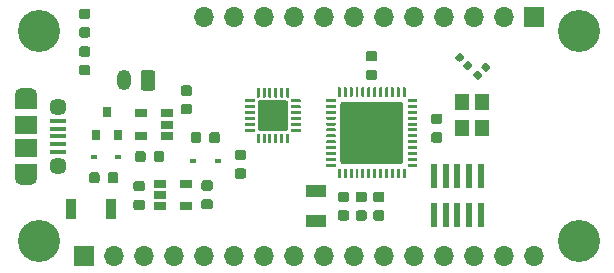
<source format=gbr>
G04 #@! TF.GenerationSoftware,KiCad,Pcbnew,5.1.2-f72e74a~84~ubuntu19.04.1*
G04 #@! TF.CreationDate,2019-06-05T10:31:07+02:00*
G04 #@! TF.ProjectId,efr32_feather,65667233-325f-4666-9561-746865722e6b,0.1*
G04 #@! TF.SameCoordinates,Original*
G04 #@! TF.FileFunction,Soldermask,Top*
G04 #@! TF.FilePolarity,Negative*
%FSLAX46Y46*%
G04 Gerber Fmt 4.6, Leading zero omitted, Abs format (unit mm)*
G04 Created by KiCad (PCBNEW 5.1.2-f72e74a~84~ubuntu19.04.1) date 2019-06-05 10:31:07*
%MOMM*%
%LPD*%
G04 APERTURE LIST*
%ADD10C,3.556000*%
%ADD11C,0.100000*%
%ADD12C,0.250000*%
%ADD13C,2.600000*%
%ADD14C,0.590000*%
%ADD15R,0.900000X1.700000*%
%ADD16R,0.500000X2.000000*%
%ADD17R,0.600000X0.450000*%
%ADD18O,1.200000X1.750000*%
%ADD19C,1.200000*%
%ADD20C,5.300000*%
%ADD21R,0.800000X0.900000*%
%ADD22C,0.875000*%
%ADD23R,1.060000X0.650000*%
%ADD24R,1.200000X1.400000*%
%ADD25R,1.800000X1.000000*%
%ADD26R,1.900000X1.200000*%
%ADD27O,1.900000X1.200000*%
%ADD28R,1.900000X1.500000*%
%ADD29C,1.450000*%
%ADD30R,1.350000X0.400000*%
%ADD31O,1.700000X1.700000*%
%ADD32R,1.700000X1.700000*%
G04 APERTURE END LIST*
D10*
X195010000Y-148690000D03*
X149290000Y-148690000D03*
X195010000Y-130910000D03*
X149290000Y-130910000D03*
D11*
G36*
X171423626Y-136655301D02*
G01*
X171429693Y-136656201D01*
X171435643Y-136657691D01*
X171441418Y-136659758D01*
X171446962Y-136662380D01*
X171452223Y-136665533D01*
X171457150Y-136669187D01*
X171461694Y-136673306D01*
X171465813Y-136677850D01*
X171469467Y-136682777D01*
X171472620Y-136688038D01*
X171475242Y-136693582D01*
X171477309Y-136699357D01*
X171478799Y-136705307D01*
X171479699Y-136711374D01*
X171480000Y-136717500D01*
X171480000Y-136842500D01*
X171479699Y-136848626D01*
X171478799Y-136854693D01*
X171477309Y-136860643D01*
X171475242Y-136866418D01*
X171472620Y-136871962D01*
X171469467Y-136877223D01*
X171465813Y-136882150D01*
X171461694Y-136886694D01*
X171457150Y-136890813D01*
X171452223Y-136894467D01*
X171446962Y-136897620D01*
X171441418Y-136900242D01*
X171435643Y-136902309D01*
X171429693Y-136903799D01*
X171423626Y-136904699D01*
X171417500Y-136905000D01*
X170717500Y-136905000D01*
X170711374Y-136904699D01*
X170705307Y-136903799D01*
X170699357Y-136902309D01*
X170693582Y-136900242D01*
X170688038Y-136897620D01*
X170682777Y-136894467D01*
X170677850Y-136890813D01*
X170673306Y-136886694D01*
X170669187Y-136882150D01*
X170665533Y-136877223D01*
X170662380Y-136871962D01*
X170659758Y-136866418D01*
X170657691Y-136860643D01*
X170656201Y-136854693D01*
X170655301Y-136848626D01*
X170655000Y-136842500D01*
X170655000Y-136717500D01*
X170655301Y-136711374D01*
X170656201Y-136705307D01*
X170657691Y-136699357D01*
X170659758Y-136693582D01*
X170662380Y-136688038D01*
X170665533Y-136682777D01*
X170669187Y-136677850D01*
X170673306Y-136673306D01*
X170677850Y-136669187D01*
X170682777Y-136665533D01*
X170688038Y-136662380D01*
X170693582Y-136659758D01*
X170699357Y-136657691D01*
X170705307Y-136656201D01*
X170711374Y-136655301D01*
X170717500Y-136655000D01*
X171417500Y-136655000D01*
X171423626Y-136655301D01*
X171423626Y-136655301D01*
G37*
D12*
X171067500Y-136780000D03*
D11*
G36*
X171423626Y-137155301D02*
G01*
X171429693Y-137156201D01*
X171435643Y-137157691D01*
X171441418Y-137159758D01*
X171446962Y-137162380D01*
X171452223Y-137165533D01*
X171457150Y-137169187D01*
X171461694Y-137173306D01*
X171465813Y-137177850D01*
X171469467Y-137182777D01*
X171472620Y-137188038D01*
X171475242Y-137193582D01*
X171477309Y-137199357D01*
X171478799Y-137205307D01*
X171479699Y-137211374D01*
X171480000Y-137217500D01*
X171480000Y-137342500D01*
X171479699Y-137348626D01*
X171478799Y-137354693D01*
X171477309Y-137360643D01*
X171475242Y-137366418D01*
X171472620Y-137371962D01*
X171469467Y-137377223D01*
X171465813Y-137382150D01*
X171461694Y-137386694D01*
X171457150Y-137390813D01*
X171452223Y-137394467D01*
X171446962Y-137397620D01*
X171441418Y-137400242D01*
X171435643Y-137402309D01*
X171429693Y-137403799D01*
X171423626Y-137404699D01*
X171417500Y-137405000D01*
X170717500Y-137405000D01*
X170711374Y-137404699D01*
X170705307Y-137403799D01*
X170699357Y-137402309D01*
X170693582Y-137400242D01*
X170688038Y-137397620D01*
X170682777Y-137394467D01*
X170677850Y-137390813D01*
X170673306Y-137386694D01*
X170669187Y-137382150D01*
X170665533Y-137377223D01*
X170662380Y-137371962D01*
X170659758Y-137366418D01*
X170657691Y-137360643D01*
X170656201Y-137354693D01*
X170655301Y-137348626D01*
X170655000Y-137342500D01*
X170655000Y-137217500D01*
X170655301Y-137211374D01*
X170656201Y-137205307D01*
X170657691Y-137199357D01*
X170659758Y-137193582D01*
X170662380Y-137188038D01*
X170665533Y-137182777D01*
X170669187Y-137177850D01*
X170673306Y-137173306D01*
X170677850Y-137169187D01*
X170682777Y-137165533D01*
X170688038Y-137162380D01*
X170693582Y-137159758D01*
X170699357Y-137157691D01*
X170705307Y-137156201D01*
X170711374Y-137155301D01*
X170717500Y-137155000D01*
X171417500Y-137155000D01*
X171423626Y-137155301D01*
X171423626Y-137155301D01*
G37*
D12*
X171067500Y-137280000D03*
D11*
G36*
X171423626Y-137655301D02*
G01*
X171429693Y-137656201D01*
X171435643Y-137657691D01*
X171441418Y-137659758D01*
X171446962Y-137662380D01*
X171452223Y-137665533D01*
X171457150Y-137669187D01*
X171461694Y-137673306D01*
X171465813Y-137677850D01*
X171469467Y-137682777D01*
X171472620Y-137688038D01*
X171475242Y-137693582D01*
X171477309Y-137699357D01*
X171478799Y-137705307D01*
X171479699Y-137711374D01*
X171480000Y-137717500D01*
X171480000Y-137842500D01*
X171479699Y-137848626D01*
X171478799Y-137854693D01*
X171477309Y-137860643D01*
X171475242Y-137866418D01*
X171472620Y-137871962D01*
X171469467Y-137877223D01*
X171465813Y-137882150D01*
X171461694Y-137886694D01*
X171457150Y-137890813D01*
X171452223Y-137894467D01*
X171446962Y-137897620D01*
X171441418Y-137900242D01*
X171435643Y-137902309D01*
X171429693Y-137903799D01*
X171423626Y-137904699D01*
X171417500Y-137905000D01*
X170717500Y-137905000D01*
X170711374Y-137904699D01*
X170705307Y-137903799D01*
X170699357Y-137902309D01*
X170693582Y-137900242D01*
X170688038Y-137897620D01*
X170682777Y-137894467D01*
X170677850Y-137890813D01*
X170673306Y-137886694D01*
X170669187Y-137882150D01*
X170665533Y-137877223D01*
X170662380Y-137871962D01*
X170659758Y-137866418D01*
X170657691Y-137860643D01*
X170656201Y-137854693D01*
X170655301Y-137848626D01*
X170655000Y-137842500D01*
X170655000Y-137717500D01*
X170655301Y-137711374D01*
X170656201Y-137705307D01*
X170657691Y-137699357D01*
X170659758Y-137693582D01*
X170662380Y-137688038D01*
X170665533Y-137682777D01*
X170669187Y-137677850D01*
X170673306Y-137673306D01*
X170677850Y-137669187D01*
X170682777Y-137665533D01*
X170688038Y-137662380D01*
X170693582Y-137659758D01*
X170699357Y-137657691D01*
X170705307Y-137656201D01*
X170711374Y-137655301D01*
X170717500Y-137655000D01*
X171417500Y-137655000D01*
X171423626Y-137655301D01*
X171423626Y-137655301D01*
G37*
D12*
X171067500Y-137780000D03*
D11*
G36*
X171423626Y-138155301D02*
G01*
X171429693Y-138156201D01*
X171435643Y-138157691D01*
X171441418Y-138159758D01*
X171446962Y-138162380D01*
X171452223Y-138165533D01*
X171457150Y-138169187D01*
X171461694Y-138173306D01*
X171465813Y-138177850D01*
X171469467Y-138182777D01*
X171472620Y-138188038D01*
X171475242Y-138193582D01*
X171477309Y-138199357D01*
X171478799Y-138205307D01*
X171479699Y-138211374D01*
X171480000Y-138217500D01*
X171480000Y-138342500D01*
X171479699Y-138348626D01*
X171478799Y-138354693D01*
X171477309Y-138360643D01*
X171475242Y-138366418D01*
X171472620Y-138371962D01*
X171469467Y-138377223D01*
X171465813Y-138382150D01*
X171461694Y-138386694D01*
X171457150Y-138390813D01*
X171452223Y-138394467D01*
X171446962Y-138397620D01*
X171441418Y-138400242D01*
X171435643Y-138402309D01*
X171429693Y-138403799D01*
X171423626Y-138404699D01*
X171417500Y-138405000D01*
X170717500Y-138405000D01*
X170711374Y-138404699D01*
X170705307Y-138403799D01*
X170699357Y-138402309D01*
X170693582Y-138400242D01*
X170688038Y-138397620D01*
X170682777Y-138394467D01*
X170677850Y-138390813D01*
X170673306Y-138386694D01*
X170669187Y-138382150D01*
X170665533Y-138377223D01*
X170662380Y-138371962D01*
X170659758Y-138366418D01*
X170657691Y-138360643D01*
X170656201Y-138354693D01*
X170655301Y-138348626D01*
X170655000Y-138342500D01*
X170655000Y-138217500D01*
X170655301Y-138211374D01*
X170656201Y-138205307D01*
X170657691Y-138199357D01*
X170659758Y-138193582D01*
X170662380Y-138188038D01*
X170665533Y-138182777D01*
X170669187Y-138177850D01*
X170673306Y-138173306D01*
X170677850Y-138169187D01*
X170682777Y-138165533D01*
X170688038Y-138162380D01*
X170693582Y-138159758D01*
X170699357Y-138157691D01*
X170705307Y-138156201D01*
X170711374Y-138155301D01*
X170717500Y-138155000D01*
X171417500Y-138155000D01*
X171423626Y-138155301D01*
X171423626Y-138155301D01*
G37*
D12*
X171067500Y-138280000D03*
D11*
G36*
X171423626Y-138655301D02*
G01*
X171429693Y-138656201D01*
X171435643Y-138657691D01*
X171441418Y-138659758D01*
X171446962Y-138662380D01*
X171452223Y-138665533D01*
X171457150Y-138669187D01*
X171461694Y-138673306D01*
X171465813Y-138677850D01*
X171469467Y-138682777D01*
X171472620Y-138688038D01*
X171475242Y-138693582D01*
X171477309Y-138699357D01*
X171478799Y-138705307D01*
X171479699Y-138711374D01*
X171480000Y-138717500D01*
X171480000Y-138842500D01*
X171479699Y-138848626D01*
X171478799Y-138854693D01*
X171477309Y-138860643D01*
X171475242Y-138866418D01*
X171472620Y-138871962D01*
X171469467Y-138877223D01*
X171465813Y-138882150D01*
X171461694Y-138886694D01*
X171457150Y-138890813D01*
X171452223Y-138894467D01*
X171446962Y-138897620D01*
X171441418Y-138900242D01*
X171435643Y-138902309D01*
X171429693Y-138903799D01*
X171423626Y-138904699D01*
X171417500Y-138905000D01*
X170717500Y-138905000D01*
X170711374Y-138904699D01*
X170705307Y-138903799D01*
X170699357Y-138902309D01*
X170693582Y-138900242D01*
X170688038Y-138897620D01*
X170682777Y-138894467D01*
X170677850Y-138890813D01*
X170673306Y-138886694D01*
X170669187Y-138882150D01*
X170665533Y-138877223D01*
X170662380Y-138871962D01*
X170659758Y-138866418D01*
X170657691Y-138860643D01*
X170656201Y-138854693D01*
X170655301Y-138848626D01*
X170655000Y-138842500D01*
X170655000Y-138717500D01*
X170655301Y-138711374D01*
X170656201Y-138705307D01*
X170657691Y-138699357D01*
X170659758Y-138693582D01*
X170662380Y-138688038D01*
X170665533Y-138682777D01*
X170669187Y-138677850D01*
X170673306Y-138673306D01*
X170677850Y-138669187D01*
X170682777Y-138665533D01*
X170688038Y-138662380D01*
X170693582Y-138659758D01*
X170699357Y-138657691D01*
X170705307Y-138656201D01*
X170711374Y-138655301D01*
X170717500Y-138655000D01*
X171417500Y-138655000D01*
X171423626Y-138655301D01*
X171423626Y-138655301D01*
G37*
D12*
X171067500Y-138780000D03*
D11*
G36*
X171423626Y-139155301D02*
G01*
X171429693Y-139156201D01*
X171435643Y-139157691D01*
X171441418Y-139159758D01*
X171446962Y-139162380D01*
X171452223Y-139165533D01*
X171457150Y-139169187D01*
X171461694Y-139173306D01*
X171465813Y-139177850D01*
X171469467Y-139182777D01*
X171472620Y-139188038D01*
X171475242Y-139193582D01*
X171477309Y-139199357D01*
X171478799Y-139205307D01*
X171479699Y-139211374D01*
X171480000Y-139217500D01*
X171480000Y-139342500D01*
X171479699Y-139348626D01*
X171478799Y-139354693D01*
X171477309Y-139360643D01*
X171475242Y-139366418D01*
X171472620Y-139371962D01*
X171469467Y-139377223D01*
X171465813Y-139382150D01*
X171461694Y-139386694D01*
X171457150Y-139390813D01*
X171452223Y-139394467D01*
X171446962Y-139397620D01*
X171441418Y-139400242D01*
X171435643Y-139402309D01*
X171429693Y-139403799D01*
X171423626Y-139404699D01*
X171417500Y-139405000D01*
X170717500Y-139405000D01*
X170711374Y-139404699D01*
X170705307Y-139403799D01*
X170699357Y-139402309D01*
X170693582Y-139400242D01*
X170688038Y-139397620D01*
X170682777Y-139394467D01*
X170677850Y-139390813D01*
X170673306Y-139386694D01*
X170669187Y-139382150D01*
X170665533Y-139377223D01*
X170662380Y-139371962D01*
X170659758Y-139366418D01*
X170657691Y-139360643D01*
X170656201Y-139354693D01*
X170655301Y-139348626D01*
X170655000Y-139342500D01*
X170655000Y-139217500D01*
X170655301Y-139211374D01*
X170656201Y-139205307D01*
X170657691Y-139199357D01*
X170659758Y-139193582D01*
X170662380Y-139188038D01*
X170665533Y-139182777D01*
X170669187Y-139177850D01*
X170673306Y-139173306D01*
X170677850Y-139169187D01*
X170682777Y-139165533D01*
X170688038Y-139162380D01*
X170693582Y-139159758D01*
X170699357Y-139157691D01*
X170705307Y-139156201D01*
X170711374Y-139155301D01*
X170717500Y-139155000D01*
X171417500Y-139155000D01*
X171423626Y-139155301D01*
X171423626Y-139155301D01*
G37*
D12*
X171067500Y-139280000D03*
D11*
G36*
X170448626Y-139555301D02*
G01*
X170454693Y-139556201D01*
X170460643Y-139557691D01*
X170466418Y-139559758D01*
X170471962Y-139562380D01*
X170477223Y-139565533D01*
X170482150Y-139569187D01*
X170486694Y-139573306D01*
X170490813Y-139577850D01*
X170494467Y-139582777D01*
X170497620Y-139588038D01*
X170500242Y-139593582D01*
X170502309Y-139599357D01*
X170503799Y-139605307D01*
X170504699Y-139611374D01*
X170505000Y-139617500D01*
X170505000Y-140317500D01*
X170504699Y-140323626D01*
X170503799Y-140329693D01*
X170502309Y-140335643D01*
X170500242Y-140341418D01*
X170497620Y-140346962D01*
X170494467Y-140352223D01*
X170490813Y-140357150D01*
X170486694Y-140361694D01*
X170482150Y-140365813D01*
X170477223Y-140369467D01*
X170471962Y-140372620D01*
X170466418Y-140375242D01*
X170460643Y-140377309D01*
X170454693Y-140378799D01*
X170448626Y-140379699D01*
X170442500Y-140380000D01*
X170317500Y-140380000D01*
X170311374Y-140379699D01*
X170305307Y-140378799D01*
X170299357Y-140377309D01*
X170293582Y-140375242D01*
X170288038Y-140372620D01*
X170282777Y-140369467D01*
X170277850Y-140365813D01*
X170273306Y-140361694D01*
X170269187Y-140357150D01*
X170265533Y-140352223D01*
X170262380Y-140346962D01*
X170259758Y-140341418D01*
X170257691Y-140335643D01*
X170256201Y-140329693D01*
X170255301Y-140323626D01*
X170255000Y-140317500D01*
X170255000Y-139617500D01*
X170255301Y-139611374D01*
X170256201Y-139605307D01*
X170257691Y-139599357D01*
X170259758Y-139593582D01*
X170262380Y-139588038D01*
X170265533Y-139582777D01*
X170269187Y-139577850D01*
X170273306Y-139573306D01*
X170277850Y-139569187D01*
X170282777Y-139565533D01*
X170288038Y-139562380D01*
X170293582Y-139559758D01*
X170299357Y-139557691D01*
X170305307Y-139556201D01*
X170311374Y-139555301D01*
X170317500Y-139555000D01*
X170442500Y-139555000D01*
X170448626Y-139555301D01*
X170448626Y-139555301D01*
G37*
D12*
X170380000Y-139967500D03*
D11*
G36*
X169948626Y-139555301D02*
G01*
X169954693Y-139556201D01*
X169960643Y-139557691D01*
X169966418Y-139559758D01*
X169971962Y-139562380D01*
X169977223Y-139565533D01*
X169982150Y-139569187D01*
X169986694Y-139573306D01*
X169990813Y-139577850D01*
X169994467Y-139582777D01*
X169997620Y-139588038D01*
X170000242Y-139593582D01*
X170002309Y-139599357D01*
X170003799Y-139605307D01*
X170004699Y-139611374D01*
X170005000Y-139617500D01*
X170005000Y-140317500D01*
X170004699Y-140323626D01*
X170003799Y-140329693D01*
X170002309Y-140335643D01*
X170000242Y-140341418D01*
X169997620Y-140346962D01*
X169994467Y-140352223D01*
X169990813Y-140357150D01*
X169986694Y-140361694D01*
X169982150Y-140365813D01*
X169977223Y-140369467D01*
X169971962Y-140372620D01*
X169966418Y-140375242D01*
X169960643Y-140377309D01*
X169954693Y-140378799D01*
X169948626Y-140379699D01*
X169942500Y-140380000D01*
X169817500Y-140380000D01*
X169811374Y-140379699D01*
X169805307Y-140378799D01*
X169799357Y-140377309D01*
X169793582Y-140375242D01*
X169788038Y-140372620D01*
X169782777Y-140369467D01*
X169777850Y-140365813D01*
X169773306Y-140361694D01*
X169769187Y-140357150D01*
X169765533Y-140352223D01*
X169762380Y-140346962D01*
X169759758Y-140341418D01*
X169757691Y-140335643D01*
X169756201Y-140329693D01*
X169755301Y-140323626D01*
X169755000Y-140317500D01*
X169755000Y-139617500D01*
X169755301Y-139611374D01*
X169756201Y-139605307D01*
X169757691Y-139599357D01*
X169759758Y-139593582D01*
X169762380Y-139588038D01*
X169765533Y-139582777D01*
X169769187Y-139577850D01*
X169773306Y-139573306D01*
X169777850Y-139569187D01*
X169782777Y-139565533D01*
X169788038Y-139562380D01*
X169793582Y-139559758D01*
X169799357Y-139557691D01*
X169805307Y-139556201D01*
X169811374Y-139555301D01*
X169817500Y-139555000D01*
X169942500Y-139555000D01*
X169948626Y-139555301D01*
X169948626Y-139555301D01*
G37*
D12*
X169880000Y-139967500D03*
D11*
G36*
X169448626Y-139555301D02*
G01*
X169454693Y-139556201D01*
X169460643Y-139557691D01*
X169466418Y-139559758D01*
X169471962Y-139562380D01*
X169477223Y-139565533D01*
X169482150Y-139569187D01*
X169486694Y-139573306D01*
X169490813Y-139577850D01*
X169494467Y-139582777D01*
X169497620Y-139588038D01*
X169500242Y-139593582D01*
X169502309Y-139599357D01*
X169503799Y-139605307D01*
X169504699Y-139611374D01*
X169505000Y-139617500D01*
X169505000Y-140317500D01*
X169504699Y-140323626D01*
X169503799Y-140329693D01*
X169502309Y-140335643D01*
X169500242Y-140341418D01*
X169497620Y-140346962D01*
X169494467Y-140352223D01*
X169490813Y-140357150D01*
X169486694Y-140361694D01*
X169482150Y-140365813D01*
X169477223Y-140369467D01*
X169471962Y-140372620D01*
X169466418Y-140375242D01*
X169460643Y-140377309D01*
X169454693Y-140378799D01*
X169448626Y-140379699D01*
X169442500Y-140380000D01*
X169317500Y-140380000D01*
X169311374Y-140379699D01*
X169305307Y-140378799D01*
X169299357Y-140377309D01*
X169293582Y-140375242D01*
X169288038Y-140372620D01*
X169282777Y-140369467D01*
X169277850Y-140365813D01*
X169273306Y-140361694D01*
X169269187Y-140357150D01*
X169265533Y-140352223D01*
X169262380Y-140346962D01*
X169259758Y-140341418D01*
X169257691Y-140335643D01*
X169256201Y-140329693D01*
X169255301Y-140323626D01*
X169255000Y-140317500D01*
X169255000Y-139617500D01*
X169255301Y-139611374D01*
X169256201Y-139605307D01*
X169257691Y-139599357D01*
X169259758Y-139593582D01*
X169262380Y-139588038D01*
X169265533Y-139582777D01*
X169269187Y-139577850D01*
X169273306Y-139573306D01*
X169277850Y-139569187D01*
X169282777Y-139565533D01*
X169288038Y-139562380D01*
X169293582Y-139559758D01*
X169299357Y-139557691D01*
X169305307Y-139556201D01*
X169311374Y-139555301D01*
X169317500Y-139555000D01*
X169442500Y-139555000D01*
X169448626Y-139555301D01*
X169448626Y-139555301D01*
G37*
D12*
X169380000Y-139967500D03*
D11*
G36*
X168948626Y-139555301D02*
G01*
X168954693Y-139556201D01*
X168960643Y-139557691D01*
X168966418Y-139559758D01*
X168971962Y-139562380D01*
X168977223Y-139565533D01*
X168982150Y-139569187D01*
X168986694Y-139573306D01*
X168990813Y-139577850D01*
X168994467Y-139582777D01*
X168997620Y-139588038D01*
X169000242Y-139593582D01*
X169002309Y-139599357D01*
X169003799Y-139605307D01*
X169004699Y-139611374D01*
X169005000Y-139617500D01*
X169005000Y-140317500D01*
X169004699Y-140323626D01*
X169003799Y-140329693D01*
X169002309Y-140335643D01*
X169000242Y-140341418D01*
X168997620Y-140346962D01*
X168994467Y-140352223D01*
X168990813Y-140357150D01*
X168986694Y-140361694D01*
X168982150Y-140365813D01*
X168977223Y-140369467D01*
X168971962Y-140372620D01*
X168966418Y-140375242D01*
X168960643Y-140377309D01*
X168954693Y-140378799D01*
X168948626Y-140379699D01*
X168942500Y-140380000D01*
X168817500Y-140380000D01*
X168811374Y-140379699D01*
X168805307Y-140378799D01*
X168799357Y-140377309D01*
X168793582Y-140375242D01*
X168788038Y-140372620D01*
X168782777Y-140369467D01*
X168777850Y-140365813D01*
X168773306Y-140361694D01*
X168769187Y-140357150D01*
X168765533Y-140352223D01*
X168762380Y-140346962D01*
X168759758Y-140341418D01*
X168757691Y-140335643D01*
X168756201Y-140329693D01*
X168755301Y-140323626D01*
X168755000Y-140317500D01*
X168755000Y-139617500D01*
X168755301Y-139611374D01*
X168756201Y-139605307D01*
X168757691Y-139599357D01*
X168759758Y-139593582D01*
X168762380Y-139588038D01*
X168765533Y-139582777D01*
X168769187Y-139577850D01*
X168773306Y-139573306D01*
X168777850Y-139569187D01*
X168782777Y-139565533D01*
X168788038Y-139562380D01*
X168793582Y-139559758D01*
X168799357Y-139557691D01*
X168805307Y-139556201D01*
X168811374Y-139555301D01*
X168817500Y-139555000D01*
X168942500Y-139555000D01*
X168948626Y-139555301D01*
X168948626Y-139555301D01*
G37*
D12*
X168880000Y-139967500D03*
D11*
G36*
X168448626Y-139555301D02*
G01*
X168454693Y-139556201D01*
X168460643Y-139557691D01*
X168466418Y-139559758D01*
X168471962Y-139562380D01*
X168477223Y-139565533D01*
X168482150Y-139569187D01*
X168486694Y-139573306D01*
X168490813Y-139577850D01*
X168494467Y-139582777D01*
X168497620Y-139588038D01*
X168500242Y-139593582D01*
X168502309Y-139599357D01*
X168503799Y-139605307D01*
X168504699Y-139611374D01*
X168505000Y-139617500D01*
X168505000Y-140317500D01*
X168504699Y-140323626D01*
X168503799Y-140329693D01*
X168502309Y-140335643D01*
X168500242Y-140341418D01*
X168497620Y-140346962D01*
X168494467Y-140352223D01*
X168490813Y-140357150D01*
X168486694Y-140361694D01*
X168482150Y-140365813D01*
X168477223Y-140369467D01*
X168471962Y-140372620D01*
X168466418Y-140375242D01*
X168460643Y-140377309D01*
X168454693Y-140378799D01*
X168448626Y-140379699D01*
X168442500Y-140380000D01*
X168317500Y-140380000D01*
X168311374Y-140379699D01*
X168305307Y-140378799D01*
X168299357Y-140377309D01*
X168293582Y-140375242D01*
X168288038Y-140372620D01*
X168282777Y-140369467D01*
X168277850Y-140365813D01*
X168273306Y-140361694D01*
X168269187Y-140357150D01*
X168265533Y-140352223D01*
X168262380Y-140346962D01*
X168259758Y-140341418D01*
X168257691Y-140335643D01*
X168256201Y-140329693D01*
X168255301Y-140323626D01*
X168255000Y-140317500D01*
X168255000Y-139617500D01*
X168255301Y-139611374D01*
X168256201Y-139605307D01*
X168257691Y-139599357D01*
X168259758Y-139593582D01*
X168262380Y-139588038D01*
X168265533Y-139582777D01*
X168269187Y-139577850D01*
X168273306Y-139573306D01*
X168277850Y-139569187D01*
X168282777Y-139565533D01*
X168288038Y-139562380D01*
X168293582Y-139559758D01*
X168299357Y-139557691D01*
X168305307Y-139556201D01*
X168311374Y-139555301D01*
X168317500Y-139555000D01*
X168442500Y-139555000D01*
X168448626Y-139555301D01*
X168448626Y-139555301D01*
G37*
D12*
X168380000Y-139967500D03*
D11*
G36*
X167948626Y-139555301D02*
G01*
X167954693Y-139556201D01*
X167960643Y-139557691D01*
X167966418Y-139559758D01*
X167971962Y-139562380D01*
X167977223Y-139565533D01*
X167982150Y-139569187D01*
X167986694Y-139573306D01*
X167990813Y-139577850D01*
X167994467Y-139582777D01*
X167997620Y-139588038D01*
X168000242Y-139593582D01*
X168002309Y-139599357D01*
X168003799Y-139605307D01*
X168004699Y-139611374D01*
X168005000Y-139617500D01*
X168005000Y-140317500D01*
X168004699Y-140323626D01*
X168003799Y-140329693D01*
X168002309Y-140335643D01*
X168000242Y-140341418D01*
X167997620Y-140346962D01*
X167994467Y-140352223D01*
X167990813Y-140357150D01*
X167986694Y-140361694D01*
X167982150Y-140365813D01*
X167977223Y-140369467D01*
X167971962Y-140372620D01*
X167966418Y-140375242D01*
X167960643Y-140377309D01*
X167954693Y-140378799D01*
X167948626Y-140379699D01*
X167942500Y-140380000D01*
X167817500Y-140380000D01*
X167811374Y-140379699D01*
X167805307Y-140378799D01*
X167799357Y-140377309D01*
X167793582Y-140375242D01*
X167788038Y-140372620D01*
X167782777Y-140369467D01*
X167777850Y-140365813D01*
X167773306Y-140361694D01*
X167769187Y-140357150D01*
X167765533Y-140352223D01*
X167762380Y-140346962D01*
X167759758Y-140341418D01*
X167757691Y-140335643D01*
X167756201Y-140329693D01*
X167755301Y-140323626D01*
X167755000Y-140317500D01*
X167755000Y-139617500D01*
X167755301Y-139611374D01*
X167756201Y-139605307D01*
X167757691Y-139599357D01*
X167759758Y-139593582D01*
X167762380Y-139588038D01*
X167765533Y-139582777D01*
X167769187Y-139577850D01*
X167773306Y-139573306D01*
X167777850Y-139569187D01*
X167782777Y-139565533D01*
X167788038Y-139562380D01*
X167793582Y-139559758D01*
X167799357Y-139557691D01*
X167805307Y-139556201D01*
X167811374Y-139555301D01*
X167817500Y-139555000D01*
X167942500Y-139555000D01*
X167948626Y-139555301D01*
X167948626Y-139555301D01*
G37*
D12*
X167880000Y-139967500D03*
D11*
G36*
X167548626Y-139155301D02*
G01*
X167554693Y-139156201D01*
X167560643Y-139157691D01*
X167566418Y-139159758D01*
X167571962Y-139162380D01*
X167577223Y-139165533D01*
X167582150Y-139169187D01*
X167586694Y-139173306D01*
X167590813Y-139177850D01*
X167594467Y-139182777D01*
X167597620Y-139188038D01*
X167600242Y-139193582D01*
X167602309Y-139199357D01*
X167603799Y-139205307D01*
X167604699Y-139211374D01*
X167605000Y-139217500D01*
X167605000Y-139342500D01*
X167604699Y-139348626D01*
X167603799Y-139354693D01*
X167602309Y-139360643D01*
X167600242Y-139366418D01*
X167597620Y-139371962D01*
X167594467Y-139377223D01*
X167590813Y-139382150D01*
X167586694Y-139386694D01*
X167582150Y-139390813D01*
X167577223Y-139394467D01*
X167571962Y-139397620D01*
X167566418Y-139400242D01*
X167560643Y-139402309D01*
X167554693Y-139403799D01*
X167548626Y-139404699D01*
X167542500Y-139405000D01*
X166842500Y-139405000D01*
X166836374Y-139404699D01*
X166830307Y-139403799D01*
X166824357Y-139402309D01*
X166818582Y-139400242D01*
X166813038Y-139397620D01*
X166807777Y-139394467D01*
X166802850Y-139390813D01*
X166798306Y-139386694D01*
X166794187Y-139382150D01*
X166790533Y-139377223D01*
X166787380Y-139371962D01*
X166784758Y-139366418D01*
X166782691Y-139360643D01*
X166781201Y-139354693D01*
X166780301Y-139348626D01*
X166780000Y-139342500D01*
X166780000Y-139217500D01*
X166780301Y-139211374D01*
X166781201Y-139205307D01*
X166782691Y-139199357D01*
X166784758Y-139193582D01*
X166787380Y-139188038D01*
X166790533Y-139182777D01*
X166794187Y-139177850D01*
X166798306Y-139173306D01*
X166802850Y-139169187D01*
X166807777Y-139165533D01*
X166813038Y-139162380D01*
X166818582Y-139159758D01*
X166824357Y-139157691D01*
X166830307Y-139156201D01*
X166836374Y-139155301D01*
X166842500Y-139155000D01*
X167542500Y-139155000D01*
X167548626Y-139155301D01*
X167548626Y-139155301D01*
G37*
D12*
X167192500Y-139280000D03*
D11*
G36*
X167548626Y-138655301D02*
G01*
X167554693Y-138656201D01*
X167560643Y-138657691D01*
X167566418Y-138659758D01*
X167571962Y-138662380D01*
X167577223Y-138665533D01*
X167582150Y-138669187D01*
X167586694Y-138673306D01*
X167590813Y-138677850D01*
X167594467Y-138682777D01*
X167597620Y-138688038D01*
X167600242Y-138693582D01*
X167602309Y-138699357D01*
X167603799Y-138705307D01*
X167604699Y-138711374D01*
X167605000Y-138717500D01*
X167605000Y-138842500D01*
X167604699Y-138848626D01*
X167603799Y-138854693D01*
X167602309Y-138860643D01*
X167600242Y-138866418D01*
X167597620Y-138871962D01*
X167594467Y-138877223D01*
X167590813Y-138882150D01*
X167586694Y-138886694D01*
X167582150Y-138890813D01*
X167577223Y-138894467D01*
X167571962Y-138897620D01*
X167566418Y-138900242D01*
X167560643Y-138902309D01*
X167554693Y-138903799D01*
X167548626Y-138904699D01*
X167542500Y-138905000D01*
X166842500Y-138905000D01*
X166836374Y-138904699D01*
X166830307Y-138903799D01*
X166824357Y-138902309D01*
X166818582Y-138900242D01*
X166813038Y-138897620D01*
X166807777Y-138894467D01*
X166802850Y-138890813D01*
X166798306Y-138886694D01*
X166794187Y-138882150D01*
X166790533Y-138877223D01*
X166787380Y-138871962D01*
X166784758Y-138866418D01*
X166782691Y-138860643D01*
X166781201Y-138854693D01*
X166780301Y-138848626D01*
X166780000Y-138842500D01*
X166780000Y-138717500D01*
X166780301Y-138711374D01*
X166781201Y-138705307D01*
X166782691Y-138699357D01*
X166784758Y-138693582D01*
X166787380Y-138688038D01*
X166790533Y-138682777D01*
X166794187Y-138677850D01*
X166798306Y-138673306D01*
X166802850Y-138669187D01*
X166807777Y-138665533D01*
X166813038Y-138662380D01*
X166818582Y-138659758D01*
X166824357Y-138657691D01*
X166830307Y-138656201D01*
X166836374Y-138655301D01*
X166842500Y-138655000D01*
X167542500Y-138655000D01*
X167548626Y-138655301D01*
X167548626Y-138655301D01*
G37*
D12*
X167192500Y-138780000D03*
D11*
G36*
X167548626Y-138155301D02*
G01*
X167554693Y-138156201D01*
X167560643Y-138157691D01*
X167566418Y-138159758D01*
X167571962Y-138162380D01*
X167577223Y-138165533D01*
X167582150Y-138169187D01*
X167586694Y-138173306D01*
X167590813Y-138177850D01*
X167594467Y-138182777D01*
X167597620Y-138188038D01*
X167600242Y-138193582D01*
X167602309Y-138199357D01*
X167603799Y-138205307D01*
X167604699Y-138211374D01*
X167605000Y-138217500D01*
X167605000Y-138342500D01*
X167604699Y-138348626D01*
X167603799Y-138354693D01*
X167602309Y-138360643D01*
X167600242Y-138366418D01*
X167597620Y-138371962D01*
X167594467Y-138377223D01*
X167590813Y-138382150D01*
X167586694Y-138386694D01*
X167582150Y-138390813D01*
X167577223Y-138394467D01*
X167571962Y-138397620D01*
X167566418Y-138400242D01*
X167560643Y-138402309D01*
X167554693Y-138403799D01*
X167548626Y-138404699D01*
X167542500Y-138405000D01*
X166842500Y-138405000D01*
X166836374Y-138404699D01*
X166830307Y-138403799D01*
X166824357Y-138402309D01*
X166818582Y-138400242D01*
X166813038Y-138397620D01*
X166807777Y-138394467D01*
X166802850Y-138390813D01*
X166798306Y-138386694D01*
X166794187Y-138382150D01*
X166790533Y-138377223D01*
X166787380Y-138371962D01*
X166784758Y-138366418D01*
X166782691Y-138360643D01*
X166781201Y-138354693D01*
X166780301Y-138348626D01*
X166780000Y-138342500D01*
X166780000Y-138217500D01*
X166780301Y-138211374D01*
X166781201Y-138205307D01*
X166782691Y-138199357D01*
X166784758Y-138193582D01*
X166787380Y-138188038D01*
X166790533Y-138182777D01*
X166794187Y-138177850D01*
X166798306Y-138173306D01*
X166802850Y-138169187D01*
X166807777Y-138165533D01*
X166813038Y-138162380D01*
X166818582Y-138159758D01*
X166824357Y-138157691D01*
X166830307Y-138156201D01*
X166836374Y-138155301D01*
X166842500Y-138155000D01*
X167542500Y-138155000D01*
X167548626Y-138155301D01*
X167548626Y-138155301D01*
G37*
D12*
X167192500Y-138280000D03*
D11*
G36*
X167548626Y-137655301D02*
G01*
X167554693Y-137656201D01*
X167560643Y-137657691D01*
X167566418Y-137659758D01*
X167571962Y-137662380D01*
X167577223Y-137665533D01*
X167582150Y-137669187D01*
X167586694Y-137673306D01*
X167590813Y-137677850D01*
X167594467Y-137682777D01*
X167597620Y-137688038D01*
X167600242Y-137693582D01*
X167602309Y-137699357D01*
X167603799Y-137705307D01*
X167604699Y-137711374D01*
X167605000Y-137717500D01*
X167605000Y-137842500D01*
X167604699Y-137848626D01*
X167603799Y-137854693D01*
X167602309Y-137860643D01*
X167600242Y-137866418D01*
X167597620Y-137871962D01*
X167594467Y-137877223D01*
X167590813Y-137882150D01*
X167586694Y-137886694D01*
X167582150Y-137890813D01*
X167577223Y-137894467D01*
X167571962Y-137897620D01*
X167566418Y-137900242D01*
X167560643Y-137902309D01*
X167554693Y-137903799D01*
X167548626Y-137904699D01*
X167542500Y-137905000D01*
X166842500Y-137905000D01*
X166836374Y-137904699D01*
X166830307Y-137903799D01*
X166824357Y-137902309D01*
X166818582Y-137900242D01*
X166813038Y-137897620D01*
X166807777Y-137894467D01*
X166802850Y-137890813D01*
X166798306Y-137886694D01*
X166794187Y-137882150D01*
X166790533Y-137877223D01*
X166787380Y-137871962D01*
X166784758Y-137866418D01*
X166782691Y-137860643D01*
X166781201Y-137854693D01*
X166780301Y-137848626D01*
X166780000Y-137842500D01*
X166780000Y-137717500D01*
X166780301Y-137711374D01*
X166781201Y-137705307D01*
X166782691Y-137699357D01*
X166784758Y-137693582D01*
X166787380Y-137688038D01*
X166790533Y-137682777D01*
X166794187Y-137677850D01*
X166798306Y-137673306D01*
X166802850Y-137669187D01*
X166807777Y-137665533D01*
X166813038Y-137662380D01*
X166818582Y-137659758D01*
X166824357Y-137657691D01*
X166830307Y-137656201D01*
X166836374Y-137655301D01*
X166842500Y-137655000D01*
X167542500Y-137655000D01*
X167548626Y-137655301D01*
X167548626Y-137655301D01*
G37*
D12*
X167192500Y-137780000D03*
D11*
G36*
X167548626Y-137155301D02*
G01*
X167554693Y-137156201D01*
X167560643Y-137157691D01*
X167566418Y-137159758D01*
X167571962Y-137162380D01*
X167577223Y-137165533D01*
X167582150Y-137169187D01*
X167586694Y-137173306D01*
X167590813Y-137177850D01*
X167594467Y-137182777D01*
X167597620Y-137188038D01*
X167600242Y-137193582D01*
X167602309Y-137199357D01*
X167603799Y-137205307D01*
X167604699Y-137211374D01*
X167605000Y-137217500D01*
X167605000Y-137342500D01*
X167604699Y-137348626D01*
X167603799Y-137354693D01*
X167602309Y-137360643D01*
X167600242Y-137366418D01*
X167597620Y-137371962D01*
X167594467Y-137377223D01*
X167590813Y-137382150D01*
X167586694Y-137386694D01*
X167582150Y-137390813D01*
X167577223Y-137394467D01*
X167571962Y-137397620D01*
X167566418Y-137400242D01*
X167560643Y-137402309D01*
X167554693Y-137403799D01*
X167548626Y-137404699D01*
X167542500Y-137405000D01*
X166842500Y-137405000D01*
X166836374Y-137404699D01*
X166830307Y-137403799D01*
X166824357Y-137402309D01*
X166818582Y-137400242D01*
X166813038Y-137397620D01*
X166807777Y-137394467D01*
X166802850Y-137390813D01*
X166798306Y-137386694D01*
X166794187Y-137382150D01*
X166790533Y-137377223D01*
X166787380Y-137371962D01*
X166784758Y-137366418D01*
X166782691Y-137360643D01*
X166781201Y-137354693D01*
X166780301Y-137348626D01*
X166780000Y-137342500D01*
X166780000Y-137217500D01*
X166780301Y-137211374D01*
X166781201Y-137205307D01*
X166782691Y-137199357D01*
X166784758Y-137193582D01*
X166787380Y-137188038D01*
X166790533Y-137182777D01*
X166794187Y-137177850D01*
X166798306Y-137173306D01*
X166802850Y-137169187D01*
X166807777Y-137165533D01*
X166813038Y-137162380D01*
X166818582Y-137159758D01*
X166824357Y-137157691D01*
X166830307Y-137156201D01*
X166836374Y-137155301D01*
X166842500Y-137155000D01*
X167542500Y-137155000D01*
X167548626Y-137155301D01*
X167548626Y-137155301D01*
G37*
D12*
X167192500Y-137280000D03*
D11*
G36*
X167548626Y-136655301D02*
G01*
X167554693Y-136656201D01*
X167560643Y-136657691D01*
X167566418Y-136659758D01*
X167571962Y-136662380D01*
X167577223Y-136665533D01*
X167582150Y-136669187D01*
X167586694Y-136673306D01*
X167590813Y-136677850D01*
X167594467Y-136682777D01*
X167597620Y-136688038D01*
X167600242Y-136693582D01*
X167602309Y-136699357D01*
X167603799Y-136705307D01*
X167604699Y-136711374D01*
X167605000Y-136717500D01*
X167605000Y-136842500D01*
X167604699Y-136848626D01*
X167603799Y-136854693D01*
X167602309Y-136860643D01*
X167600242Y-136866418D01*
X167597620Y-136871962D01*
X167594467Y-136877223D01*
X167590813Y-136882150D01*
X167586694Y-136886694D01*
X167582150Y-136890813D01*
X167577223Y-136894467D01*
X167571962Y-136897620D01*
X167566418Y-136900242D01*
X167560643Y-136902309D01*
X167554693Y-136903799D01*
X167548626Y-136904699D01*
X167542500Y-136905000D01*
X166842500Y-136905000D01*
X166836374Y-136904699D01*
X166830307Y-136903799D01*
X166824357Y-136902309D01*
X166818582Y-136900242D01*
X166813038Y-136897620D01*
X166807777Y-136894467D01*
X166802850Y-136890813D01*
X166798306Y-136886694D01*
X166794187Y-136882150D01*
X166790533Y-136877223D01*
X166787380Y-136871962D01*
X166784758Y-136866418D01*
X166782691Y-136860643D01*
X166781201Y-136854693D01*
X166780301Y-136848626D01*
X166780000Y-136842500D01*
X166780000Y-136717500D01*
X166780301Y-136711374D01*
X166781201Y-136705307D01*
X166782691Y-136699357D01*
X166784758Y-136693582D01*
X166787380Y-136688038D01*
X166790533Y-136682777D01*
X166794187Y-136677850D01*
X166798306Y-136673306D01*
X166802850Y-136669187D01*
X166807777Y-136665533D01*
X166813038Y-136662380D01*
X166818582Y-136659758D01*
X166824357Y-136657691D01*
X166830307Y-136656201D01*
X166836374Y-136655301D01*
X166842500Y-136655000D01*
X167542500Y-136655000D01*
X167548626Y-136655301D01*
X167548626Y-136655301D01*
G37*
D12*
X167192500Y-136780000D03*
D11*
G36*
X167948626Y-135680301D02*
G01*
X167954693Y-135681201D01*
X167960643Y-135682691D01*
X167966418Y-135684758D01*
X167971962Y-135687380D01*
X167977223Y-135690533D01*
X167982150Y-135694187D01*
X167986694Y-135698306D01*
X167990813Y-135702850D01*
X167994467Y-135707777D01*
X167997620Y-135713038D01*
X168000242Y-135718582D01*
X168002309Y-135724357D01*
X168003799Y-135730307D01*
X168004699Y-135736374D01*
X168005000Y-135742500D01*
X168005000Y-136442500D01*
X168004699Y-136448626D01*
X168003799Y-136454693D01*
X168002309Y-136460643D01*
X168000242Y-136466418D01*
X167997620Y-136471962D01*
X167994467Y-136477223D01*
X167990813Y-136482150D01*
X167986694Y-136486694D01*
X167982150Y-136490813D01*
X167977223Y-136494467D01*
X167971962Y-136497620D01*
X167966418Y-136500242D01*
X167960643Y-136502309D01*
X167954693Y-136503799D01*
X167948626Y-136504699D01*
X167942500Y-136505000D01*
X167817500Y-136505000D01*
X167811374Y-136504699D01*
X167805307Y-136503799D01*
X167799357Y-136502309D01*
X167793582Y-136500242D01*
X167788038Y-136497620D01*
X167782777Y-136494467D01*
X167777850Y-136490813D01*
X167773306Y-136486694D01*
X167769187Y-136482150D01*
X167765533Y-136477223D01*
X167762380Y-136471962D01*
X167759758Y-136466418D01*
X167757691Y-136460643D01*
X167756201Y-136454693D01*
X167755301Y-136448626D01*
X167755000Y-136442500D01*
X167755000Y-135742500D01*
X167755301Y-135736374D01*
X167756201Y-135730307D01*
X167757691Y-135724357D01*
X167759758Y-135718582D01*
X167762380Y-135713038D01*
X167765533Y-135707777D01*
X167769187Y-135702850D01*
X167773306Y-135698306D01*
X167777850Y-135694187D01*
X167782777Y-135690533D01*
X167788038Y-135687380D01*
X167793582Y-135684758D01*
X167799357Y-135682691D01*
X167805307Y-135681201D01*
X167811374Y-135680301D01*
X167817500Y-135680000D01*
X167942500Y-135680000D01*
X167948626Y-135680301D01*
X167948626Y-135680301D01*
G37*
D12*
X167880000Y-136092500D03*
D11*
G36*
X168448626Y-135680301D02*
G01*
X168454693Y-135681201D01*
X168460643Y-135682691D01*
X168466418Y-135684758D01*
X168471962Y-135687380D01*
X168477223Y-135690533D01*
X168482150Y-135694187D01*
X168486694Y-135698306D01*
X168490813Y-135702850D01*
X168494467Y-135707777D01*
X168497620Y-135713038D01*
X168500242Y-135718582D01*
X168502309Y-135724357D01*
X168503799Y-135730307D01*
X168504699Y-135736374D01*
X168505000Y-135742500D01*
X168505000Y-136442500D01*
X168504699Y-136448626D01*
X168503799Y-136454693D01*
X168502309Y-136460643D01*
X168500242Y-136466418D01*
X168497620Y-136471962D01*
X168494467Y-136477223D01*
X168490813Y-136482150D01*
X168486694Y-136486694D01*
X168482150Y-136490813D01*
X168477223Y-136494467D01*
X168471962Y-136497620D01*
X168466418Y-136500242D01*
X168460643Y-136502309D01*
X168454693Y-136503799D01*
X168448626Y-136504699D01*
X168442500Y-136505000D01*
X168317500Y-136505000D01*
X168311374Y-136504699D01*
X168305307Y-136503799D01*
X168299357Y-136502309D01*
X168293582Y-136500242D01*
X168288038Y-136497620D01*
X168282777Y-136494467D01*
X168277850Y-136490813D01*
X168273306Y-136486694D01*
X168269187Y-136482150D01*
X168265533Y-136477223D01*
X168262380Y-136471962D01*
X168259758Y-136466418D01*
X168257691Y-136460643D01*
X168256201Y-136454693D01*
X168255301Y-136448626D01*
X168255000Y-136442500D01*
X168255000Y-135742500D01*
X168255301Y-135736374D01*
X168256201Y-135730307D01*
X168257691Y-135724357D01*
X168259758Y-135718582D01*
X168262380Y-135713038D01*
X168265533Y-135707777D01*
X168269187Y-135702850D01*
X168273306Y-135698306D01*
X168277850Y-135694187D01*
X168282777Y-135690533D01*
X168288038Y-135687380D01*
X168293582Y-135684758D01*
X168299357Y-135682691D01*
X168305307Y-135681201D01*
X168311374Y-135680301D01*
X168317500Y-135680000D01*
X168442500Y-135680000D01*
X168448626Y-135680301D01*
X168448626Y-135680301D01*
G37*
D12*
X168380000Y-136092500D03*
D11*
G36*
X168948626Y-135680301D02*
G01*
X168954693Y-135681201D01*
X168960643Y-135682691D01*
X168966418Y-135684758D01*
X168971962Y-135687380D01*
X168977223Y-135690533D01*
X168982150Y-135694187D01*
X168986694Y-135698306D01*
X168990813Y-135702850D01*
X168994467Y-135707777D01*
X168997620Y-135713038D01*
X169000242Y-135718582D01*
X169002309Y-135724357D01*
X169003799Y-135730307D01*
X169004699Y-135736374D01*
X169005000Y-135742500D01*
X169005000Y-136442500D01*
X169004699Y-136448626D01*
X169003799Y-136454693D01*
X169002309Y-136460643D01*
X169000242Y-136466418D01*
X168997620Y-136471962D01*
X168994467Y-136477223D01*
X168990813Y-136482150D01*
X168986694Y-136486694D01*
X168982150Y-136490813D01*
X168977223Y-136494467D01*
X168971962Y-136497620D01*
X168966418Y-136500242D01*
X168960643Y-136502309D01*
X168954693Y-136503799D01*
X168948626Y-136504699D01*
X168942500Y-136505000D01*
X168817500Y-136505000D01*
X168811374Y-136504699D01*
X168805307Y-136503799D01*
X168799357Y-136502309D01*
X168793582Y-136500242D01*
X168788038Y-136497620D01*
X168782777Y-136494467D01*
X168777850Y-136490813D01*
X168773306Y-136486694D01*
X168769187Y-136482150D01*
X168765533Y-136477223D01*
X168762380Y-136471962D01*
X168759758Y-136466418D01*
X168757691Y-136460643D01*
X168756201Y-136454693D01*
X168755301Y-136448626D01*
X168755000Y-136442500D01*
X168755000Y-135742500D01*
X168755301Y-135736374D01*
X168756201Y-135730307D01*
X168757691Y-135724357D01*
X168759758Y-135718582D01*
X168762380Y-135713038D01*
X168765533Y-135707777D01*
X168769187Y-135702850D01*
X168773306Y-135698306D01*
X168777850Y-135694187D01*
X168782777Y-135690533D01*
X168788038Y-135687380D01*
X168793582Y-135684758D01*
X168799357Y-135682691D01*
X168805307Y-135681201D01*
X168811374Y-135680301D01*
X168817500Y-135680000D01*
X168942500Y-135680000D01*
X168948626Y-135680301D01*
X168948626Y-135680301D01*
G37*
D12*
X168880000Y-136092500D03*
D11*
G36*
X169448626Y-135680301D02*
G01*
X169454693Y-135681201D01*
X169460643Y-135682691D01*
X169466418Y-135684758D01*
X169471962Y-135687380D01*
X169477223Y-135690533D01*
X169482150Y-135694187D01*
X169486694Y-135698306D01*
X169490813Y-135702850D01*
X169494467Y-135707777D01*
X169497620Y-135713038D01*
X169500242Y-135718582D01*
X169502309Y-135724357D01*
X169503799Y-135730307D01*
X169504699Y-135736374D01*
X169505000Y-135742500D01*
X169505000Y-136442500D01*
X169504699Y-136448626D01*
X169503799Y-136454693D01*
X169502309Y-136460643D01*
X169500242Y-136466418D01*
X169497620Y-136471962D01*
X169494467Y-136477223D01*
X169490813Y-136482150D01*
X169486694Y-136486694D01*
X169482150Y-136490813D01*
X169477223Y-136494467D01*
X169471962Y-136497620D01*
X169466418Y-136500242D01*
X169460643Y-136502309D01*
X169454693Y-136503799D01*
X169448626Y-136504699D01*
X169442500Y-136505000D01*
X169317500Y-136505000D01*
X169311374Y-136504699D01*
X169305307Y-136503799D01*
X169299357Y-136502309D01*
X169293582Y-136500242D01*
X169288038Y-136497620D01*
X169282777Y-136494467D01*
X169277850Y-136490813D01*
X169273306Y-136486694D01*
X169269187Y-136482150D01*
X169265533Y-136477223D01*
X169262380Y-136471962D01*
X169259758Y-136466418D01*
X169257691Y-136460643D01*
X169256201Y-136454693D01*
X169255301Y-136448626D01*
X169255000Y-136442500D01*
X169255000Y-135742500D01*
X169255301Y-135736374D01*
X169256201Y-135730307D01*
X169257691Y-135724357D01*
X169259758Y-135718582D01*
X169262380Y-135713038D01*
X169265533Y-135707777D01*
X169269187Y-135702850D01*
X169273306Y-135698306D01*
X169277850Y-135694187D01*
X169282777Y-135690533D01*
X169288038Y-135687380D01*
X169293582Y-135684758D01*
X169299357Y-135682691D01*
X169305307Y-135681201D01*
X169311374Y-135680301D01*
X169317500Y-135680000D01*
X169442500Y-135680000D01*
X169448626Y-135680301D01*
X169448626Y-135680301D01*
G37*
D12*
X169380000Y-136092500D03*
D11*
G36*
X169948626Y-135680301D02*
G01*
X169954693Y-135681201D01*
X169960643Y-135682691D01*
X169966418Y-135684758D01*
X169971962Y-135687380D01*
X169977223Y-135690533D01*
X169982150Y-135694187D01*
X169986694Y-135698306D01*
X169990813Y-135702850D01*
X169994467Y-135707777D01*
X169997620Y-135713038D01*
X170000242Y-135718582D01*
X170002309Y-135724357D01*
X170003799Y-135730307D01*
X170004699Y-135736374D01*
X170005000Y-135742500D01*
X170005000Y-136442500D01*
X170004699Y-136448626D01*
X170003799Y-136454693D01*
X170002309Y-136460643D01*
X170000242Y-136466418D01*
X169997620Y-136471962D01*
X169994467Y-136477223D01*
X169990813Y-136482150D01*
X169986694Y-136486694D01*
X169982150Y-136490813D01*
X169977223Y-136494467D01*
X169971962Y-136497620D01*
X169966418Y-136500242D01*
X169960643Y-136502309D01*
X169954693Y-136503799D01*
X169948626Y-136504699D01*
X169942500Y-136505000D01*
X169817500Y-136505000D01*
X169811374Y-136504699D01*
X169805307Y-136503799D01*
X169799357Y-136502309D01*
X169793582Y-136500242D01*
X169788038Y-136497620D01*
X169782777Y-136494467D01*
X169777850Y-136490813D01*
X169773306Y-136486694D01*
X169769187Y-136482150D01*
X169765533Y-136477223D01*
X169762380Y-136471962D01*
X169759758Y-136466418D01*
X169757691Y-136460643D01*
X169756201Y-136454693D01*
X169755301Y-136448626D01*
X169755000Y-136442500D01*
X169755000Y-135742500D01*
X169755301Y-135736374D01*
X169756201Y-135730307D01*
X169757691Y-135724357D01*
X169759758Y-135718582D01*
X169762380Y-135713038D01*
X169765533Y-135707777D01*
X169769187Y-135702850D01*
X169773306Y-135698306D01*
X169777850Y-135694187D01*
X169782777Y-135690533D01*
X169788038Y-135687380D01*
X169793582Y-135684758D01*
X169799357Y-135682691D01*
X169805307Y-135681201D01*
X169811374Y-135680301D01*
X169817500Y-135680000D01*
X169942500Y-135680000D01*
X169948626Y-135680301D01*
X169948626Y-135680301D01*
G37*
D12*
X169880000Y-136092500D03*
D11*
G36*
X170448626Y-135680301D02*
G01*
X170454693Y-135681201D01*
X170460643Y-135682691D01*
X170466418Y-135684758D01*
X170471962Y-135687380D01*
X170477223Y-135690533D01*
X170482150Y-135694187D01*
X170486694Y-135698306D01*
X170490813Y-135702850D01*
X170494467Y-135707777D01*
X170497620Y-135713038D01*
X170500242Y-135718582D01*
X170502309Y-135724357D01*
X170503799Y-135730307D01*
X170504699Y-135736374D01*
X170505000Y-135742500D01*
X170505000Y-136442500D01*
X170504699Y-136448626D01*
X170503799Y-136454693D01*
X170502309Y-136460643D01*
X170500242Y-136466418D01*
X170497620Y-136471962D01*
X170494467Y-136477223D01*
X170490813Y-136482150D01*
X170486694Y-136486694D01*
X170482150Y-136490813D01*
X170477223Y-136494467D01*
X170471962Y-136497620D01*
X170466418Y-136500242D01*
X170460643Y-136502309D01*
X170454693Y-136503799D01*
X170448626Y-136504699D01*
X170442500Y-136505000D01*
X170317500Y-136505000D01*
X170311374Y-136504699D01*
X170305307Y-136503799D01*
X170299357Y-136502309D01*
X170293582Y-136500242D01*
X170288038Y-136497620D01*
X170282777Y-136494467D01*
X170277850Y-136490813D01*
X170273306Y-136486694D01*
X170269187Y-136482150D01*
X170265533Y-136477223D01*
X170262380Y-136471962D01*
X170259758Y-136466418D01*
X170257691Y-136460643D01*
X170256201Y-136454693D01*
X170255301Y-136448626D01*
X170255000Y-136442500D01*
X170255000Y-135742500D01*
X170255301Y-135736374D01*
X170256201Y-135730307D01*
X170257691Y-135724357D01*
X170259758Y-135718582D01*
X170262380Y-135713038D01*
X170265533Y-135707777D01*
X170269187Y-135702850D01*
X170273306Y-135698306D01*
X170277850Y-135694187D01*
X170282777Y-135690533D01*
X170288038Y-135687380D01*
X170293582Y-135684758D01*
X170299357Y-135682691D01*
X170305307Y-135681201D01*
X170311374Y-135680301D01*
X170317500Y-135680000D01*
X170442500Y-135680000D01*
X170448626Y-135680301D01*
X170448626Y-135680301D01*
G37*
D12*
X170380000Y-136092500D03*
D11*
G36*
X170204504Y-136731204D02*
G01*
X170228773Y-136734804D01*
X170252571Y-136740765D01*
X170275671Y-136749030D01*
X170297849Y-136759520D01*
X170318893Y-136772133D01*
X170338598Y-136786747D01*
X170356777Y-136803223D01*
X170373253Y-136821402D01*
X170387867Y-136841107D01*
X170400480Y-136862151D01*
X170410970Y-136884329D01*
X170419235Y-136907429D01*
X170425196Y-136931227D01*
X170428796Y-136955496D01*
X170430000Y-136980000D01*
X170430000Y-139080000D01*
X170428796Y-139104504D01*
X170425196Y-139128773D01*
X170419235Y-139152571D01*
X170410970Y-139175671D01*
X170400480Y-139197849D01*
X170387867Y-139218893D01*
X170373253Y-139238598D01*
X170356777Y-139256777D01*
X170338598Y-139273253D01*
X170318893Y-139287867D01*
X170297849Y-139300480D01*
X170275671Y-139310970D01*
X170252571Y-139319235D01*
X170228773Y-139325196D01*
X170204504Y-139328796D01*
X170180000Y-139330000D01*
X168080000Y-139330000D01*
X168055496Y-139328796D01*
X168031227Y-139325196D01*
X168007429Y-139319235D01*
X167984329Y-139310970D01*
X167962151Y-139300480D01*
X167941107Y-139287867D01*
X167921402Y-139273253D01*
X167903223Y-139256777D01*
X167886747Y-139238598D01*
X167872133Y-139218893D01*
X167859520Y-139197849D01*
X167849030Y-139175671D01*
X167840765Y-139152571D01*
X167834804Y-139128773D01*
X167831204Y-139104504D01*
X167830000Y-139080000D01*
X167830000Y-136980000D01*
X167831204Y-136955496D01*
X167834804Y-136931227D01*
X167840765Y-136907429D01*
X167849030Y-136884329D01*
X167859520Y-136862151D01*
X167872133Y-136841107D01*
X167886747Y-136821402D01*
X167903223Y-136803223D01*
X167921402Y-136786747D01*
X167941107Y-136772133D01*
X167962151Y-136759520D01*
X167984329Y-136749030D01*
X168007429Y-136740765D01*
X168031227Y-136734804D01*
X168055496Y-136731204D01*
X168080000Y-136730000D01*
X170180000Y-136730000D01*
X170204504Y-136731204D01*
X170204504Y-136731204D01*
G37*
D13*
X169130000Y-138030000D03*
D11*
G36*
X184969189Y-132723989D02*
G01*
X184983507Y-132726113D01*
X184997548Y-132729630D01*
X185011177Y-132734507D01*
X185024262Y-132740696D01*
X185036678Y-132748137D01*
X185048304Y-132756760D01*
X185059029Y-132766481D01*
X185267625Y-132975077D01*
X185277346Y-132985802D01*
X185285969Y-132997428D01*
X185293410Y-133009844D01*
X185299599Y-133022929D01*
X185304476Y-133036558D01*
X185307993Y-133050599D01*
X185310117Y-133064917D01*
X185310827Y-133079375D01*
X185310117Y-133093833D01*
X185307993Y-133108151D01*
X185304476Y-133122192D01*
X185299599Y-133135821D01*
X185293410Y-133148906D01*
X185285969Y-133161322D01*
X185277346Y-133172948D01*
X185267625Y-133183673D01*
X185023673Y-133427625D01*
X185012948Y-133437346D01*
X185001322Y-133445969D01*
X184988906Y-133453410D01*
X184975821Y-133459599D01*
X184962192Y-133464476D01*
X184948151Y-133467993D01*
X184933833Y-133470117D01*
X184919375Y-133470827D01*
X184904917Y-133470117D01*
X184890599Y-133467993D01*
X184876558Y-133464476D01*
X184862929Y-133459599D01*
X184849844Y-133453410D01*
X184837428Y-133445969D01*
X184825802Y-133437346D01*
X184815077Y-133427625D01*
X184606481Y-133219029D01*
X184596760Y-133208304D01*
X184588137Y-133196678D01*
X184580696Y-133184262D01*
X184574507Y-133171177D01*
X184569630Y-133157548D01*
X184566113Y-133143507D01*
X184563989Y-133129189D01*
X184563279Y-133114731D01*
X184563989Y-133100273D01*
X184566113Y-133085955D01*
X184569630Y-133071914D01*
X184574507Y-133058285D01*
X184580696Y-133045200D01*
X184588137Y-133032784D01*
X184596760Y-133021158D01*
X184606481Y-133010433D01*
X184850433Y-132766481D01*
X184861158Y-132756760D01*
X184872784Y-132748137D01*
X184885200Y-132740696D01*
X184898285Y-132734507D01*
X184911914Y-132729630D01*
X184925955Y-132726113D01*
X184940273Y-132723989D01*
X184954731Y-132723279D01*
X184969189Y-132723989D01*
X184969189Y-132723989D01*
G37*
D14*
X184937053Y-133097053D03*
D11*
G36*
X185655083Y-133409883D02*
G01*
X185669401Y-133412007D01*
X185683442Y-133415524D01*
X185697071Y-133420401D01*
X185710156Y-133426590D01*
X185722572Y-133434031D01*
X185734198Y-133442654D01*
X185744923Y-133452375D01*
X185953519Y-133660971D01*
X185963240Y-133671696D01*
X185971863Y-133683322D01*
X185979304Y-133695738D01*
X185985493Y-133708823D01*
X185990370Y-133722452D01*
X185993887Y-133736493D01*
X185996011Y-133750811D01*
X185996721Y-133765269D01*
X185996011Y-133779727D01*
X185993887Y-133794045D01*
X185990370Y-133808086D01*
X185985493Y-133821715D01*
X185979304Y-133834800D01*
X185971863Y-133847216D01*
X185963240Y-133858842D01*
X185953519Y-133869567D01*
X185709567Y-134113519D01*
X185698842Y-134123240D01*
X185687216Y-134131863D01*
X185674800Y-134139304D01*
X185661715Y-134145493D01*
X185648086Y-134150370D01*
X185634045Y-134153887D01*
X185619727Y-134156011D01*
X185605269Y-134156721D01*
X185590811Y-134156011D01*
X185576493Y-134153887D01*
X185562452Y-134150370D01*
X185548823Y-134145493D01*
X185535738Y-134139304D01*
X185523322Y-134131863D01*
X185511696Y-134123240D01*
X185500971Y-134113519D01*
X185292375Y-133904923D01*
X185282654Y-133894198D01*
X185274031Y-133882572D01*
X185266590Y-133870156D01*
X185260401Y-133857071D01*
X185255524Y-133843442D01*
X185252007Y-133829401D01*
X185249883Y-133815083D01*
X185249173Y-133800625D01*
X185249883Y-133786167D01*
X185252007Y-133771849D01*
X185255524Y-133757808D01*
X185260401Y-133744179D01*
X185266590Y-133731094D01*
X185274031Y-133718678D01*
X185282654Y-133707052D01*
X185292375Y-133696327D01*
X185536327Y-133452375D01*
X185547052Y-133442654D01*
X185558678Y-133434031D01*
X185571094Y-133426590D01*
X185584179Y-133420401D01*
X185597808Y-133415524D01*
X185611849Y-133412007D01*
X185626167Y-133409883D01*
X185640625Y-133409173D01*
X185655083Y-133409883D01*
X185655083Y-133409883D01*
G37*
D14*
X185622947Y-133782947D03*
D11*
G36*
X187156780Y-133566936D02*
G01*
X187171098Y-133569060D01*
X187185139Y-133572577D01*
X187198768Y-133577454D01*
X187211853Y-133583643D01*
X187224269Y-133591084D01*
X187235895Y-133599707D01*
X187246620Y-133609428D01*
X187490572Y-133853380D01*
X187500293Y-133864105D01*
X187508916Y-133875731D01*
X187516357Y-133888147D01*
X187522546Y-133901232D01*
X187527423Y-133914861D01*
X187530940Y-133928902D01*
X187533064Y-133943220D01*
X187533774Y-133957678D01*
X187533064Y-133972136D01*
X187530940Y-133986454D01*
X187527423Y-134000495D01*
X187522546Y-134014124D01*
X187516357Y-134027209D01*
X187508916Y-134039625D01*
X187500293Y-134051251D01*
X187490572Y-134061976D01*
X187281976Y-134270572D01*
X187271251Y-134280293D01*
X187259625Y-134288916D01*
X187247209Y-134296357D01*
X187234124Y-134302546D01*
X187220495Y-134307423D01*
X187206454Y-134310940D01*
X187192136Y-134313064D01*
X187177678Y-134313774D01*
X187163220Y-134313064D01*
X187148902Y-134310940D01*
X187134861Y-134307423D01*
X187121232Y-134302546D01*
X187108147Y-134296357D01*
X187095731Y-134288916D01*
X187084105Y-134280293D01*
X187073380Y-134270572D01*
X186829428Y-134026620D01*
X186819707Y-134015895D01*
X186811084Y-134004269D01*
X186803643Y-133991853D01*
X186797454Y-133978768D01*
X186792577Y-133965139D01*
X186789060Y-133951098D01*
X186786936Y-133936780D01*
X186786226Y-133922322D01*
X186786936Y-133907864D01*
X186789060Y-133893546D01*
X186792577Y-133879505D01*
X186797454Y-133865876D01*
X186803643Y-133852791D01*
X186811084Y-133840375D01*
X186819707Y-133828749D01*
X186829428Y-133818024D01*
X187038024Y-133609428D01*
X187048749Y-133599707D01*
X187060375Y-133591084D01*
X187072791Y-133583643D01*
X187085876Y-133577454D01*
X187099505Y-133572577D01*
X187113546Y-133569060D01*
X187127864Y-133566936D01*
X187142322Y-133566226D01*
X187156780Y-133566936D01*
X187156780Y-133566936D01*
G37*
D14*
X187160000Y-133940000D03*
D11*
G36*
X186470886Y-134252830D02*
G01*
X186485204Y-134254954D01*
X186499245Y-134258471D01*
X186512874Y-134263348D01*
X186525959Y-134269537D01*
X186538375Y-134276978D01*
X186550001Y-134285601D01*
X186560726Y-134295322D01*
X186804678Y-134539274D01*
X186814399Y-134549999D01*
X186823022Y-134561625D01*
X186830463Y-134574041D01*
X186836652Y-134587126D01*
X186841529Y-134600755D01*
X186845046Y-134614796D01*
X186847170Y-134629114D01*
X186847880Y-134643572D01*
X186847170Y-134658030D01*
X186845046Y-134672348D01*
X186841529Y-134686389D01*
X186836652Y-134700018D01*
X186830463Y-134713103D01*
X186823022Y-134725519D01*
X186814399Y-134737145D01*
X186804678Y-134747870D01*
X186596082Y-134956466D01*
X186585357Y-134966187D01*
X186573731Y-134974810D01*
X186561315Y-134982251D01*
X186548230Y-134988440D01*
X186534601Y-134993317D01*
X186520560Y-134996834D01*
X186506242Y-134998958D01*
X186491784Y-134999668D01*
X186477326Y-134998958D01*
X186463008Y-134996834D01*
X186448967Y-134993317D01*
X186435338Y-134988440D01*
X186422253Y-134982251D01*
X186409837Y-134974810D01*
X186398211Y-134966187D01*
X186387486Y-134956466D01*
X186143534Y-134712514D01*
X186133813Y-134701789D01*
X186125190Y-134690163D01*
X186117749Y-134677747D01*
X186111560Y-134664662D01*
X186106683Y-134651033D01*
X186103166Y-134636992D01*
X186101042Y-134622674D01*
X186100332Y-134608216D01*
X186101042Y-134593758D01*
X186103166Y-134579440D01*
X186106683Y-134565399D01*
X186111560Y-134551770D01*
X186117749Y-134538685D01*
X186125190Y-134526269D01*
X186133813Y-134514643D01*
X186143534Y-134503918D01*
X186352130Y-134295322D01*
X186362855Y-134285601D01*
X186374481Y-134276978D01*
X186386897Y-134269537D01*
X186399982Y-134263348D01*
X186413611Y-134258471D01*
X186427652Y-134254954D01*
X186441970Y-134252830D01*
X186456428Y-134252120D01*
X186470886Y-134252830D01*
X186470886Y-134252830D01*
G37*
D14*
X186474106Y-134625894D03*
D15*
X155420000Y-145970000D03*
X152020000Y-145970000D03*
D16*
X186750000Y-143175000D03*
X186750000Y-146475000D03*
X185750000Y-143175000D03*
X185750000Y-146475000D03*
X184750000Y-143175000D03*
X184750000Y-146475000D03*
X183750000Y-143175000D03*
X183750000Y-146475000D03*
X182750000Y-143175000D03*
X182750000Y-146475000D03*
D17*
X164450000Y-141900000D03*
X162350000Y-141900000D03*
D18*
X156550000Y-135050000D03*
D11*
G36*
X158924505Y-134176204D02*
G01*
X158948773Y-134179804D01*
X158972572Y-134185765D01*
X158995671Y-134194030D01*
X159017850Y-134204520D01*
X159038893Y-134217132D01*
X159058599Y-134231747D01*
X159076777Y-134248223D01*
X159093253Y-134266401D01*
X159107868Y-134286107D01*
X159120480Y-134307150D01*
X159130970Y-134329329D01*
X159139235Y-134352428D01*
X159145196Y-134376227D01*
X159148796Y-134400495D01*
X159150000Y-134424999D01*
X159150000Y-135675001D01*
X159148796Y-135699505D01*
X159145196Y-135723773D01*
X159139235Y-135747572D01*
X159130970Y-135770671D01*
X159120480Y-135792850D01*
X159107868Y-135813893D01*
X159093253Y-135833599D01*
X159076777Y-135851777D01*
X159058599Y-135868253D01*
X159038893Y-135882868D01*
X159017850Y-135895480D01*
X158995671Y-135905970D01*
X158972572Y-135914235D01*
X158948773Y-135920196D01*
X158924505Y-135923796D01*
X158900001Y-135925000D01*
X158199999Y-135925000D01*
X158175495Y-135923796D01*
X158151227Y-135920196D01*
X158127428Y-135914235D01*
X158104329Y-135905970D01*
X158082150Y-135895480D01*
X158061107Y-135882868D01*
X158041401Y-135868253D01*
X158023223Y-135851777D01*
X158006747Y-135833599D01*
X157992132Y-135813893D01*
X157979520Y-135792850D01*
X157969030Y-135770671D01*
X157960765Y-135747572D01*
X157954804Y-135723773D01*
X157951204Y-135699505D01*
X157950000Y-135675001D01*
X157950000Y-134424999D01*
X157951204Y-134400495D01*
X157954804Y-134376227D01*
X157960765Y-134352428D01*
X157969030Y-134329329D01*
X157979520Y-134307150D01*
X157992132Y-134286107D01*
X158006747Y-134266401D01*
X158023223Y-134248223D01*
X158041401Y-134231747D01*
X158061107Y-134217132D01*
X158082150Y-134204520D01*
X158104329Y-134194030D01*
X158127428Y-134185765D01*
X158151227Y-134179804D01*
X158175495Y-134176204D01*
X158199999Y-134175000D01*
X158900001Y-134175000D01*
X158924505Y-134176204D01*
X158924505Y-134176204D01*
G37*
D19*
X158550000Y-135050000D03*
D11*
G36*
X180318626Y-142550301D02*
G01*
X180324693Y-142551201D01*
X180330643Y-142552691D01*
X180336418Y-142554758D01*
X180341962Y-142557380D01*
X180347223Y-142560533D01*
X180352150Y-142564187D01*
X180356694Y-142568306D01*
X180360813Y-142572850D01*
X180364467Y-142577777D01*
X180367620Y-142583038D01*
X180370242Y-142588582D01*
X180372309Y-142594357D01*
X180373799Y-142600307D01*
X180374699Y-142606374D01*
X180375000Y-142612500D01*
X180375000Y-143287500D01*
X180374699Y-143293626D01*
X180373799Y-143299693D01*
X180372309Y-143305643D01*
X180370242Y-143311418D01*
X180367620Y-143316962D01*
X180364467Y-143322223D01*
X180360813Y-143327150D01*
X180356694Y-143331694D01*
X180352150Y-143335813D01*
X180347223Y-143339467D01*
X180341962Y-143342620D01*
X180336418Y-143345242D01*
X180330643Y-143347309D01*
X180324693Y-143348799D01*
X180318626Y-143349699D01*
X180312500Y-143350000D01*
X180187500Y-143350000D01*
X180181374Y-143349699D01*
X180175307Y-143348799D01*
X180169357Y-143347309D01*
X180163582Y-143345242D01*
X180158038Y-143342620D01*
X180152777Y-143339467D01*
X180147850Y-143335813D01*
X180143306Y-143331694D01*
X180139187Y-143327150D01*
X180135533Y-143322223D01*
X180132380Y-143316962D01*
X180129758Y-143311418D01*
X180127691Y-143305643D01*
X180126201Y-143299693D01*
X180125301Y-143293626D01*
X180125000Y-143287500D01*
X180125000Y-142612500D01*
X180125301Y-142606374D01*
X180126201Y-142600307D01*
X180127691Y-142594357D01*
X180129758Y-142588582D01*
X180132380Y-142583038D01*
X180135533Y-142577777D01*
X180139187Y-142572850D01*
X180143306Y-142568306D01*
X180147850Y-142564187D01*
X180152777Y-142560533D01*
X180158038Y-142557380D01*
X180163582Y-142554758D01*
X180169357Y-142552691D01*
X180175307Y-142551201D01*
X180181374Y-142550301D01*
X180187500Y-142550000D01*
X180312500Y-142550000D01*
X180318626Y-142550301D01*
X180318626Y-142550301D01*
G37*
D12*
X180250000Y-142950000D03*
D11*
G36*
X179818626Y-142550301D02*
G01*
X179824693Y-142551201D01*
X179830643Y-142552691D01*
X179836418Y-142554758D01*
X179841962Y-142557380D01*
X179847223Y-142560533D01*
X179852150Y-142564187D01*
X179856694Y-142568306D01*
X179860813Y-142572850D01*
X179864467Y-142577777D01*
X179867620Y-142583038D01*
X179870242Y-142588582D01*
X179872309Y-142594357D01*
X179873799Y-142600307D01*
X179874699Y-142606374D01*
X179875000Y-142612500D01*
X179875000Y-143287500D01*
X179874699Y-143293626D01*
X179873799Y-143299693D01*
X179872309Y-143305643D01*
X179870242Y-143311418D01*
X179867620Y-143316962D01*
X179864467Y-143322223D01*
X179860813Y-143327150D01*
X179856694Y-143331694D01*
X179852150Y-143335813D01*
X179847223Y-143339467D01*
X179841962Y-143342620D01*
X179836418Y-143345242D01*
X179830643Y-143347309D01*
X179824693Y-143348799D01*
X179818626Y-143349699D01*
X179812500Y-143350000D01*
X179687500Y-143350000D01*
X179681374Y-143349699D01*
X179675307Y-143348799D01*
X179669357Y-143347309D01*
X179663582Y-143345242D01*
X179658038Y-143342620D01*
X179652777Y-143339467D01*
X179647850Y-143335813D01*
X179643306Y-143331694D01*
X179639187Y-143327150D01*
X179635533Y-143322223D01*
X179632380Y-143316962D01*
X179629758Y-143311418D01*
X179627691Y-143305643D01*
X179626201Y-143299693D01*
X179625301Y-143293626D01*
X179625000Y-143287500D01*
X179625000Y-142612500D01*
X179625301Y-142606374D01*
X179626201Y-142600307D01*
X179627691Y-142594357D01*
X179629758Y-142588582D01*
X179632380Y-142583038D01*
X179635533Y-142577777D01*
X179639187Y-142572850D01*
X179643306Y-142568306D01*
X179647850Y-142564187D01*
X179652777Y-142560533D01*
X179658038Y-142557380D01*
X179663582Y-142554758D01*
X179669357Y-142552691D01*
X179675307Y-142551201D01*
X179681374Y-142550301D01*
X179687500Y-142550000D01*
X179812500Y-142550000D01*
X179818626Y-142550301D01*
X179818626Y-142550301D01*
G37*
D12*
X179750000Y-142950000D03*
D11*
G36*
X179318626Y-142550301D02*
G01*
X179324693Y-142551201D01*
X179330643Y-142552691D01*
X179336418Y-142554758D01*
X179341962Y-142557380D01*
X179347223Y-142560533D01*
X179352150Y-142564187D01*
X179356694Y-142568306D01*
X179360813Y-142572850D01*
X179364467Y-142577777D01*
X179367620Y-142583038D01*
X179370242Y-142588582D01*
X179372309Y-142594357D01*
X179373799Y-142600307D01*
X179374699Y-142606374D01*
X179375000Y-142612500D01*
X179375000Y-143287500D01*
X179374699Y-143293626D01*
X179373799Y-143299693D01*
X179372309Y-143305643D01*
X179370242Y-143311418D01*
X179367620Y-143316962D01*
X179364467Y-143322223D01*
X179360813Y-143327150D01*
X179356694Y-143331694D01*
X179352150Y-143335813D01*
X179347223Y-143339467D01*
X179341962Y-143342620D01*
X179336418Y-143345242D01*
X179330643Y-143347309D01*
X179324693Y-143348799D01*
X179318626Y-143349699D01*
X179312500Y-143350000D01*
X179187500Y-143350000D01*
X179181374Y-143349699D01*
X179175307Y-143348799D01*
X179169357Y-143347309D01*
X179163582Y-143345242D01*
X179158038Y-143342620D01*
X179152777Y-143339467D01*
X179147850Y-143335813D01*
X179143306Y-143331694D01*
X179139187Y-143327150D01*
X179135533Y-143322223D01*
X179132380Y-143316962D01*
X179129758Y-143311418D01*
X179127691Y-143305643D01*
X179126201Y-143299693D01*
X179125301Y-143293626D01*
X179125000Y-143287500D01*
X179125000Y-142612500D01*
X179125301Y-142606374D01*
X179126201Y-142600307D01*
X179127691Y-142594357D01*
X179129758Y-142588582D01*
X179132380Y-142583038D01*
X179135533Y-142577777D01*
X179139187Y-142572850D01*
X179143306Y-142568306D01*
X179147850Y-142564187D01*
X179152777Y-142560533D01*
X179158038Y-142557380D01*
X179163582Y-142554758D01*
X179169357Y-142552691D01*
X179175307Y-142551201D01*
X179181374Y-142550301D01*
X179187500Y-142550000D01*
X179312500Y-142550000D01*
X179318626Y-142550301D01*
X179318626Y-142550301D01*
G37*
D12*
X179250000Y-142950000D03*
D11*
G36*
X178818626Y-142550301D02*
G01*
X178824693Y-142551201D01*
X178830643Y-142552691D01*
X178836418Y-142554758D01*
X178841962Y-142557380D01*
X178847223Y-142560533D01*
X178852150Y-142564187D01*
X178856694Y-142568306D01*
X178860813Y-142572850D01*
X178864467Y-142577777D01*
X178867620Y-142583038D01*
X178870242Y-142588582D01*
X178872309Y-142594357D01*
X178873799Y-142600307D01*
X178874699Y-142606374D01*
X178875000Y-142612500D01*
X178875000Y-143287500D01*
X178874699Y-143293626D01*
X178873799Y-143299693D01*
X178872309Y-143305643D01*
X178870242Y-143311418D01*
X178867620Y-143316962D01*
X178864467Y-143322223D01*
X178860813Y-143327150D01*
X178856694Y-143331694D01*
X178852150Y-143335813D01*
X178847223Y-143339467D01*
X178841962Y-143342620D01*
X178836418Y-143345242D01*
X178830643Y-143347309D01*
X178824693Y-143348799D01*
X178818626Y-143349699D01*
X178812500Y-143350000D01*
X178687500Y-143350000D01*
X178681374Y-143349699D01*
X178675307Y-143348799D01*
X178669357Y-143347309D01*
X178663582Y-143345242D01*
X178658038Y-143342620D01*
X178652777Y-143339467D01*
X178647850Y-143335813D01*
X178643306Y-143331694D01*
X178639187Y-143327150D01*
X178635533Y-143322223D01*
X178632380Y-143316962D01*
X178629758Y-143311418D01*
X178627691Y-143305643D01*
X178626201Y-143299693D01*
X178625301Y-143293626D01*
X178625000Y-143287500D01*
X178625000Y-142612500D01*
X178625301Y-142606374D01*
X178626201Y-142600307D01*
X178627691Y-142594357D01*
X178629758Y-142588582D01*
X178632380Y-142583038D01*
X178635533Y-142577777D01*
X178639187Y-142572850D01*
X178643306Y-142568306D01*
X178647850Y-142564187D01*
X178652777Y-142560533D01*
X178658038Y-142557380D01*
X178663582Y-142554758D01*
X178669357Y-142552691D01*
X178675307Y-142551201D01*
X178681374Y-142550301D01*
X178687500Y-142550000D01*
X178812500Y-142550000D01*
X178818626Y-142550301D01*
X178818626Y-142550301D01*
G37*
D12*
X178750000Y-142950000D03*
D11*
G36*
X178318626Y-142550301D02*
G01*
X178324693Y-142551201D01*
X178330643Y-142552691D01*
X178336418Y-142554758D01*
X178341962Y-142557380D01*
X178347223Y-142560533D01*
X178352150Y-142564187D01*
X178356694Y-142568306D01*
X178360813Y-142572850D01*
X178364467Y-142577777D01*
X178367620Y-142583038D01*
X178370242Y-142588582D01*
X178372309Y-142594357D01*
X178373799Y-142600307D01*
X178374699Y-142606374D01*
X178375000Y-142612500D01*
X178375000Y-143287500D01*
X178374699Y-143293626D01*
X178373799Y-143299693D01*
X178372309Y-143305643D01*
X178370242Y-143311418D01*
X178367620Y-143316962D01*
X178364467Y-143322223D01*
X178360813Y-143327150D01*
X178356694Y-143331694D01*
X178352150Y-143335813D01*
X178347223Y-143339467D01*
X178341962Y-143342620D01*
X178336418Y-143345242D01*
X178330643Y-143347309D01*
X178324693Y-143348799D01*
X178318626Y-143349699D01*
X178312500Y-143350000D01*
X178187500Y-143350000D01*
X178181374Y-143349699D01*
X178175307Y-143348799D01*
X178169357Y-143347309D01*
X178163582Y-143345242D01*
X178158038Y-143342620D01*
X178152777Y-143339467D01*
X178147850Y-143335813D01*
X178143306Y-143331694D01*
X178139187Y-143327150D01*
X178135533Y-143322223D01*
X178132380Y-143316962D01*
X178129758Y-143311418D01*
X178127691Y-143305643D01*
X178126201Y-143299693D01*
X178125301Y-143293626D01*
X178125000Y-143287500D01*
X178125000Y-142612500D01*
X178125301Y-142606374D01*
X178126201Y-142600307D01*
X178127691Y-142594357D01*
X178129758Y-142588582D01*
X178132380Y-142583038D01*
X178135533Y-142577777D01*
X178139187Y-142572850D01*
X178143306Y-142568306D01*
X178147850Y-142564187D01*
X178152777Y-142560533D01*
X178158038Y-142557380D01*
X178163582Y-142554758D01*
X178169357Y-142552691D01*
X178175307Y-142551201D01*
X178181374Y-142550301D01*
X178187500Y-142550000D01*
X178312500Y-142550000D01*
X178318626Y-142550301D01*
X178318626Y-142550301D01*
G37*
D12*
X178250000Y-142950000D03*
D11*
G36*
X177818626Y-142550301D02*
G01*
X177824693Y-142551201D01*
X177830643Y-142552691D01*
X177836418Y-142554758D01*
X177841962Y-142557380D01*
X177847223Y-142560533D01*
X177852150Y-142564187D01*
X177856694Y-142568306D01*
X177860813Y-142572850D01*
X177864467Y-142577777D01*
X177867620Y-142583038D01*
X177870242Y-142588582D01*
X177872309Y-142594357D01*
X177873799Y-142600307D01*
X177874699Y-142606374D01*
X177875000Y-142612500D01*
X177875000Y-143287500D01*
X177874699Y-143293626D01*
X177873799Y-143299693D01*
X177872309Y-143305643D01*
X177870242Y-143311418D01*
X177867620Y-143316962D01*
X177864467Y-143322223D01*
X177860813Y-143327150D01*
X177856694Y-143331694D01*
X177852150Y-143335813D01*
X177847223Y-143339467D01*
X177841962Y-143342620D01*
X177836418Y-143345242D01*
X177830643Y-143347309D01*
X177824693Y-143348799D01*
X177818626Y-143349699D01*
X177812500Y-143350000D01*
X177687500Y-143350000D01*
X177681374Y-143349699D01*
X177675307Y-143348799D01*
X177669357Y-143347309D01*
X177663582Y-143345242D01*
X177658038Y-143342620D01*
X177652777Y-143339467D01*
X177647850Y-143335813D01*
X177643306Y-143331694D01*
X177639187Y-143327150D01*
X177635533Y-143322223D01*
X177632380Y-143316962D01*
X177629758Y-143311418D01*
X177627691Y-143305643D01*
X177626201Y-143299693D01*
X177625301Y-143293626D01*
X177625000Y-143287500D01*
X177625000Y-142612500D01*
X177625301Y-142606374D01*
X177626201Y-142600307D01*
X177627691Y-142594357D01*
X177629758Y-142588582D01*
X177632380Y-142583038D01*
X177635533Y-142577777D01*
X177639187Y-142572850D01*
X177643306Y-142568306D01*
X177647850Y-142564187D01*
X177652777Y-142560533D01*
X177658038Y-142557380D01*
X177663582Y-142554758D01*
X177669357Y-142552691D01*
X177675307Y-142551201D01*
X177681374Y-142550301D01*
X177687500Y-142550000D01*
X177812500Y-142550000D01*
X177818626Y-142550301D01*
X177818626Y-142550301D01*
G37*
D12*
X177750000Y-142950000D03*
D11*
G36*
X177318626Y-142550301D02*
G01*
X177324693Y-142551201D01*
X177330643Y-142552691D01*
X177336418Y-142554758D01*
X177341962Y-142557380D01*
X177347223Y-142560533D01*
X177352150Y-142564187D01*
X177356694Y-142568306D01*
X177360813Y-142572850D01*
X177364467Y-142577777D01*
X177367620Y-142583038D01*
X177370242Y-142588582D01*
X177372309Y-142594357D01*
X177373799Y-142600307D01*
X177374699Y-142606374D01*
X177375000Y-142612500D01*
X177375000Y-143287500D01*
X177374699Y-143293626D01*
X177373799Y-143299693D01*
X177372309Y-143305643D01*
X177370242Y-143311418D01*
X177367620Y-143316962D01*
X177364467Y-143322223D01*
X177360813Y-143327150D01*
X177356694Y-143331694D01*
X177352150Y-143335813D01*
X177347223Y-143339467D01*
X177341962Y-143342620D01*
X177336418Y-143345242D01*
X177330643Y-143347309D01*
X177324693Y-143348799D01*
X177318626Y-143349699D01*
X177312500Y-143350000D01*
X177187500Y-143350000D01*
X177181374Y-143349699D01*
X177175307Y-143348799D01*
X177169357Y-143347309D01*
X177163582Y-143345242D01*
X177158038Y-143342620D01*
X177152777Y-143339467D01*
X177147850Y-143335813D01*
X177143306Y-143331694D01*
X177139187Y-143327150D01*
X177135533Y-143322223D01*
X177132380Y-143316962D01*
X177129758Y-143311418D01*
X177127691Y-143305643D01*
X177126201Y-143299693D01*
X177125301Y-143293626D01*
X177125000Y-143287500D01*
X177125000Y-142612500D01*
X177125301Y-142606374D01*
X177126201Y-142600307D01*
X177127691Y-142594357D01*
X177129758Y-142588582D01*
X177132380Y-142583038D01*
X177135533Y-142577777D01*
X177139187Y-142572850D01*
X177143306Y-142568306D01*
X177147850Y-142564187D01*
X177152777Y-142560533D01*
X177158038Y-142557380D01*
X177163582Y-142554758D01*
X177169357Y-142552691D01*
X177175307Y-142551201D01*
X177181374Y-142550301D01*
X177187500Y-142550000D01*
X177312500Y-142550000D01*
X177318626Y-142550301D01*
X177318626Y-142550301D01*
G37*
D12*
X177250000Y-142950000D03*
D11*
G36*
X176818626Y-142550301D02*
G01*
X176824693Y-142551201D01*
X176830643Y-142552691D01*
X176836418Y-142554758D01*
X176841962Y-142557380D01*
X176847223Y-142560533D01*
X176852150Y-142564187D01*
X176856694Y-142568306D01*
X176860813Y-142572850D01*
X176864467Y-142577777D01*
X176867620Y-142583038D01*
X176870242Y-142588582D01*
X176872309Y-142594357D01*
X176873799Y-142600307D01*
X176874699Y-142606374D01*
X176875000Y-142612500D01*
X176875000Y-143287500D01*
X176874699Y-143293626D01*
X176873799Y-143299693D01*
X176872309Y-143305643D01*
X176870242Y-143311418D01*
X176867620Y-143316962D01*
X176864467Y-143322223D01*
X176860813Y-143327150D01*
X176856694Y-143331694D01*
X176852150Y-143335813D01*
X176847223Y-143339467D01*
X176841962Y-143342620D01*
X176836418Y-143345242D01*
X176830643Y-143347309D01*
X176824693Y-143348799D01*
X176818626Y-143349699D01*
X176812500Y-143350000D01*
X176687500Y-143350000D01*
X176681374Y-143349699D01*
X176675307Y-143348799D01*
X176669357Y-143347309D01*
X176663582Y-143345242D01*
X176658038Y-143342620D01*
X176652777Y-143339467D01*
X176647850Y-143335813D01*
X176643306Y-143331694D01*
X176639187Y-143327150D01*
X176635533Y-143322223D01*
X176632380Y-143316962D01*
X176629758Y-143311418D01*
X176627691Y-143305643D01*
X176626201Y-143299693D01*
X176625301Y-143293626D01*
X176625000Y-143287500D01*
X176625000Y-142612500D01*
X176625301Y-142606374D01*
X176626201Y-142600307D01*
X176627691Y-142594357D01*
X176629758Y-142588582D01*
X176632380Y-142583038D01*
X176635533Y-142577777D01*
X176639187Y-142572850D01*
X176643306Y-142568306D01*
X176647850Y-142564187D01*
X176652777Y-142560533D01*
X176658038Y-142557380D01*
X176663582Y-142554758D01*
X176669357Y-142552691D01*
X176675307Y-142551201D01*
X176681374Y-142550301D01*
X176687500Y-142550000D01*
X176812500Y-142550000D01*
X176818626Y-142550301D01*
X176818626Y-142550301D01*
G37*
D12*
X176750000Y-142950000D03*
D11*
G36*
X176318626Y-142550301D02*
G01*
X176324693Y-142551201D01*
X176330643Y-142552691D01*
X176336418Y-142554758D01*
X176341962Y-142557380D01*
X176347223Y-142560533D01*
X176352150Y-142564187D01*
X176356694Y-142568306D01*
X176360813Y-142572850D01*
X176364467Y-142577777D01*
X176367620Y-142583038D01*
X176370242Y-142588582D01*
X176372309Y-142594357D01*
X176373799Y-142600307D01*
X176374699Y-142606374D01*
X176375000Y-142612500D01*
X176375000Y-143287500D01*
X176374699Y-143293626D01*
X176373799Y-143299693D01*
X176372309Y-143305643D01*
X176370242Y-143311418D01*
X176367620Y-143316962D01*
X176364467Y-143322223D01*
X176360813Y-143327150D01*
X176356694Y-143331694D01*
X176352150Y-143335813D01*
X176347223Y-143339467D01*
X176341962Y-143342620D01*
X176336418Y-143345242D01*
X176330643Y-143347309D01*
X176324693Y-143348799D01*
X176318626Y-143349699D01*
X176312500Y-143350000D01*
X176187500Y-143350000D01*
X176181374Y-143349699D01*
X176175307Y-143348799D01*
X176169357Y-143347309D01*
X176163582Y-143345242D01*
X176158038Y-143342620D01*
X176152777Y-143339467D01*
X176147850Y-143335813D01*
X176143306Y-143331694D01*
X176139187Y-143327150D01*
X176135533Y-143322223D01*
X176132380Y-143316962D01*
X176129758Y-143311418D01*
X176127691Y-143305643D01*
X176126201Y-143299693D01*
X176125301Y-143293626D01*
X176125000Y-143287500D01*
X176125000Y-142612500D01*
X176125301Y-142606374D01*
X176126201Y-142600307D01*
X176127691Y-142594357D01*
X176129758Y-142588582D01*
X176132380Y-142583038D01*
X176135533Y-142577777D01*
X176139187Y-142572850D01*
X176143306Y-142568306D01*
X176147850Y-142564187D01*
X176152777Y-142560533D01*
X176158038Y-142557380D01*
X176163582Y-142554758D01*
X176169357Y-142552691D01*
X176175307Y-142551201D01*
X176181374Y-142550301D01*
X176187500Y-142550000D01*
X176312500Y-142550000D01*
X176318626Y-142550301D01*
X176318626Y-142550301D01*
G37*
D12*
X176250000Y-142950000D03*
D11*
G36*
X175818626Y-142550301D02*
G01*
X175824693Y-142551201D01*
X175830643Y-142552691D01*
X175836418Y-142554758D01*
X175841962Y-142557380D01*
X175847223Y-142560533D01*
X175852150Y-142564187D01*
X175856694Y-142568306D01*
X175860813Y-142572850D01*
X175864467Y-142577777D01*
X175867620Y-142583038D01*
X175870242Y-142588582D01*
X175872309Y-142594357D01*
X175873799Y-142600307D01*
X175874699Y-142606374D01*
X175875000Y-142612500D01*
X175875000Y-143287500D01*
X175874699Y-143293626D01*
X175873799Y-143299693D01*
X175872309Y-143305643D01*
X175870242Y-143311418D01*
X175867620Y-143316962D01*
X175864467Y-143322223D01*
X175860813Y-143327150D01*
X175856694Y-143331694D01*
X175852150Y-143335813D01*
X175847223Y-143339467D01*
X175841962Y-143342620D01*
X175836418Y-143345242D01*
X175830643Y-143347309D01*
X175824693Y-143348799D01*
X175818626Y-143349699D01*
X175812500Y-143350000D01*
X175687500Y-143350000D01*
X175681374Y-143349699D01*
X175675307Y-143348799D01*
X175669357Y-143347309D01*
X175663582Y-143345242D01*
X175658038Y-143342620D01*
X175652777Y-143339467D01*
X175647850Y-143335813D01*
X175643306Y-143331694D01*
X175639187Y-143327150D01*
X175635533Y-143322223D01*
X175632380Y-143316962D01*
X175629758Y-143311418D01*
X175627691Y-143305643D01*
X175626201Y-143299693D01*
X175625301Y-143293626D01*
X175625000Y-143287500D01*
X175625000Y-142612500D01*
X175625301Y-142606374D01*
X175626201Y-142600307D01*
X175627691Y-142594357D01*
X175629758Y-142588582D01*
X175632380Y-142583038D01*
X175635533Y-142577777D01*
X175639187Y-142572850D01*
X175643306Y-142568306D01*
X175647850Y-142564187D01*
X175652777Y-142560533D01*
X175658038Y-142557380D01*
X175663582Y-142554758D01*
X175669357Y-142552691D01*
X175675307Y-142551201D01*
X175681374Y-142550301D01*
X175687500Y-142550000D01*
X175812500Y-142550000D01*
X175818626Y-142550301D01*
X175818626Y-142550301D01*
G37*
D12*
X175750000Y-142950000D03*
D11*
G36*
X175318626Y-142550301D02*
G01*
X175324693Y-142551201D01*
X175330643Y-142552691D01*
X175336418Y-142554758D01*
X175341962Y-142557380D01*
X175347223Y-142560533D01*
X175352150Y-142564187D01*
X175356694Y-142568306D01*
X175360813Y-142572850D01*
X175364467Y-142577777D01*
X175367620Y-142583038D01*
X175370242Y-142588582D01*
X175372309Y-142594357D01*
X175373799Y-142600307D01*
X175374699Y-142606374D01*
X175375000Y-142612500D01*
X175375000Y-143287500D01*
X175374699Y-143293626D01*
X175373799Y-143299693D01*
X175372309Y-143305643D01*
X175370242Y-143311418D01*
X175367620Y-143316962D01*
X175364467Y-143322223D01*
X175360813Y-143327150D01*
X175356694Y-143331694D01*
X175352150Y-143335813D01*
X175347223Y-143339467D01*
X175341962Y-143342620D01*
X175336418Y-143345242D01*
X175330643Y-143347309D01*
X175324693Y-143348799D01*
X175318626Y-143349699D01*
X175312500Y-143350000D01*
X175187500Y-143350000D01*
X175181374Y-143349699D01*
X175175307Y-143348799D01*
X175169357Y-143347309D01*
X175163582Y-143345242D01*
X175158038Y-143342620D01*
X175152777Y-143339467D01*
X175147850Y-143335813D01*
X175143306Y-143331694D01*
X175139187Y-143327150D01*
X175135533Y-143322223D01*
X175132380Y-143316962D01*
X175129758Y-143311418D01*
X175127691Y-143305643D01*
X175126201Y-143299693D01*
X175125301Y-143293626D01*
X175125000Y-143287500D01*
X175125000Y-142612500D01*
X175125301Y-142606374D01*
X175126201Y-142600307D01*
X175127691Y-142594357D01*
X175129758Y-142588582D01*
X175132380Y-142583038D01*
X175135533Y-142577777D01*
X175139187Y-142572850D01*
X175143306Y-142568306D01*
X175147850Y-142564187D01*
X175152777Y-142560533D01*
X175158038Y-142557380D01*
X175163582Y-142554758D01*
X175169357Y-142552691D01*
X175175307Y-142551201D01*
X175181374Y-142550301D01*
X175187500Y-142550000D01*
X175312500Y-142550000D01*
X175318626Y-142550301D01*
X175318626Y-142550301D01*
G37*
D12*
X175250000Y-142950000D03*
D11*
G36*
X174818626Y-142550301D02*
G01*
X174824693Y-142551201D01*
X174830643Y-142552691D01*
X174836418Y-142554758D01*
X174841962Y-142557380D01*
X174847223Y-142560533D01*
X174852150Y-142564187D01*
X174856694Y-142568306D01*
X174860813Y-142572850D01*
X174864467Y-142577777D01*
X174867620Y-142583038D01*
X174870242Y-142588582D01*
X174872309Y-142594357D01*
X174873799Y-142600307D01*
X174874699Y-142606374D01*
X174875000Y-142612500D01*
X174875000Y-143287500D01*
X174874699Y-143293626D01*
X174873799Y-143299693D01*
X174872309Y-143305643D01*
X174870242Y-143311418D01*
X174867620Y-143316962D01*
X174864467Y-143322223D01*
X174860813Y-143327150D01*
X174856694Y-143331694D01*
X174852150Y-143335813D01*
X174847223Y-143339467D01*
X174841962Y-143342620D01*
X174836418Y-143345242D01*
X174830643Y-143347309D01*
X174824693Y-143348799D01*
X174818626Y-143349699D01*
X174812500Y-143350000D01*
X174687500Y-143350000D01*
X174681374Y-143349699D01*
X174675307Y-143348799D01*
X174669357Y-143347309D01*
X174663582Y-143345242D01*
X174658038Y-143342620D01*
X174652777Y-143339467D01*
X174647850Y-143335813D01*
X174643306Y-143331694D01*
X174639187Y-143327150D01*
X174635533Y-143322223D01*
X174632380Y-143316962D01*
X174629758Y-143311418D01*
X174627691Y-143305643D01*
X174626201Y-143299693D01*
X174625301Y-143293626D01*
X174625000Y-143287500D01*
X174625000Y-142612500D01*
X174625301Y-142606374D01*
X174626201Y-142600307D01*
X174627691Y-142594357D01*
X174629758Y-142588582D01*
X174632380Y-142583038D01*
X174635533Y-142577777D01*
X174639187Y-142572850D01*
X174643306Y-142568306D01*
X174647850Y-142564187D01*
X174652777Y-142560533D01*
X174658038Y-142557380D01*
X174663582Y-142554758D01*
X174669357Y-142552691D01*
X174675307Y-142551201D01*
X174681374Y-142550301D01*
X174687500Y-142550000D01*
X174812500Y-142550000D01*
X174818626Y-142550301D01*
X174818626Y-142550301D01*
G37*
D12*
X174750000Y-142950000D03*
D11*
G36*
X174393626Y-142125301D02*
G01*
X174399693Y-142126201D01*
X174405643Y-142127691D01*
X174411418Y-142129758D01*
X174416962Y-142132380D01*
X174422223Y-142135533D01*
X174427150Y-142139187D01*
X174431694Y-142143306D01*
X174435813Y-142147850D01*
X174439467Y-142152777D01*
X174442620Y-142158038D01*
X174445242Y-142163582D01*
X174447309Y-142169357D01*
X174448799Y-142175307D01*
X174449699Y-142181374D01*
X174450000Y-142187500D01*
X174450000Y-142312500D01*
X174449699Y-142318626D01*
X174448799Y-142324693D01*
X174447309Y-142330643D01*
X174445242Y-142336418D01*
X174442620Y-142341962D01*
X174439467Y-142347223D01*
X174435813Y-142352150D01*
X174431694Y-142356694D01*
X174427150Y-142360813D01*
X174422223Y-142364467D01*
X174416962Y-142367620D01*
X174411418Y-142370242D01*
X174405643Y-142372309D01*
X174399693Y-142373799D01*
X174393626Y-142374699D01*
X174387500Y-142375000D01*
X173712500Y-142375000D01*
X173706374Y-142374699D01*
X173700307Y-142373799D01*
X173694357Y-142372309D01*
X173688582Y-142370242D01*
X173683038Y-142367620D01*
X173677777Y-142364467D01*
X173672850Y-142360813D01*
X173668306Y-142356694D01*
X173664187Y-142352150D01*
X173660533Y-142347223D01*
X173657380Y-142341962D01*
X173654758Y-142336418D01*
X173652691Y-142330643D01*
X173651201Y-142324693D01*
X173650301Y-142318626D01*
X173650000Y-142312500D01*
X173650000Y-142187500D01*
X173650301Y-142181374D01*
X173651201Y-142175307D01*
X173652691Y-142169357D01*
X173654758Y-142163582D01*
X173657380Y-142158038D01*
X173660533Y-142152777D01*
X173664187Y-142147850D01*
X173668306Y-142143306D01*
X173672850Y-142139187D01*
X173677777Y-142135533D01*
X173683038Y-142132380D01*
X173688582Y-142129758D01*
X173694357Y-142127691D01*
X173700307Y-142126201D01*
X173706374Y-142125301D01*
X173712500Y-142125000D01*
X174387500Y-142125000D01*
X174393626Y-142125301D01*
X174393626Y-142125301D01*
G37*
D12*
X174050000Y-142250000D03*
D11*
G36*
X174393626Y-141625301D02*
G01*
X174399693Y-141626201D01*
X174405643Y-141627691D01*
X174411418Y-141629758D01*
X174416962Y-141632380D01*
X174422223Y-141635533D01*
X174427150Y-141639187D01*
X174431694Y-141643306D01*
X174435813Y-141647850D01*
X174439467Y-141652777D01*
X174442620Y-141658038D01*
X174445242Y-141663582D01*
X174447309Y-141669357D01*
X174448799Y-141675307D01*
X174449699Y-141681374D01*
X174450000Y-141687500D01*
X174450000Y-141812500D01*
X174449699Y-141818626D01*
X174448799Y-141824693D01*
X174447309Y-141830643D01*
X174445242Y-141836418D01*
X174442620Y-141841962D01*
X174439467Y-141847223D01*
X174435813Y-141852150D01*
X174431694Y-141856694D01*
X174427150Y-141860813D01*
X174422223Y-141864467D01*
X174416962Y-141867620D01*
X174411418Y-141870242D01*
X174405643Y-141872309D01*
X174399693Y-141873799D01*
X174393626Y-141874699D01*
X174387500Y-141875000D01*
X173712500Y-141875000D01*
X173706374Y-141874699D01*
X173700307Y-141873799D01*
X173694357Y-141872309D01*
X173688582Y-141870242D01*
X173683038Y-141867620D01*
X173677777Y-141864467D01*
X173672850Y-141860813D01*
X173668306Y-141856694D01*
X173664187Y-141852150D01*
X173660533Y-141847223D01*
X173657380Y-141841962D01*
X173654758Y-141836418D01*
X173652691Y-141830643D01*
X173651201Y-141824693D01*
X173650301Y-141818626D01*
X173650000Y-141812500D01*
X173650000Y-141687500D01*
X173650301Y-141681374D01*
X173651201Y-141675307D01*
X173652691Y-141669357D01*
X173654758Y-141663582D01*
X173657380Y-141658038D01*
X173660533Y-141652777D01*
X173664187Y-141647850D01*
X173668306Y-141643306D01*
X173672850Y-141639187D01*
X173677777Y-141635533D01*
X173683038Y-141632380D01*
X173688582Y-141629758D01*
X173694357Y-141627691D01*
X173700307Y-141626201D01*
X173706374Y-141625301D01*
X173712500Y-141625000D01*
X174387500Y-141625000D01*
X174393626Y-141625301D01*
X174393626Y-141625301D01*
G37*
D12*
X174050000Y-141750000D03*
D11*
G36*
X174393626Y-141125301D02*
G01*
X174399693Y-141126201D01*
X174405643Y-141127691D01*
X174411418Y-141129758D01*
X174416962Y-141132380D01*
X174422223Y-141135533D01*
X174427150Y-141139187D01*
X174431694Y-141143306D01*
X174435813Y-141147850D01*
X174439467Y-141152777D01*
X174442620Y-141158038D01*
X174445242Y-141163582D01*
X174447309Y-141169357D01*
X174448799Y-141175307D01*
X174449699Y-141181374D01*
X174450000Y-141187500D01*
X174450000Y-141312500D01*
X174449699Y-141318626D01*
X174448799Y-141324693D01*
X174447309Y-141330643D01*
X174445242Y-141336418D01*
X174442620Y-141341962D01*
X174439467Y-141347223D01*
X174435813Y-141352150D01*
X174431694Y-141356694D01*
X174427150Y-141360813D01*
X174422223Y-141364467D01*
X174416962Y-141367620D01*
X174411418Y-141370242D01*
X174405643Y-141372309D01*
X174399693Y-141373799D01*
X174393626Y-141374699D01*
X174387500Y-141375000D01*
X173712500Y-141375000D01*
X173706374Y-141374699D01*
X173700307Y-141373799D01*
X173694357Y-141372309D01*
X173688582Y-141370242D01*
X173683038Y-141367620D01*
X173677777Y-141364467D01*
X173672850Y-141360813D01*
X173668306Y-141356694D01*
X173664187Y-141352150D01*
X173660533Y-141347223D01*
X173657380Y-141341962D01*
X173654758Y-141336418D01*
X173652691Y-141330643D01*
X173651201Y-141324693D01*
X173650301Y-141318626D01*
X173650000Y-141312500D01*
X173650000Y-141187500D01*
X173650301Y-141181374D01*
X173651201Y-141175307D01*
X173652691Y-141169357D01*
X173654758Y-141163582D01*
X173657380Y-141158038D01*
X173660533Y-141152777D01*
X173664187Y-141147850D01*
X173668306Y-141143306D01*
X173672850Y-141139187D01*
X173677777Y-141135533D01*
X173683038Y-141132380D01*
X173688582Y-141129758D01*
X173694357Y-141127691D01*
X173700307Y-141126201D01*
X173706374Y-141125301D01*
X173712500Y-141125000D01*
X174387500Y-141125000D01*
X174393626Y-141125301D01*
X174393626Y-141125301D01*
G37*
D12*
X174050000Y-141250000D03*
D11*
G36*
X174393626Y-140625301D02*
G01*
X174399693Y-140626201D01*
X174405643Y-140627691D01*
X174411418Y-140629758D01*
X174416962Y-140632380D01*
X174422223Y-140635533D01*
X174427150Y-140639187D01*
X174431694Y-140643306D01*
X174435813Y-140647850D01*
X174439467Y-140652777D01*
X174442620Y-140658038D01*
X174445242Y-140663582D01*
X174447309Y-140669357D01*
X174448799Y-140675307D01*
X174449699Y-140681374D01*
X174450000Y-140687500D01*
X174450000Y-140812500D01*
X174449699Y-140818626D01*
X174448799Y-140824693D01*
X174447309Y-140830643D01*
X174445242Y-140836418D01*
X174442620Y-140841962D01*
X174439467Y-140847223D01*
X174435813Y-140852150D01*
X174431694Y-140856694D01*
X174427150Y-140860813D01*
X174422223Y-140864467D01*
X174416962Y-140867620D01*
X174411418Y-140870242D01*
X174405643Y-140872309D01*
X174399693Y-140873799D01*
X174393626Y-140874699D01*
X174387500Y-140875000D01*
X173712500Y-140875000D01*
X173706374Y-140874699D01*
X173700307Y-140873799D01*
X173694357Y-140872309D01*
X173688582Y-140870242D01*
X173683038Y-140867620D01*
X173677777Y-140864467D01*
X173672850Y-140860813D01*
X173668306Y-140856694D01*
X173664187Y-140852150D01*
X173660533Y-140847223D01*
X173657380Y-140841962D01*
X173654758Y-140836418D01*
X173652691Y-140830643D01*
X173651201Y-140824693D01*
X173650301Y-140818626D01*
X173650000Y-140812500D01*
X173650000Y-140687500D01*
X173650301Y-140681374D01*
X173651201Y-140675307D01*
X173652691Y-140669357D01*
X173654758Y-140663582D01*
X173657380Y-140658038D01*
X173660533Y-140652777D01*
X173664187Y-140647850D01*
X173668306Y-140643306D01*
X173672850Y-140639187D01*
X173677777Y-140635533D01*
X173683038Y-140632380D01*
X173688582Y-140629758D01*
X173694357Y-140627691D01*
X173700307Y-140626201D01*
X173706374Y-140625301D01*
X173712500Y-140625000D01*
X174387500Y-140625000D01*
X174393626Y-140625301D01*
X174393626Y-140625301D01*
G37*
D12*
X174050000Y-140750000D03*
D11*
G36*
X174393626Y-140125301D02*
G01*
X174399693Y-140126201D01*
X174405643Y-140127691D01*
X174411418Y-140129758D01*
X174416962Y-140132380D01*
X174422223Y-140135533D01*
X174427150Y-140139187D01*
X174431694Y-140143306D01*
X174435813Y-140147850D01*
X174439467Y-140152777D01*
X174442620Y-140158038D01*
X174445242Y-140163582D01*
X174447309Y-140169357D01*
X174448799Y-140175307D01*
X174449699Y-140181374D01*
X174450000Y-140187500D01*
X174450000Y-140312500D01*
X174449699Y-140318626D01*
X174448799Y-140324693D01*
X174447309Y-140330643D01*
X174445242Y-140336418D01*
X174442620Y-140341962D01*
X174439467Y-140347223D01*
X174435813Y-140352150D01*
X174431694Y-140356694D01*
X174427150Y-140360813D01*
X174422223Y-140364467D01*
X174416962Y-140367620D01*
X174411418Y-140370242D01*
X174405643Y-140372309D01*
X174399693Y-140373799D01*
X174393626Y-140374699D01*
X174387500Y-140375000D01*
X173712500Y-140375000D01*
X173706374Y-140374699D01*
X173700307Y-140373799D01*
X173694357Y-140372309D01*
X173688582Y-140370242D01*
X173683038Y-140367620D01*
X173677777Y-140364467D01*
X173672850Y-140360813D01*
X173668306Y-140356694D01*
X173664187Y-140352150D01*
X173660533Y-140347223D01*
X173657380Y-140341962D01*
X173654758Y-140336418D01*
X173652691Y-140330643D01*
X173651201Y-140324693D01*
X173650301Y-140318626D01*
X173650000Y-140312500D01*
X173650000Y-140187500D01*
X173650301Y-140181374D01*
X173651201Y-140175307D01*
X173652691Y-140169357D01*
X173654758Y-140163582D01*
X173657380Y-140158038D01*
X173660533Y-140152777D01*
X173664187Y-140147850D01*
X173668306Y-140143306D01*
X173672850Y-140139187D01*
X173677777Y-140135533D01*
X173683038Y-140132380D01*
X173688582Y-140129758D01*
X173694357Y-140127691D01*
X173700307Y-140126201D01*
X173706374Y-140125301D01*
X173712500Y-140125000D01*
X174387500Y-140125000D01*
X174393626Y-140125301D01*
X174393626Y-140125301D01*
G37*
D12*
X174050000Y-140250000D03*
D11*
G36*
X174393626Y-139625301D02*
G01*
X174399693Y-139626201D01*
X174405643Y-139627691D01*
X174411418Y-139629758D01*
X174416962Y-139632380D01*
X174422223Y-139635533D01*
X174427150Y-139639187D01*
X174431694Y-139643306D01*
X174435813Y-139647850D01*
X174439467Y-139652777D01*
X174442620Y-139658038D01*
X174445242Y-139663582D01*
X174447309Y-139669357D01*
X174448799Y-139675307D01*
X174449699Y-139681374D01*
X174450000Y-139687500D01*
X174450000Y-139812500D01*
X174449699Y-139818626D01*
X174448799Y-139824693D01*
X174447309Y-139830643D01*
X174445242Y-139836418D01*
X174442620Y-139841962D01*
X174439467Y-139847223D01*
X174435813Y-139852150D01*
X174431694Y-139856694D01*
X174427150Y-139860813D01*
X174422223Y-139864467D01*
X174416962Y-139867620D01*
X174411418Y-139870242D01*
X174405643Y-139872309D01*
X174399693Y-139873799D01*
X174393626Y-139874699D01*
X174387500Y-139875000D01*
X173712500Y-139875000D01*
X173706374Y-139874699D01*
X173700307Y-139873799D01*
X173694357Y-139872309D01*
X173688582Y-139870242D01*
X173683038Y-139867620D01*
X173677777Y-139864467D01*
X173672850Y-139860813D01*
X173668306Y-139856694D01*
X173664187Y-139852150D01*
X173660533Y-139847223D01*
X173657380Y-139841962D01*
X173654758Y-139836418D01*
X173652691Y-139830643D01*
X173651201Y-139824693D01*
X173650301Y-139818626D01*
X173650000Y-139812500D01*
X173650000Y-139687500D01*
X173650301Y-139681374D01*
X173651201Y-139675307D01*
X173652691Y-139669357D01*
X173654758Y-139663582D01*
X173657380Y-139658038D01*
X173660533Y-139652777D01*
X173664187Y-139647850D01*
X173668306Y-139643306D01*
X173672850Y-139639187D01*
X173677777Y-139635533D01*
X173683038Y-139632380D01*
X173688582Y-139629758D01*
X173694357Y-139627691D01*
X173700307Y-139626201D01*
X173706374Y-139625301D01*
X173712500Y-139625000D01*
X174387500Y-139625000D01*
X174393626Y-139625301D01*
X174393626Y-139625301D01*
G37*
D12*
X174050000Y-139750000D03*
D11*
G36*
X174393626Y-139125301D02*
G01*
X174399693Y-139126201D01*
X174405643Y-139127691D01*
X174411418Y-139129758D01*
X174416962Y-139132380D01*
X174422223Y-139135533D01*
X174427150Y-139139187D01*
X174431694Y-139143306D01*
X174435813Y-139147850D01*
X174439467Y-139152777D01*
X174442620Y-139158038D01*
X174445242Y-139163582D01*
X174447309Y-139169357D01*
X174448799Y-139175307D01*
X174449699Y-139181374D01*
X174450000Y-139187500D01*
X174450000Y-139312500D01*
X174449699Y-139318626D01*
X174448799Y-139324693D01*
X174447309Y-139330643D01*
X174445242Y-139336418D01*
X174442620Y-139341962D01*
X174439467Y-139347223D01*
X174435813Y-139352150D01*
X174431694Y-139356694D01*
X174427150Y-139360813D01*
X174422223Y-139364467D01*
X174416962Y-139367620D01*
X174411418Y-139370242D01*
X174405643Y-139372309D01*
X174399693Y-139373799D01*
X174393626Y-139374699D01*
X174387500Y-139375000D01*
X173712500Y-139375000D01*
X173706374Y-139374699D01*
X173700307Y-139373799D01*
X173694357Y-139372309D01*
X173688582Y-139370242D01*
X173683038Y-139367620D01*
X173677777Y-139364467D01*
X173672850Y-139360813D01*
X173668306Y-139356694D01*
X173664187Y-139352150D01*
X173660533Y-139347223D01*
X173657380Y-139341962D01*
X173654758Y-139336418D01*
X173652691Y-139330643D01*
X173651201Y-139324693D01*
X173650301Y-139318626D01*
X173650000Y-139312500D01*
X173650000Y-139187500D01*
X173650301Y-139181374D01*
X173651201Y-139175307D01*
X173652691Y-139169357D01*
X173654758Y-139163582D01*
X173657380Y-139158038D01*
X173660533Y-139152777D01*
X173664187Y-139147850D01*
X173668306Y-139143306D01*
X173672850Y-139139187D01*
X173677777Y-139135533D01*
X173683038Y-139132380D01*
X173688582Y-139129758D01*
X173694357Y-139127691D01*
X173700307Y-139126201D01*
X173706374Y-139125301D01*
X173712500Y-139125000D01*
X174387500Y-139125000D01*
X174393626Y-139125301D01*
X174393626Y-139125301D01*
G37*
D12*
X174050000Y-139250000D03*
D11*
G36*
X174393626Y-138625301D02*
G01*
X174399693Y-138626201D01*
X174405643Y-138627691D01*
X174411418Y-138629758D01*
X174416962Y-138632380D01*
X174422223Y-138635533D01*
X174427150Y-138639187D01*
X174431694Y-138643306D01*
X174435813Y-138647850D01*
X174439467Y-138652777D01*
X174442620Y-138658038D01*
X174445242Y-138663582D01*
X174447309Y-138669357D01*
X174448799Y-138675307D01*
X174449699Y-138681374D01*
X174450000Y-138687500D01*
X174450000Y-138812500D01*
X174449699Y-138818626D01*
X174448799Y-138824693D01*
X174447309Y-138830643D01*
X174445242Y-138836418D01*
X174442620Y-138841962D01*
X174439467Y-138847223D01*
X174435813Y-138852150D01*
X174431694Y-138856694D01*
X174427150Y-138860813D01*
X174422223Y-138864467D01*
X174416962Y-138867620D01*
X174411418Y-138870242D01*
X174405643Y-138872309D01*
X174399693Y-138873799D01*
X174393626Y-138874699D01*
X174387500Y-138875000D01*
X173712500Y-138875000D01*
X173706374Y-138874699D01*
X173700307Y-138873799D01*
X173694357Y-138872309D01*
X173688582Y-138870242D01*
X173683038Y-138867620D01*
X173677777Y-138864467D01*
X173672850Y-138860813D01*
X173668306Y-138856694D01*
X173664187Y-138852150D01*
X173660533Y-138847223D01*
X173657380Y-138841962D01*
X173654758Y-138836418D01*
X173652691Y-138830643D01*
X173651201Y-138824693D01*
X173650301Y-138818626D01*
X173650000Y-138812500D01*
X173650000Y-138687500D01*
X173650301Y-138681374D01*
X173651201Y-138675307D01*
X173652691Y-138669357D01*
X173654758Y-138663582D01*
X173657380Y-138658038D01*
X173660533Y-138652777D01*
X173664187Y-138647850D01*
X173668306Y-138643306D01*
X173672850Y-138639187D01*
X173677777Y-138635533D01*
X173683038Y-138632380D01*
X173688582Y-138629758D01*
X173694357Y-138627691D01*
X173700307Y-138626201D01*
X173706374Y-138625301D01*
X173712500Y-138625000D01*
X174387500Y-138625000D01*
X174393626Y-138625301D01*
X174393626Y-138625301D01*
G37*
D12*
X174050000Y-138750000D03*
D11*
G36*
X174393626Y-138125301D02*
G01*
X174399693Y-138126201D01*
X174405643Y-138127691D01*
X174411418Y-138129758D01*
X174416962Y-138132380D01*
X174422223Y-138135533D01*
X174427150Y-138139187D01*
X174431694Y-138143306D01*
X174435813Y-138147850D01*
X174439467Y-138152777D01*
X174442620Y-138158038D01*
X174445242Y-138163582D01*
X174447309Y-138169357D01*
X174448799Y-138175307D01*
X174449699Y-138181374D01*
X174450000Y-138187500D01*
X174450000Y-138312500D01*
X174449699Y-138318626D01*
X174448799Y-138324693D01*
X174447309Y-138330643D01*
X174445242Y-138336418D01*
X174442620Y-138341962D01*
X174439467Y-138347223D01*
X174435813Y-138352150D01*
X174431694Y-138356694D01*
X174427150Y-138360813D01*
X174422223Y-138364467D01*
X174416962Y-138367620D01*
X174411418Y-138370242D01*
X174405643Y-138372309D01*
X174399693Y-138373799D01*
X174393626Y-138374699D01*
X174387500Y-138375000D01*
X173712500Y-138375000D01*
X173706374Y-138374699D01*
X173700307Y-138373799D01*
X173694357Y-138372309D01*
X173688582Y-138370242D01*
X173683038Y-138367620D01*
X173677777Y-138364467D01*
X173672850Y-138360813D01*
X173668306Y-138356694D01*
X173664187Y-138352150D01*
X173660533Y-138347223D01*
X173657380Y-138341962D01*
X173654758Y-138336418D01*
X173652691Y-138330643D01*
X173651201Y-138324693D01*
X173650301Y-138318626D01*
X173650000Y-138312500D01*
X173650000Y-138187500D01*
X173650301Y-138181374D01*
X173651201Y-138175307D01*
X173652691Y-138169357D01*
X173654758Y-138163582D01*
X173657380Y-138158038D01*
X173660533Y-138152777D01*
X173664187Y-138147850D01*
X173668306Y-138143306D01*
X173672850Y-138139187D01*
X173677777Y-138135533D01*
X173683038Y-138132380D01*
X173688582Y-138129758D01*
X173694357Y-138127691D01*
X173700307Y-138126201D01*
X173706374Y-138125301D01*
X173712500Y-138125000D01*
X174387500Y-138125000D01*
X174393626Y-138125301D01*
X174393626Y-138125301D01*
G37*
D12*
X174050000Y-138250000D03*
D11*
G36*
X174393626Y-137625301D02*
G01*
X174399693Y-137626201D01*
X174405643Y-137627691D01*
X174411418Y-137629758D01*
X174416962Y-137632380D01*
X174422223Y-137635533D01*
X174427150Y-137639187D01*
X174431694Y-137643306D01*
X174435813Y-137647850D01*
X174439467Y-137652777D01*
X174442620Y-137658038D01*
X174445242Y-137663582D01*
X174447309Y-137669357D01*
X174448799Y-137675307D01*
X174449699Y-137681374D01*
X174450000Y-137687500D01*
X174450000Y-137812500D01*
X174449699Y-137818626D01*
X174448799Y-137824693D01*
X174447309Y-137830643D01*
X174445242Y-137836418D01*
X174442620Y-137841962D01*
X174439467Y-137847223D01*
X174435813Y-137852150D01*
X174431694Y-137856694D01*
X174427150Y-137860813D01*
X174422223Y-137864467D01*
X174416962Y-137867620D01*
X174411418Y-137870242D01*
X174405643Y-137872309D01*
X174399693Y-137873799D01*
X174393626Y-137874699D01*
X174387500Y-137875000D01*
X173712500Y-137875000D01*
X173706374Y-137874699D01*
X173700307Y-137873799D01*
X173694357Y-137872309D01*
X173688582Y-137870242D01*
X173683038Y-137867620D01*
X173677777Y-137864467D01*
X173672850Y-137860813D01*
X173668306Y-137856694D01*
X173664187Y-137852150D01*
X173660533Y-137847223D01*
X173657380Y-137841962D01*
X173654758Y-137836418D01*
X173652691Y-137830643D01*
X173651201Y-137824693D01*
X173650301Y-137818626D01*
X173650000Y-137812500D01*
X173650000Y-137687500D01*
X173650301Y-137681374D01*
X173651201Y-137675307D01*
X173652691Y-137669357D01*
X173654758Y-137663582D01*
X173657380Y-137658038D01*
X173660533Y-137652777D01*
X173664187Y-137647850D01*
X173668306Y-137643306D01*
X173672850Y-137639187D01*
X173677777Y-137635533D01*
X173683038Y-137632380D01*
X173688582Y-137629758D01*
X173694357Y-137627691D01*
X173700307Y-137626201D01*
X173706374Y-137625301D01*
X173712500Y-137625000D01*
X174387500Y-137625000D01*
X174393626Y-137625301D01*
X174393626Y-137625301D01*
G37*
D12*
X174050000Y-137750000D03*
D11*
G36*
X174393626Y-137125301D02*
G01*
X174399693Y-137126201D01*
X174405643Y-137127691D01*
X174411418Y-137129758D01*
X174416962Y-137132380D01*
X174422223Y-137135533D01*
X174427150Y-137139187D01*
X174431694Y-137143306D01*
X174435813Y-137147850D01*
X174439467Y-137152777D01*
X174442620Y-137158038D01*
X174445242Y-137163582D01*
X174447309Y-137169357D01*
X174448799Y-137175307D01*
X174449699Y-137181374D01*
X174450000Y-137187500D01*
X174450000Y-137312500D01*
X174449699Y-137318626D01*
X174448799Y-137324693D01*
X174447309Y-137330643D01*
X174445242Y-137336418D01*
X174442620Y-137341962D01*
X174439467Y-137347223D01*
X174435813Y-137352150D01*
X174431694Y-137356694D01*
X174427150Y-137360813D01*
X174422223Y-137364467D01*
X174416962Y-137367620D01*
X174411418Y-137370242D01*
X174405643Y-137372309D01*
X174399693Y-137373799D01*
X174393626Y-137374699D01*
X174387500Y-137375000D01*
X173712500Y-137375000D01*
X173706374Y-137374699D01*
X173700307Y-137373799D01*
X173694357Y-137372309D01*
X173688582Y-137370242D01*
X173683038Y-137367620D01*
X173677777Y-137364467D01*
X173672850Y-137360813D01*
X173668306Y-137356694D01*
X173664187Y-137352150D01*
X173660533Y-137347223D01*
X173657380Y-137341962D01*
X173654758Y-137336418D01*
X173652691Y-137330643D01*
X173651201Y-137324693D01*
X173650301Y-137318626D01*
X173650000Y-137312500D01*
X173650000Y-137187500D01*
X173650301Y-137181374D01*
X173651201Y-137175307D01*
X173652691Y-137169357D01*
X173654758Y-137163582D01*
X173657380Y-137158038D01*
X173660533Y-137152777D01*
X173664187Y-137147850D01*
X173668306Y-137143306D01*
X173672850Y-137139187D01*
X173677777Y-137135533D01*
X173683038Y-137132380D01*
X173688582Y-137129758D01*
X173694357Y-137127691D01*
X173700307Y-137126201D01*
X173706374Y-137125301D01*
X173712500Y-137125000D01*
X174387500Y-137125000D01*
X174393626Y-137125301D01*
X174393626Y-137125301D01*
G37*
D12*
X174050000Y-137250000D03*
D11*
G36*
X174393626Y-136625301D02*
G01*
X174399693Y-136626201D01*
X174405643Y-136627691D01*
X174411418Y-136629758D01*
X174416962Y-136632380D01*
X174422223Y-136635533D01*
X174427150Y-136639187D01*
X174431694Y-136643306D01*
X174435813Y-136647850D01*
X174439467Y-136652777D01*
X174442620Y-136658038D01*
X174445242Y-136663582D01*
X174447309Y-136669357D01*
X174448799Y-136675307D01*
X174449699Y-136681374D01*
X174450000Y-136687500D01*
X174450000Y-136812500D01*
X174449699Y-136818626D01*
X174448799Y-136824693D01*
X174447309Y-136830643D01*
X174445242Y-136836418D01*
X174442620Y-136841962D01*
X174439467Y-136847223D01*
X174435813Y-136852150D01*
X174431694Y-136856694D01*
X174427150Y-136860813D01*
X174422223Y-136864467D01*
X174416962Y-136867620D01*
X174411418Y-136870242D01*
X174405643Y-136872309D01*
X174399693Y-136873799D01*
X174393626Y-136874699D01*
X174387500Y-136875000D01*
X173712500Y-136875000D01*
X173706374Y-136874699D01*
X173700307Y-136873799D01*
X173694357Y-136872309D01*
X173688582Y-136870242D01*
X173683038Y-136867620D01*
X173677777Y-136864467D01*
X173672850Y-136860813D01*
X173668306Y-136856694D01*
X173664187Y-136852150D01*
X173660533Y-136847223D01*
X173657380Y-136841962D01*
X173654758Y-136836418D01*
X173652691Y-136830643D01*
X173651201Y-136824693D01*
X173650301Y-136818626D01*
X173650000Y-136812500D01*
X173650000Y-136687500D01*
X173650301Y-136681374D01*
X173651201Y-136675307D01*
X173652691Y-136669357D01*
X173654758Y-136663582D01*
X173657380Y-136658038D01*
X173660533Y-136652777D01*
X173664187Y-136647850D01*
X173668306Y-136643306D01*
X173672850Y-136639187D01*
X173677777Y-136635533D01*
X173683038Y-136632380D01*
X173688582Y-136629758D01*
X173694357Y-136627691D01*
X173700307Y-136626201D01*
X173706374Y-136625301D01*
X173712500Y-136625000D01*
X174387500Y-136625000D01*
X174393626Y-136625301D01*
X174393626Y-136625301D01*
G37*
D12*
X174050000Y-136750000D03*
D11*
G36*
X174818626Y-135650301D02*
G01*
X174824693Y-135651201D01*
X174830643Y-135652691D01*
X174836418Y-135654758D01*
X174841962Y-135657380D01*
X174847223Y-135660533D01*
X174852150Y-135664187D01*
X174856694Y-135668306D01*
X174860813Y-135672850D01*
X174864467Y-135677777D01*
X174867620Y-135683038D01*
X174870242Y-135688582D01*
X174872309Y-135694357D01*
X174873799Y-135700307D01*
X174874699Y-135706374D01*
X174875000Y-135712500D01*
X174875000Y-136387500D01*
X174874699Y-136393626D01*
X174873799Y-136399693D01*
X174872309Y-136405643D01*
X174870242Y-136411418D01*
X174867620Y-136416962D01*
X174864467Y-136422223D01*
X174860813Y-136427150D01*
X174856694Y-136431694D01*
X174852150Y-136435813D01*
X174847223Y-136439467D01*
X174841962Y-136442620D01*
X174836418Y-136445242D01*
X174830643Y-136447309D01*
X174824693Y-136448799D01*
X174818626Y-136449699D01*
X174812500Y-136450000D01*
X174687500Y-136450000D01*
X174681374Y-136449699D01*
X174675307Y-136448799D01*
X174669357Y-136447309D01*
X174663582Y-136445242D01*
X174658038Y-136442620D01*
X174652777Y-136439467D01*
X174647850Y-136435813D01*
X174643306Y-136431694D01*
X174639187Y-136427150D01*
X174635533Y-136422223D01*
X174632380Y-136416962D01*
X174629758Y-136411418D01*
X174627691Y-136405643D01*
X174626201Y-136399693D01*
X174625301Y-136393626D01*
X174625000Y-136387500D01*
X174625000Y-135712500D01*
X174625301Y-135706374D01*
X174626201Y-135700307D01*
X174627691Y-135694357D01*
X174629758Y-135688582D01*
X174632380Y-135683038D01*
X174635533Y-135677777D01*
X174639187Y-135672850D01*
X174643306Y-135668306D01*
X174647850Y-135664187D01*
X174652777Y-135660533D01*
X174658038Y-135657380D01*
X174663582Y-135654758D01*
X174669357Y-135652691D01*
X174675307Y-135651201D01*
X174681374Y-135650301D01*
X174687500Y-135650000D01*
X174812500Y-135650000D01*
X174818626Y-135650301D01*
X174818626Y-135650301D01*
G37*
D12*
X174750000Y-136050000D03*
D11*
G36*
X175318626Y-135650301D02*
G01*
X175324693Y-135651201D01*
X175330643Y-135652691D01*
X175336418Y-135654758D01*
X175341962Y-135657380D01*
X175347223Y-135660533D01*
X175352150Y-135664187D01*
X175356694Y-135668306D01*
X175360813Y-135672850D01*
X175364467Y-135677777D01*
X175367620Y-135683038D01*
X175370242Y-135688582D01*
X175372309Y-135694357D01*
X175373799Y-135700307D01*
X175374699Y-135706374D01*
X175375000Y-135712500D01*
X175375000Y-136387500D01*
X175374699Y-136393626D01*
X175373799Y-136399693D01*
X175372309Y-136405643D01*
X175370242Y-136411418D01*
X175367620Y-136416962D01*
X175364467Y-136422223D01*
X175360813Y-136427150D01*
X175356694Y-136431694D01*
X175352150Y-136435813D01*
X175347223Y-136439467D01*
X175341962Y-136442620D01*
X175336418Y-136445242D01*
X175330643Y-136447309D01*
X175324693Y-136448799D01*
X175318626Y-136449699D01*
X175312500Y-136450000D01*
X175187500Y-136450000D01*
X175181374Y-136449699D01*
X175175307Y-136448799D01*
X175169357Y-136447309D01*
X175163582Y-136445242D01*
X175158038Y-136442620D01*
X175152777Y-136439467D01*
X175147850Y-136435813D01*
X175143306Y-136431694D01*
X175139187Y-136427150D01*
X175135533Y-136422223D01*
X175132380Y-136416962D01*
X175129758Y-136411418D01*
X175127691Y-136405643D01*
X175126201Y-136399693D01*
X175125301Y-136393626D01*
X175125000Y-136387500D01*
X175125000Y-135712500D01*
X175125301Y-135706374D01*
X175126201Y-135700307D01*
X175127691Y-135694357D01*
X175129758Y-135688582D01*
X175132380Y-135683038D01*
X175135533Y-135677777D01*
X175139187Y-135672850D01*
X175143306Y-135668306D01*
X175147850Y-135664187D01*
X175152777Y-135660533D01*
X175158038Y-135657380D01*
X175163582Y-135654758D01*
X175169357Y-135652691D01*
X175175307Y-135651201D01*
X175181374Y-135650301D01*
X175187500Y-135650000D01*
X175312500Y-135650000D01*
X175318626Y-135650301D01*
X175318626Y-135650301D01*
G37*
D12*
X175250000Y-136050000D03*
D11*
G36*
X175818626Y-135650301D02*
G01*
X175824693Y-135651201D01*
X175830643Y-135652691D01*
X175836418Y-135654758D01*
X175841962Y-135657380D01*
X175847223Y-135660533D01*
X175852150Y-135664187D01*
X175856694Y-135668306D01*
X175860813Y-135672850D01*
X175864467Y-135677777D01*
X175867620Y-135683038D01*
X175870242Y-135688582D01*
X175872309Y-135694357D01*
X175873799Y-135700307D01*
X175874699Y-135706374D01*
X175875000Y-135712500D01*
X175875000Y-136387500D01*
X175874699Y-136393626D01*
X175873799Y-136399693D01*
X175872309Y-136405643D01*
X175870242Y-136411418D01*
X175867620Y-136416962D01*
X175864467Y-136422223D01*
X175860813Y-136427150D01*
X175856694Y-136431694D01*
X175852150Y-136435813D01*
X175847223Y-136439467D01*
X175841962Y-136442620D01*
X175836418Y-136445242D01*
X175830643Y-136447309D01*
X175824693Y-136448799D01*
X175818626Y-136449699D01*
X175812500Y-136450000D01*
X175687500Y-136450000D01*
X175681374Y-136449699D01*
X175675307Y-136448799D01*
X175669357Y-136447309D01*
X175663582Y-136445242D01*
X175658038Y-136442620D01*
X175652777Y-136439467D01*
X175647850Y-136435813D01*
X175643306Y-136431694D01*
X175639187Y-136427150D01*
X175635533Y-136422223D01*
X175632380Y-136416962D01*
X175629758Y-136411418D01*
X175627691Y-136405643D01*
X175626201Y-136399693D01*
X175625301Y-136393626D01*
X175625000Y-136387500D01*
X175625000Y-135712500D01*
X175625301Y-135706374D01*
X175626201Y-135700307D01*
X175627691Y-135694357D01*
X175629758Y-135688582D01*
X175632380Y-135683038D01*
X175635533Y-135677777D01*
X175639187Y-135672850D01*
X175643306Y-135668306D01*
X175647850Y-135664187D01*
X175652777Y-135660533D01*
X175658038Y-135657380D01*
X175663582Y-135654758D01*
X175669357Y-135652691D01*
X175675307Y-135651201D01*
X175681374Y-135650301D01*
X175687500Y-135650000D01*
X175812500Y-135650000D01*
X175818626Y-135650301D01*
X175818626Y-135650301D01*
G37*
D12*
X175750000Y-136050000D03*
D11*
G36*
X176318626Y-135650301D02*
G01*
X176324693Y-135651201D01*
X176330643Y-135652691D01*
X176336418Y-135654758D01*
X176341962Y-135657380D01*
X176347223Y-135660533D01*
X176352150Y-135664187D01*
X176356694Y-135668306D01*
X176360813Y-135672850D01*
X176364467Y-135677777D01*
X176367620Y-135683038D01*
X176370242Y-135688582D01*
X176372309Y-135694357D01*
X176373799Y-135700307D01*
X176374699Y-135706374D01*
X176375000Y-135712500D01*
X176375000Y-136387500D01*
X176374699Y-136393626D01*
X176373799Y-136399693D01*
X176372309Y-136405643D01*
X176370242Y-136411418D01*
X176367620Y-136416962D01*
X176364467Y-136422223D01*
X176360813Y-136427150D01*
X176356694Y-136431694D01*
X176352150Y-136435813D01*
X176347223Y-136439467D01*
X176341962Y-136442620D01*
X176336418Y-136445242D01*
X176330643Y-136447309D01*
X176324693Y-136448799D01*
X176318626Y-136449699D01*
X176312500Y-136450000D01*
X176187500Y-136450000D01*
X176181374Y-136449699D01*
X176175307Y-136448799D01*
X176169357Y-136447309D01*
X176163582Y-136445242D01*
X176158038Y-136442620D01*
X176152777Y-136439467D01*
X176147850Y-136435813D01*
X176143306Y-136431694D01*
X176139187Y-136427150D01*
X176135533Y-136422223D01*
X176132380Y-136416962D01*
X176129758Y-136411418D01*
X176127691Y-136405643D01*
X176126201Y-136399693D01*
X176125301Y-136393626D01*
X176125000Y-136387500D01*
X176125000Y-135712500D01*
X176125301Y-135706374D01*
X176126201Y-135700307D01*
X176127691Y-135694357D01*
X176129758Y-135688582D01*
X176132380Y-135683038D01*
X176135533Y-135677777D01*
X176139187Y-135672850D01*
X176143306Y-135668306D01*
X176147850Y-135664187D01*
X176152777Y-135660533D01*
X176158038Y-135657380D01*
X176163582Y-135654758D01*
X176169357Y-135652691D01*
X176175307Y-135651201D01*
X176181374Y-135650301D01*
X176187500Y-135650000D01*
X176312500Y-135650000D01*
X176318626Y-135650301D01*
X176318626Y-135650301D01*
G37*
D12*
X176250000Y-136050000D03*
D11*
G36*
X176818626Y-135650301D02*
G01*
X176824693Y-135651201D01*
X176830643Y-135652691D01*
X176836418Y-135654758D01*
X176841962Y-135657380D01*
X176847223Y-135660533D01*
X176852150Y-135664187D01*
X176856694Y-135668306D01*
X176860813Y-135672850D01*
X176864467Y-135677777D01*
X176867620Y-135683038D01*
X176870242Y-135688582D01*
X176872309Y-135694357D01*
X176873799Y-135700307D01*
X176874699Y-135706374D01*
X176875000Y-135712500D01*
X176875000Y-136387500D01*
X176874699Y-136393626D01*
X176873799Y-136399693D01*
X176872309Y-136405643D01*
X176870242Y-136411418D01*
X176867620Y-136416962D01*
X176864467Y-136422223D01*
X176860813Y-136427150D01*
X176856694Y-136431694D01*
X176852150Y-136435813D01*
X176847223Y-136439467D01*
X176841962Y-136442620D01*
X176836418Y-136445242D01*
X176830643Y-136447309D01*
X176824693Y-136448799D01*
X176818626Y-136449699D01*
X176812500Y-136450000D01*
X176687500Y-136450000D01*
X176681374Y-136449699D01*
X176675307Y-136448799D01*
X176669357Y-136447309D01*
X176663582Y-136445242D01*
X176658038Y-136442620D01*
X176652777Y-136439467D01*
X176647850Y-136435813D01*
X176643306Y-136431694D01*
X176639187Y-136427150D01*
X176635533Y-136422223D01*
X176632380Y-136416962D01*
X176629758Y-136411418D01*
X176627691Y-136405643D01*
X176626201Y-136399693D01*
X176625301Y-136393626D01*
X176625000Y-136387500D01*
X176625000Y-135712500D01*
X176625301Y-135706374D01*
X176626201Y-135700307D01*
X176627691Y-135694357D01*
X176629758Y-135688582D01*
X176632380Y-135683038D01*
X176635533Y-135677777D01*
X176639187Y-135672850D01*
X176643306Y-135668306D01*
X176647850Y-135664187D01*
X176652777Y-135660533D01*
X176658038Y-135657380D01*
X176663582Y-135654758D01*
X176669357Y-135652691D01*
X176675307Y-135651201D01*
X176681374Y-135650301D01*
X176687500Y-135650000D01*
X176812500Y-135650000D01*
X176818626Y-135650301D01*
X176818626Y-135650301D01*
G37*
D12*
X176750000Y-136050000D03*
D11*
G36*
X177318626Y-135650301D02*
G01*
X177324693Y-135651201D01*
X177330643Y-135652691D01*
X177336418Y-135654758D01*
X177341962Y-135657380D01*
X177347223Y-135660533D01*
X177352150Y-135664187D01*
X177356694Y-135668306D01*
X177360813Y-135672850D01*
X177364467Y-135677777D01*
X177367620Y-135683038D01*
X177370242Y-135688582D01*
X177372309Y-135694357D01*
X177373799Y-135700307D01*
X177374699Y-135706374D01*
X177375000Y-135712500D01*
X177375000Y-136387500D01*
X177374699Y-136393626D01*
X177373799Y-136399693D01*
X177372309Y-136405643D01*
X177370242Y-136411418D01*
X177367620Y-136416962D01*
X177364467Y-136422223D01*
X177360813Y-136427150D01*
X177356694Y-136431694D01*
X177352150Y-136435813D01*
X177347223Y-136439467D01*
X177341962Y-136442620D01*
X177336418Y-136445242D01*
X177330643Y-136447309D01*
X177324693Y-136448799D01*
X177318626Y-136449699D01*
X177312500Y-136450000D01*
X177187500Y-136450000D01*
X177181374Y-136449699D01*
X177175307Y-136448799D01*
X177169357Y-136447309D01*
X177163582Y-136445242D01*
X177158038Y-136442620D01*
X177152777Y-136439467D01*
X177147850Y-136435813D01*
X177143306Y-136431694D01*
X177139187Y-136427150D01*
X177135533Y-136422223D01*
X177132380Y-136416962D01*
X177129758Y-136411418D01*
X177127691Y-136405643D01*
X177126201Y-136399693D01*
X177125301Y-136393626D01*
X177125000Y-136387500D01*
X177125000Y-135712500D01*
X177125301Y-135706374D01*
X177126201Y-135700307D01*
X177127691Y-135694357D01*
X177129758Y-135688582D01*
X177132380Y-135683038D01*
X177135533Y-135677777D01*
X177139187Y-135672850D01*
X177143306Y-135668306D01*
X177147850Y-135664187D01*
X177152777Y-135660533D01*
X177158038Y-135657380D01*
X177163582Y-135654758D01*
X177169357Y-135652691D01*
X177175307Y-135651201D01*
X177181374Y-135650301D01*
X177187500Y-135650000D01*
X177312500Y-135650000D01*
X177318626Y-135650301D01*
X177318626Y-135650301D01*
G37*
D12*
X177250000Y-136050000D03*
D11*
G36*
X177818626Y-135650301D02*
G01*
X177824693Y-135651201D01*
X177830643Y-135652691D01*
X177836418Y-135654758D01*
X177841962Y-135657380D01*
X177847223Y-135660533D01*
X177852150Y-135664187D01*
X177856694Y-135668306D01*
X177860813Y-135672850D01*
X177864467Y-135677777D01*
X177867620Y-135683038D01*
X177870242Y-135688582D01*
X177872309Y-135694357D01*
X177873799Y-135700307D01*
X177874699Y-135706374D01*
X177875000Y-135712500D01*
X177875000Y-136387500D01*
X177874699Y-136393626D01*
X177873799Y-136399693D01*
X177872309Y-136405643D01*
X177870242Y-136411418D01*
X177867620Y-136416962D01*
X177864467Y-136422223D01*
X177860813Y-136427150D01*
X177856694Y-136431694D01*
X177852150Y-136435813D01*
X177847223Y-136439467D01*
X177841962Y-136442620D01*
X177836418Y-136445242D01*
X177830643Y-136447309D01*
X177824693Y-136448799D01*
X177818626Y-136449699D01*
X177812500Y-136450000D01*
X177687500Y-136450000D01*
X177681374Y-136449699D01*
X177675307Y-136448799D01*
X177669357Y-136447309D01*
X177663582Y-136445242D01*
X177658038Y-136442620D01*
X177652777Y-136439467D01*
X177647850Y-136435813D01*
X177643306Y-136431694D01*
X177639187Y-136427150D01*
X177635533Y-136422223D01*
X177632380Y-136416962D01*
X177629758Y-136411418D01*
X177627691Y-136405643D01*
X177626201Y-136399693D01*
X177625301Y-136393626D01*
X177625000Y-136387500D01*
X177625000Y-135712500D01*
X177625301Y-135706374D01*
X177626201Y-135700307D01*
X177627691Y-135694357D01*
X177629758Y-135688582D01*
X177632380Y-135683038D01*
X177635533Y-135677777D01*
X177639187Y-135672850D01*
X177643306Y-135668306D01*
X177647850Y-135664187D01*
X177652777Y-135660533D01*
X177658038Y-135657380D01*
X177663582Y-135654758D01*
X177669357Y-135652691D01*
X177675307Y-135651201D01*
X177681374Y-135650301D01*
X177687500Y-135650000D01*
X177812500Y-135650000D01*
X177818626Y-135650301D01*
X177818626Y-135650301D01*
G37*
D12*
X177750000Y-136050000D03*
D11*
G36*
X178318626Y-135650301D02*
G01*
X178324693Y-135651201D01*
X178330643Y-135652691D01*
X178336418Y-135654758D01*
X178341962Y-135657380D01*
X178347223Y-135660533D01*
X178352150Y-135664187D01*
X178356694Y-135668306D01*
X178360813Y-135672850D01*
X178364467Y-135677777D01*
X178367620Y-135683038D01*
X178370242Y-135688582D01*
X178372309Y-135694357D01*
X178373799Y-135700307D01*
X178374699Y-135706374D01*
X178375000Y-135712500D01*
X178375000Y-136387500D01*
X178374699Y-136393626D01*
X178373799Y-136399693D01*
X178372309Y-136405643D01*
X178370242Y-136411418D01*
X178367620Y-136416962D01*
X178364467Y-136422223D01*
X178360813Y-136427150D01*
X178356694Y-136431694D01*
X178352150Y-136435813D01*
X178347223Y-136439467D01*
X178341962Y-136442620D01*
X178336418Y-136445242D01*
X178330643Y-136447309D01*
X178324693Y-136448799D01*
X178318626Y-136449699D01*
X178312500Y-136450000D01*
X178187500Y-136450000D01*
X178181374Y-136449699D01*
X178175307Y-136448799D01*
X178169357Y-136447309D01*
X178163582Y-136445242D01*
X178158038Y-136442620D01*
X178152777Y-136439467D01*
X178147850Y-136435813D01*
X178143306Y-136431694D01*
X178139187Y-136427150D01*
X178135533Y-136422223D01*
X178132380Y-136416962D01*
X178129758Y-136411418D01*
X178127691Y-136405643D01*
X178126201Y-136399693D01*
X178125301Y-136393626D01*
X178125000Y-136387500D01*
X178125000Y-135712500D01*
X178125301Y-135706374D01*
X178126201Y-135700307D01*
X178127691Y-135694357D01*
X178129758Y-135688582D01*
X178132380Y-135683038D01*
X178135533Y-135677777D01*
X178139187Y-135672850D01*
X178143306Y-135668306D01*
X178147850Y-135664187D01*
X178152777Y-135660533D01*
X178158038Y-135657380D01*
X178163582Y-135654758D01*
X178169357Y-135652691D01*
X178175307Y-135651201D01*
X178181374Y-135650301D01*
X178187500Y-135650000D01*
X178312500Y-135650000D01*
X178318626Y-135650301D01*
X178318626Y-135650301D01*
G37*
D12*
X178250000Y-136050000D03*
D11*
G36*
X178818626Y-135650301D02*
G01*
X178824693Y-135651201D01*
X178830643Y-135652691D01*
X178836418Y-135654758D01*
X178841962Y-135657380D01*
X178847223Y-135660533D01*
X178852150Y-135664187D01*
X178856694Y-135668306D01*
X178860813Y-135672850D01*
X178864467Y-135677777D01*
X178867620Y-135683038D01*
X178870242Y-135688582D01*
X178872309Y-135694357D01*
X178873799Y-135700307D01*
X178874699Y-135706374D01*
X178875000Y-135712500D01*
X178875000Y-136387500D01*
X178874699Y-136393626D01*
X178873799Y-136399693D01*
X178872309Y-136405643D01*
X178870242Y-136411418D01*
X178867620Y-136416962D01*
X178864467Y-136422223D01*
X178860813Y-136427150D01*
X178856694Y-136431694D01*
X178852150Y-136435813D01*
X178847223Y-136439467D01*
X178841962Y-136442620D01*
X178836418Y-136445242D01*
X178830643Y-136447309D01*
X178824693Y-136448799D01*
X178818626Y-136449699D01*
X178812500Y-136450000D01*
X178687500Y-136450000D01*
X178681374Y-136449699D01*
X178675307Y-136448799D01*
X178669357Y-136447309D01*
X178663582Y-136445242D01*
X178658038Y-136442620D01*
X178652777Y-136439467D01*
X178647850Y-136435813D01*
X178643306Y-136431694D01*
X178639187Y-136427150D01*
X178635533Y-136422223D01*
X178632380Y-136416962D01*
X178629758Y-136411418D01*
X178627691Y-136405643D01*
X178626201Y-136399693D01*
X178625301Y-136393626D01*
X178625000Y-136387500D01*
X178625000Y-135712500D01*
X178625301Y-135706374D01*
X178626201Y-135700307D01*
X178627691Y-135694357D01*
X178629758Y-135688582D01*
X178632380Y-135683038D01*
X178635533Y-135677777D01*
X178639187Y-135672850D01*
X178643306Y-135668306D01*
X178647850Y-135664187D01*
X178652777Y-135660533D01*
X178658038Y-135657380D01*
X178663582Y-135654758D01*
X178669357Y-135652691D01*
X178675307Y-135651201D01*
X178681374Y-135650301D01*
X178687500Y-135650000D01*
X178812500Y-135650000D01*
X178818626Y-135650301D01*
X178818626Y-135650301D01*
G37*
D12*
X178750000Y-136050000D03*
D11*
G36*
X179318626Y-135650301D02*
G01*
X179324693Y-135651201D01*
X179330643Y-135652691D01*
X179336418Y-135654758D01*
X179341962Y-135657380D01*
X179347223Y-135660533D01*
X179352150Y-135664187D01*
X179356694Y-135668306D01*
X179360813Y-135672850D01*
X179364467Y-135677777D01*
X179367620Y-135683038D01*
X179370242Y-135688582D01*
X179372309Y-135694357D01*
X179373799Y-135700307D01*
X179374699Y-135706374D01*
X179375000Y-135712500D01*
X179375000Y-136387500D01*
X179374699Y-136393626D01*
X179373799Y-136399693D01*
X179372309Y-136405643D01*
X179370242Y-136411418D01*
X179367620Y-136416962D01*
X179364467Y-136422223D01*
X179360813Y-136427150D01*
X179356694Y-136431694D01*
X179352150Y-136435813D01*
X179347223Y-136439467D01*
X179341962Y-136442620D01*
X179336418Y-136445242D01*
X179330643Y-136447309D01*
X179324693Y-136448799D01*
X179318626Y-136449699D01*
X179312500Y-136450000D01*
X179187500Y-136450000D01*
X179181374Y-136449699D01*
X179175307Y-136448799D01*
X179169357Y-136447309D01*
X179163582Y-136445242D01*
X179158038Y-136442620D01*
X179152777Y-136439467D01*
X179147850Y-136435813D01*
X179143306Y-136431694D01*
X179139187Y-136427150D01*
X179135533Y-136422223D01*
X179132380Y-136416962D01*
X179129758Y-136411418D01*
X179127691Y-136405643D01*
X179126201Y-136399693D01*
X179125301Y-136393626D01*
X179125000Y-136387500D01*
X179125000Y-135712500D01*
X179125301Y-135706374D01*
X179126201Y-135700307D01*
X179127691Y-135694357D01*
X179129758Y-135688582D01*
X179132380Y-135683038D01*
X179135533Y-135677777D01*
X179139187Y-135672850D01*
X179143306Y-135668306D01*
X179147850Y-135664187D01*
X179152777Y-135660533D01*
X179158038Y-135657380D01*
X179163582Y-135654758D01*
X179169357Y-135652691D01*
X179175307Y-135651201D01*
X179181374Y-135650301D01*
X179187500Y-135650000D01*
X179312500Y-135650000D01*
X179318626Y-135650301D01*
X179318626Y-135650301D01*
G37*
D12*
X179250000Y-136050000D03*
D11*
G36*
X179818626Y-135650301D02*
G01*
X179824693Y-135651201D01*
X179830643Y-135652691D01*
X179836418Y-135654758D01*
X179841962Y-135657380D01*
X179847223Y-135660533D01*
X179852150Y-135664187D01*
X179856694Y-135668306D01*
X179860813Y-135672850D01*
X179864467Y-135677777D01*
X179867620Y-135683038D01*
X179870242Y-135688582D01*
X179872309Y-135694357D01*
X179873799Y-135700307D01*
X179874699Y-135706374D01*
X179875000Y-135712500D01*
X179875000Y-136387500D01*
X179874699Y-136393626D01*
X179873799Y-136399693D01*
X179872309Y-136405643D01*
X179870242Y-136411418D01*
X179867620Y-136416962D01*
X179864467Y-136422223D01*
X179860813Y-136427150D01*
X179856694Y-136431694D01*
X179852150Y-136435813D01*
X179847223Y-136439467D01*
X179841962Y-136442620D01*
X179836418Y-136445242D01*
X179830643Y-136447309D01*
X179824693Y-136448799D01*
X179818626Y-136449699D01*
X179812500Y-136450000D01*
X179687500Y-136450000D01*
X179681374Y-136449699D01*
X179675307Y-136448799D01*
X179669357Y-136447309D01*
X179663582Y-136445242D01*
X179658038Y-136442620D01*
X179652777Y-136439467D01*
X179647850Y-136435813D01*
X179643306Y-136431694D01*
X179639187Y-136427150D01*
X179635533Y-136422223D01*
X179632380Y-136416962D01*
X179629758Y-136411418D01*
X179627691Y-136405643D01*
X179626201Y-136399693D01*
X179625301Y-136393626D01*
X179625000Y-136387500D01*
X179625000Y-135712500D01*
X179625301Y-135706374D01*
X179626201Y-135700307D01*
X179627691Y-135694357D01*
X179629758Y-135688582D01*
X179632380Y-135683038D01*
X179635533Y-135677777D01*
X179639187Y-135672850D01*
X179643306Y-135668306D01*
X179647850Y-135664187D01*
X179652777Y-135660533D01*
X179658038Y-135657380D01*
X179663582Y-135654758D01*
X179669357Y-135652691D01*
X179675307Y-135651201D01*
X179681374Y-135650301D01*
X179687500Y-135650000D01*
X179812500Y-135650000D01*
X179818626Y-135650301D01*
X179818626Y-135650301D01*
G37*
D12*
X179750000Y-136050000D03*
D11*
G36*
X180318626Y-135650301D02*
G01*
X180324693Y-135651201D01*
X180330643Y-135652691D01*
X180336418Y-135654758D01*
X180341962Y-135657380D01*
X180347223Y-135660533D01*
X180352150Y-135664187D01*
X180356694Y-135668306D01*
X180360813Y-135672850D01*
X180364467Y-135677777D01*
X180367620Y-135683038D01*
X180370242Y-135688582D01*
X180372309Y-135694357D01*
X180373799Y-135700307D01*
X180374699Y-135706374D01*
X180375000Y-135712500D01*
X180375000Y-136387500D01*
X180374699Y-136393626D01*
X180373799Y-136399693D01*
X180372309Y-136405643D01*
X180370242Y-136411418D01*
X180367620Y-136416962D01*
X180364467Y-136422223D01*
X180360813Y-136427150D01*
X180356694Y-136431694D01*
X180352150Y-136435813D01*
X180347223Y-136439467D01*
X180341962Y-136442620D01*
X180336418Y-136445242D01*
X180330643Y-136447309D01*
X180324693Y-136448799D01*
X180318626Y-136449699D01*
X180312500Y-136450000D01*
X180187500Y-136450000D01*
X180181374Y-136449699D01*
X180175307Y-136448799D01*
X180169357Y-136447309D01*
X180163582Y-136445242D01*
X180158038Y-136442620D01*
X180152777Y-136439467D01*
X180147850Y-136435813D01*
X180143306Y-136431694D01*
X180139187Y-136427150D01*
X180135533Y-136422223D01*
X180132380Y-136416962D01*
X180129758Y-136411418D01*
X180127691Y-136405643D01*
X180126201Y-136399693D01*
X180125301Y-136393626D01*
X180125000Y-136387500D01*
X180125000Y-135712500D01*
X180125301Y-135706374D01*
X180126201Y-135700307D01*
X180127691Y-135694357D01*
X180129758Y-135688582D01*
X180132380Y-135683038D01*
X180135533Y-135677777D01*
X180139187Y-135672850D01*
X180143306Y-135668306D01*
X180147850Y-135664187D01*
X180152777Y-135660533D01*
X180158038Y-135657380D01*
X180163582Y-135654758D01*
X180169357Y-135652691D01*
X180175307Y-135651201D01*
X180181374Y-135650301D01*
X180187500Y-135650000D01*
X180312500Y-135650000D01*
X180318626Y-135650301D01*
X180318626Y-135650301D01*
G37*
D12*
X180250000Y-136050000D03*
D11*
G36*
X181293626Y-136625301D02*
G01*
X181299693Y-136626201D01*
X181305643Y-136627691D01*
X181311418Y-136629758D01*
X181316962Y-136632380D01*
X181322223Y-136635533D01*
X181327150Y-136639187D01*
X181331694Y-136643306D01*
X181335813Y-136647850D01*
X181339467Y-136652777D01*
X181342620Y-136658038D01*
X181345242Y-136663582D01*
X181347309Y-136669357D01*
X181348799Y-136675307D01*
X181349699Y-136681374D01*
X181350000Y-136687500D01*
X181350000Y-136812500D01*
X181349699Y-136818626D01*
X181348799Y-136824693D01*
X181347309Y-136830643D01*
X181345242Y-136836418D01*
X181342620Y-136841962D01*
X181339467Y-136847223D01*
X181335813Y-136852150D01*
X181331694Y-136856694D01*
X181327150Y-136860813D01*
X181322223Y-136864467D01*
X181316962Y-136867620D01*
X181311418Y-136870242D01*
X181305643Y-136872309D01*
X181299693Y-136873799D01*
X181293626Y-136874699D01*
X181287500Y-136875000D01*
X180612500Y-136875000D01*
X180606374Y-136874699D01*
X180600307Y-136873799D01*
X180594357Y-136872309D01*
X180588582Y-136870242D01*
X180583038Y-136867620D01*
X180577777Y-136864467D01*
X180572850Y-136860813D01*
X180568306Y-136856694D01*
X180564187Y-136852150D01*
X180560533Y-136847223D01*
X180557380Y-136841962D01*
X180554758Y-136836418D01*
X180552691Y-136830643D01*
X180551201Y-136824693D01*
X180550301Y-136818626D01*
X180550000Y-136812500D01*
X180550000Y-136687500D01*
X180550301Y-136681374D01*
X180551201Y-136675307D01*
X180552691Y-136669357D01*
X180554758Y-136663582D01*
X180557380Y-136658038D01*
X180560533Y-136652777D01*
X180564187Y-136647850D01*
X180568306Y-136643306D01*
X180572850Y-136639187D01*
X180577777Y-136635533D01*
X180583038Y-136632380D01*
X180588582Y-136629758D01*
X180594357Y-136627691D01*
X180600307Y-136626201D01*
X180606374Y-136625301D01*
X180612500Y-136625000D01*
X181287500Y-136625000D01*
X181293626Y-136625301D01*
X181293626Y-136625301D01*
G37*
D12*
X180950000Y-136750000D03*
D11*
G36*
X181293626Y-137125301D02*
G01*
X181299693Y-137126201D01*
X181305643Y-137127691D01*
X181311418Y-137129758D01*
X181316962Y-137132380D01*
X181322223Y-137135533D01*
X181327150Y-137139187D01*
X181331694Y-137143306D01*
X181335813Y-137147850D01*
X181339467Y-137152777D01*
X181342620Y-137158038D01*
X181345242Y-137163582D01*
X181347309Y-137169357D01*
X181348799Y-137175307D01*
X181349699Y-137181374D01*
X181350000Y-137187500D01*
X181350000Y-137312500D01*
X181349699Y-137318626D01*
X181348799Y-137324693D01*
X181347309Y-137330643D01*
X181345242Y-137336418D01*
X181342620Y-137341962D01*
X181339467Y-137347223D01*
X181335813Y-137352150D01*
X181331694Y-137356694D01*
X181327150Y-137360813D01*
X181322223Y-137364467D01*
X181316962Y-137367620D01*
X181311418Y-137370242D01*
X181305643Y-137372309D01*
X181299693Y-137373799D01*
X181293626Y-137374699D01*
X181287500Y-137375000D01*
X180612500Y-137375000D01*
X180606374Y-137374699D01*
X180600307Y-137373799D01*
X180594357Y-137372309D01*
X180588582Y-137370242D01*
X180583038Y-137367620D01*
X180577777Y-137364467D01*
X180572850Y-137360813D01*
X180568306Y-137356694D01*
X180564187Y-137352150D01*
X180560533Y-137347223D01*
X180557380Y-137341962D01*
X180554758Y-137336418D01*
X180552691Y-137330643D01*
X180551201Y-137324693D01*
X180550301Y-137318626D01*
X180550000Y-137312500D01*
X180550000Y-137187500D01*
X180550301Y-137181374D01*
X180551201Y-137175307D01*
X180552691Y-137169357D01*
X180554758Y-137163582D01*
X180557380Y-137158038D01*
X180560533Y-137152777D01*
X180564187Y-137147850D01*
X180568306Y-137143306D01*
X180572850Y-137139187D01*
X180577777Y-137135533D01*
X180583038Y-137132380D01*
X180588582Y-137129758D01*
X180594357Y-137127691D01*
X180600307Y-137126201D01*
X180606374Y-137125301D01*
X180612500Y-137125000D01*
X181287500Y-137125000D01*
X181293626Y-137125301D01*
X181293626Y-137125301D01*
G37*
D12*
X180950000Y-137250000D03*
D11*
G36*
X181293626Y-137625301D02*
G01*
X181299693Y-137626201D01*
X181305643Y-137627691D01*
X181311418Y-137629758D01*
X181316962Y-137632380D01*
X181322223Y-137635533D01*
X181327150Y-137639187D01*
X181331694Y-137643306D01*
X181335813Y-137647850D01*
X181339467Y-137652777D01*
X181342620Y-137658038D01*
X181345242Y-137663582D01*
X181347309Y-137669357D01*
X181348799Y-137675307D01*
X181349699Y-137681374D01*
X181350000Y-137687500D01*
X181350000Y-137812500D01*
X181349699Y-137818626D01*
X181348799Y-137824693D01*
X181347309Y-137830643D01*
X181345242Y-137836418D01*
X181342620Y-137841962D01*
X181339467Y-137847223D01*
X181335813Y-137852150D01*
X181331694Y-137856694D01*
X181327150Y-137860813D01*
X181322223Y-137864467D01*
X181316962Y-137867620D01*
X181311418Y-137870242D01*
X181305643Y-137872309D01*
X181299693Y-137873799D01*
X181293626Y-137874699D01*
X181287500Y-137875000D01*
X180612500Y-137875000D01*
X180606374Y-137874699D01*
X180600307Y-137873799D01*
X180594357Y-137872309D01*
X180588582Y-137870242D01*
X180583038Y-137867620D01*
X180577777Y-137864467D01*
X180572850Y-137860813D01*
X180568306Y-137856694D01*
X180564187Y-137852150D01*
X180560533Y-137847223D01*
X180557380Y-137841962D01*
X180554758Y-137836418D01*
X180552691Y-137830643D01*
X180551201Y-137824693D01*
X180550301Y-137818626D01*
X180550000Y-137812500D01*
X180550000Y-137687500D01*
X180550301Y-137681374D01*
X180551201Y-137675307D01*
X180552691Y-137669357D01*
X180554758Y-137663582D01*
X180557380Y-137658038D01*
X180560533Y-137652777D01*
X180564187Y-137647850D01*
X180568306Y-137643306D01*
X180572850Y-137639187D01*
X180577777Y-137635533D01*
X180583038Y-137632380D01*
X180588582Y-137629758D01*
X180594357Y-137627691D01*
X180600307Y-137626201D01*
X180606374Y-137625301D01*
X180612500Y-137625000D01*
X181287500Y-137625000D01*
X181293626Y-137625301D01*
X181293626Y-137625301D01*
G37*
D12*
X180950000Y-137750000D03*
D11*
G36*
X181293626Y-138125301D02*
G01*
X181299693Y-138126201D01*
X181305643Y-138127691D01*
X181311418Y-138129758D01*
X181316962Y-138132380D01*
X181322223Y-138135533D01*
X181327150Y-138139187D01*
X181331694Y-138143306D01*
X181335813Y-138147850D01*
X181339467Y-138152777D01*
X181342620Y-138158038D01*
X181345242Y-138163582D01*
X181347309Y-138169357D01*
X181348799Y-138175307D01*
X181349699Y-138181374D01*
X181350000Y-138187500D01*
X181350000Y-138312500D01*
X181349699Y-138318626D01*
X181348799Y-138324693D01*
X181347309Y-138330643D01*
X181345242Y-138336418D01*
X181342620Y-138341962D01*
X181339467Y-138347223D01*
X181335813Y-138352150D01*
X181331694Y-138356694D01*
X181327150Y-138360813D01*
X181322223Y-138364467D01*
X181316962Y-138367620D01*
X181311418Y-138370242D01*
X181305643Y-138372309D01*
X181299693Y-138373799D01*
X181293626Y-138374699D01*
X181287500Y-138375000D01*
X180612500Y-138375000D01*
X180606374Y-138374699D01*
X180600307Y-138373799D01*
X180594357Y-138372309D01*
X180588582Y-138370242D01*
X180583038Y-138367620D01*
X180577777Y-138364467D01*
X180572850Y-138360813D01*
X180568306Y-138356694D01*
X180564187Y-138352150D01*
X180560533Y-138347223D01*
X180557380Y-138341962D01*
X180554758Y-138336418D01*
X180552691Y-138330643D01*
X180551201Y-138324693D01*
X180550301Y-138318626D01*
X180550000Y-138312500D01*
X180550000Y-138187500D01*
X180550301Y-138181374D01*
X180551201Y-138175307D01*
X180552691Y-138169357D01*
X180554758Y-138163582D01*
X180557380Y-138158038D01*
X180560533Y-138152777D01*
X180564187Y-138147850D01*
X180568306Y-138143306D01*
X180572850Y-138139187D01*
X180577777Y-138135533D01*
X180583038Y-138132380D01*
X180588582Y-138129758D01*
X180594357Y-138127691D01*
X180600307Y-138126201D01*
X180606374Y-138125301D01*
X180612500Y-138125000D01*
X181287500Y-138125000D01*
X181293626Y-138125301D01*
X181293626Y-138125301D01*
G37*
D12*
X180950000Y-138250000D03*
D11*
G36*
X181293626Y-138625301D02*
G01*
X181299693Y-138626201D01*
X181305643Y-138627691D01*
X181311418Y-138629758D01*
X181316962Y-138632380D01*
X181322223Y-138635533D01*
X181327150Y-138639187D01*
X181331694Y-138643306D01*
X181335813Y-138647850D01*
X181339467Y-138652777D01*
X181342620Y-138658038D01*
X181345242Y-138663582D01*
X181347309Y-138669357D01*
X181348799Y-138675307D01*
X181349699Y-138681374D01*
X181350000Y-138687500D01*
X181350000Y-138812500D01*
X181349699Y-138818626D01*
X181348799Y-138824693D01*
X181347309Y-138830643D01*
X181345242Y-138836418D01*
X181342620Y-138841962D01*
X181339467Y-138847223D01*
X181335813Y-138852150D01*
X181331694Y-138856694D01*
X181327150Y-138860813D01*
X181322223Y-138864467D01*
X181316962Y-138867620D01*
X181311418Y-138870242D01*
X181305643Y-138872309D01*
X181299693Y-138873799D01*
X181293626Y-138874699D01*
X181287500Y-138875000D01*
X180612500Y-138875000D01*
X180606374Y-138874699D01*
X180600307Y-138873799D01*
X180594357Y-138872309D01*
X180588582Y-138870242D01*
X180583038Y-138867620D01*
X180577777Y-138864467D01*
X180572850Y-138860813D01*
X180568306Y-138856694D01*
X180564187Y-138852150D01*
X180560533Y-138847223D01*
X180557380Y-138841962D01*
X180554758Y-138836418D01*
X180552691Y-138830643D01*
X180551201Y-138824693D01*
X180550301Y-138818626D01*
X180550000Y-138812500D01*
X180550000Y-138687500D01*
X180550301Y-138681374D01*
X180551201Y-138675307D01*
X180552691Y-138669357D01*
X180554758Y-138663582D01*
X180557380Y-138658038D01*
X180560533Y-138652777D01*
X180564187Y-138647850D01*
X180568306Y-138643306D01*
X180572850Y-138639187D01*
X180577777Y-138635533D01*
X180583038Y-138632380D01*
X180588582Y-138629758D01*
X180594357Y-138627691D01*
X180600307Y-138626201D01*
X180606374Y-138625301D01*
X180612500Y-138625000D01*
X181287500Y-138625000D01*
X181293626Y-138625301D01*
X181293626Y-138625301D01*
G37*
D12*
X180950000Y-138750000D03*
D11*
G36*
X181293626Y-139125301D02*
G01*
X181299693Y-139126201D01*
X181305643Y-139127691D01*
X181311418Y-139129758D01*
X181316962Y-139132380D01*
X181322223Y-139135533D01*
X181327150Y-139139187D01*
X181331694Y-139143306D01*
X181335813Y-139147850D01*
X181339467Y-139152777D01*
X181342620Y-139158038D01*
X181345242Y-139163582D01*
X181347309Y-139169357D01*
X181348799Y-139175307D01*
X181349699Y-139181374D01*
X181350000Y-139187500D01*
X181350000Y-139312500D01*
X181349699Y-139318626D01*
X181348799Y-139324693D01*
X181347309Y-139330643D01*
X181345242Y-139336418D01*
X181342620Y-139341962D01*
X181339467Y-139347223D01*
X181335813Y-139352150D01*
X181331694Y-139356694D01*
X181327150Y-139360813D01*
X181322223Y-139364467D01*
X181316962Y-139367620D01*
X181311418Y-139370242D01*
X181305643Y-139372309D01*
X181299693Y-139373799D01*
X181293626Y-139374699D01*
X181287500Y-139375000D01*
X180612500Y-139375000D01*
X180606374Y-139374699D01*
X180600307Y-139373799D01*
X180594357Y-139372309D01*
X180588582Y-139370242D01*
X180583038Y-139367620D01*
X180577777Y-139364467D01*
X180572850Y-139360813D01*
X180568306Y-139356694D01*
X180564187Y-139352150D01*
X180560533Y-139347223D01*
X180557380Y-139341962D01*
X180554758Y-139336418D01*
X180552691Y-139330643D01*
X180551201Y-139324693D01*
X180550301Y-139318626D01*
X180550000Y-139312500D01*
X180550000Y-139187500D01*
X180550301Y-139181374D01*
X180551201Y-139175307D01*
X180552691Y-139169357D01*
X180554758Y-139163582D01*
X180557380Y-139158038D01*
X180560533Y-139152777D01*
X180564187Y-139147850D01*
X180568306Y-139143306D01*
X180572850Y-139139187D01*
X180577777Y-139135533D01*
X180583038Y-139132380D01*
X180588582Y-139129758D01*
X180594357Y-139127691D01*
X180600307Y-139126201D01*
X180606374Y-139125301D01*
X180612500Y-139125000D01*
X181287500Y-139125000D01*
X181293626Y-139125301D01*
X181293626Y-139125301D01*
G37*
D12*
X180950000Y-139250000D03*
D11*
G36*
X181293626Y-139625301D02*
G01*
X181299693Y-139626201D01*
X181305643Y-139627691D01*
X181311418Y-139629758D01*
X181316962Y-139632380D01*
X181322223Y-139635533D01*
X181327150Y-139639187D01*
X181331694Y-139643306D01*
X181335813Y-139647850D01*
X181339467Y-139652777D01*
X181342620Y-139658038D01*
X181345242Y-139663582D01*
X181347309Y-139669357D01*
X181348799Y-139675307D01*
X181349699Y-139681374D01*
X181350000Y-139687500D01*
X181350000Y-139812500D01*
X181349699Y-139818626D01*
X181348799Y-139824693D01*
X181347309Y-139830643D01*
X181345242Y-139836418D01*
X181342620Y-139841962D01*
X181339467Y-139847223D01*
X181335813Y-139852150D01*
X181331694Y-139856694D01*
X181327150Y-139860813D01*
X181322223Y-139864467D01*
X181316962Y-139867620D01*
X181311418Y-139870242D01*
X181305643Y-139872309D01*
X181299693Y-139873799D01*
X181293626Y-139874699D01*
X181287500Y-139875000D01*
X180612500Y-139875000D01*
X180606374Y-139874699D01*
X180600307Y-139873799D01*
X180594357Y-139872309D01*
X180588582Y-139870242D01*
X180583038Y-139867620D01*
X180577777Y-139864467D01*
X180572850Y-139860813D01*
X180568306Y-139856694D01*
X180564187Y-139852150D01*
X180560533Y-139847223D01*
X180557380Y-139841962D01*
X180554758Y-139836418D01*
X180552691Y-139830643D01*
X180551201Y-139824693D01*
X180550301Y-139818626D01*
X180550000Y-139812500D01*
X180550000Y-139687500D01*
X180550301Y-139681374D01*
X180551201Y-139675307D01*
X180552691Y-139669357D01*
X180554758Y-139663582D01*
X180557380Y-139658038D01*
X180560533Y-139652777D01*
X180564187Y-139647850D01*
X180568306Y-139643306D01*
X180572850Y-139639187D01*
X180577777Y-139635533D01*
X180583038Y-139632380D01*
X180588582Y-139629758D01*
X180594357Y-139627691D01*
X180600307Y-139626201D01*
X180606374Y-139625301D01*
X180612500Y-139625000D01*
X181287500Y-139625000D01*
X181293626Y-139625301D01*
X181293626Y-139625301D01*
G37*
D12*
X180950000Y-139750000D03*
D11*
G36*
X181293626Y-140125301D02*
G01*
X181299693Y-140126201D01*
X181305643Y-140127691D01*
X181311418Y-140129758D01*
X181316962Y-140132380D01*
X181322223Y-140135533D01*
X181327150Y-140139187D01*
X181331694Y-140143306D01*
X181335813Y-140147850D01*
X181339467Y-140152777D01*
X181342620Y-140158038D01*
X181345242Y-140163582D01*
X181347309Y-140169357D01*
X181348799Y-140175307D01*
X181349699Y-140181374D01*
X181350000Y-140187500D01*
X181350000Y-140312500D01*
X181349699Y-140318626D01*
X181348799Y-140324693D01*
X181347309Y-140330643D01*
X181345242Y-140336418D01*
X181342620Y-140341962D01*
X181339467Y-140347223D01*
X181335813Y-140352150D01*
X181331694Y-140356694D01*
X181327150Y-140360813D01*
X181322223Y-140364467D01*
X181316962Y-140367620D01*
X181311418Y-140370242D01*
X181305643Y-140372309D01*
X181299693Y-140373799D01*
X181293626Y-140374699D01*
X181287500Y-140375000D01*
X180612500Y-140375000D01*
X180606374Y-140374699D01*
X180600307Y-140373799D01*
X180594357Y-140372309D01*
X180588582Y-140370242D01*
X180583038Y-140367620D01*
X180577777Y-140364467D01*
X180572850Y-140360813D01*
X180568306Y-140356694D01*
X180564187Y-140352150D01*
X180560533Y-140347223D01*
X180557380Y-140341962D01*
X180554758Y-140336418D01*
X180552691Y-140330643D01*
X180551201Y-140324693D01*
X180550301Y-140318626D01*
X180550000Y-140312500D01*
X180550000Y-140187500D01*
X180550301Y-140181374D01*
X180551201Y-140175307D01*
X180552691Y-140169357D01*
X180554758Y-140163582D01*
X180557380Y-140158038D01*
X180560533Y-140152777D01*
X180564187Y-140147850D01*
X180568306Y-140143306D01*
X180572850Y-140139187D01*
X180577777Y-140135533D01*
X180583038Y-140132380D01*
X180588582Y-140129758D01*
X180594357Y-140127691D01*
X180600307Y-140126201D01*
X180606374Y-140125301D01*
X180612500Y-140125000D01*
X181287500Y-140125000D01*
X181293626Y-140125301D01*
X181293626Y-140125301D01*
G37*
D12*
X180950000Y-140250000D03*
D11*
G36*
X181293626Y-140625301D02*
G01*
X181299693Y-140626201D01*
X181305643Y-140627691D01*
X181311418Y-140629758D01*
X181316962Y-140632380D01*
X181322223Y-140635533D01*
X181327150Y-140639187D01*
X181331694Y-140643306D01*
X181335813Y-140647850D01*
X181339467Y-140652777D01*
X181342620Y-140658038D01*
X181345242Y-140663582D01*
X181347309Y-140669357D01*
X181348799Y-140675307D01*
X181349699Y-140681374D01*
X181350000Y-140687500D01*
X181350000Y-140812500D01*
X181349699Y-140818626D01*
X181348799Y-140824693D01*
X181347309Y-140830643D01*
X181345242Y-140836418D01*
X181342620Y-140841962D01*
X181339467Y-140847223D01*
X181335813Y-140852150D01*
X181331694Y-140856694D01*
X181327150Y-140860813D01*
X181322223Y-140864467D01*
X181316962Y-140867620D01*
X181311418Y-140870242D01*
X181305643Y-140872309D01*
X181299693Y-140873799D01*
X181293626Y-140874699D01*
X181287500Y-140875000D01*
X180612500Y-140875000D01*
X180606374Y-140874699D01*
X180600307Y-140873799D01*
X180594357Y-140872309D01*
X180588582Y-140870242D01*
X180583038Y-140867620D01*
X180577777Y-140864467D01*
X180572850Y-140860813D01*
X180568306Y-140856694D01*
X180564187Y-140852150D01*
X180560533Y-140847223D01*
X180557380Y-140841962D01*
X180554758Y-140836418D01*
X180552691Y-140830643D01*
X180551201Y-140824693D01*
X180550301Y-140818626D01*
X180550000Y-140812500D01*
X180550000Y-140687500D01*
X180550301Y-140681374D01*
X180551201Y-140675307D01*
X180552691Y-140669357D01*
X180554758Y-140663582D01*
X180557380Y-140658038D01*
X180560533Y-140652777D01*
X180564187Y-140647850D01*
X180568306Y-140643306D01*
X180572850Y-140639187D01*
X180577777Y-140635533D01*
X180583038Y-140632380D01*
X180588582Y-140629758D01*
X180594357Y-140627691D01*
X180600307Y-140626201D01*
X180606374Y-140625301D01*
X180612500Y-140625000D01*
X181287500Y-140625000D01*
X181293626Y-140625301D01*
X181293626Y-140625301D01*
G37*
D12*
X180950000Y-140750000D03*
D11*
G36*
X181293626Y-141125301D02*
G01*
X181299693Y-141126201D01*
X181305643Y-141127691D01*
X181311418Y-141129758D01*
X181316962Y-141132380D01*
X181322223Y-141135533D01*
X181327150Y-141139187D01*
X181331694Y-141143306D01*
X181335813Y-141147850D01*
X181339467Y-141152777D01*
X181342620Y-141158038D01*
X181345242Y-141163582D01*
X181347309Y-141169357D01*
X181348799Y-141175307D01*
X181349699Y-141181374D01*
X181350000Y-141187500D01*
X181350000Y-141312500D01*
X181349699Y-141318626D01*
X181348799Y-141324693D01*
X181347309Y-141330643D01*
X181345242Y-141336418D01*
X181342620Y-141341962D01*
X181339467Y-141347223D01*
X181335813Y-141352150D01*
X181331694Y-141356694D01*
X181327150Y-141360813D01*
X181322223Y-141364467D01*
X181316962Y-141367620D01*
X181311418Y-141370242D01*
X181305643Y-141372309D01*
X181299693Y-141373799D01*
X181293626Y-141374699D01*
X181287500Y-141375000D01*
X180612500Y-141375000D01*
X180606374Y-141374699D01*
X180600307Y-141373799D01*
X180594357Y-141372309D01*
X180588582Y-141370242D01*
X180583038Y-141367620D01*
X180577777Y-141364467D01*
X180572850Y-141360813D01*
X180568306Y-141356694D01*
X180564187Y-141352150D01*
X180560533Y-141347223D01*
X180557380Y-141341962D01*
X180554758Y-141336418D01*
X180552691Y-141330643D01*
X180551201Y-141324693D01*
X180550301Y-141318626D01*
X180550000Y-141312500D01*
X180550000Y-141187500D01*
X180550301Y-141181374D01*
X180551201Y-141175307D01*
X180552691Y-141169357D01*
X180554758Y-141163582D01*
X180557380Y-141158038D01*
X180560533Y-141152777D01*
X180564187Y-141147850D01*
X180568306Y-141143306D01*
X180572850Y-141139187D01*
X180577777Y-141135533D01*
X180583038Y-141132380D01*
X180588582Y-141129758D01*
X180594357Y-141127691D01*
X180600307Y-141126201D01*
X180606374Y-141125301D01*
X180612500Y-141125000D01*
X181287500Y-141125000D01*
X181293626Y-141125301D01*
X181293626Y-141125301D01*
G37*
D12*
X180950000Y-141250000D03*
D11*
G36*
X181293626Y-141625301D02*
G01*
X181299693Y-141626201D01*
X181305643Y-141627691D01*
X181311418Y-141629758D01*
X181316962Y-141632380D01*
X181322223Y-141635533D01*
X181327150Y-141639187D01*
X181331694Y-141643306D01*
X181335813Y-141647850D01*
X181339467Y-141652777D01*
X181342620Y-141658038D01*
X181345242Y-141663582D01*
X181347309Y-141669357D01*
X181348799Y-141675307D01*
X181349699Y-141681374D01*
X181350000Y-141687500D01*
X181350000Y-141812500D01*
X181349699Y-141818626D01*
X181348799Y-141824693D01*
X181347309Y-141830643D01*
X181345242Y-141836418D01*
X181342620Y-141841962D01*
X181339467Y-141847223D01*
X181335813Y-141852150D01*
X181331694Y-141856694D01*
X181327150Y-141860813D01*
X181322223Y-141864467D01*
X181316962Y-141867620D01*
X181311418Y-141870242D01*
X181305643Y-141872309D01*
X181299693Y-141873799D01*
X181293626Y-141874699D01*
X181287500Y-141875000D01*
X180612500Y-141875000D01*
X180606374Y-141874699D01*
X180600307Y-141873799D01*
X180594357Y-141872309D01*
X180588582Y-141870242D01*
X180583038Y-141867620D01*
X180577777Y-141864467D01*
X180572850Y-141860813D01*
X180568306Y-141856694D01*
X180564187Y-141852150D01*
X180560533Y-141847223D01*
X180557380Y-141841962D01*
X180554758Y-141836418D01*
X180552691Y-141830643D01*
X180551201Y-141824693D01*
X180550301Y-141818626D01*
X180550000Y-141812500D01*
X180550000Y-141687500D01*
X180550301Y-141681374D01*
X180551201Y-141675307D01*
X180552691Y-141669357D01*
X180554758Y-141663582D01*
X180557380Y-141658038D01*
X180560533Y-141652777D01*
X180564187Y-141647850D01*
X180568306Y-141643306D01*
X180572850Y-141639187D01*
X180577777Y-141635533D01*
X180583038Y-141632380D01*
X180588582Y-141629758D01*
X180594357Y-141627691D01*
X180600307Y-141626201D01*
X180606374Y-141625301D01*
X180612500Y-141625000D01*
X181287500Y-141625000D01*
X181293626Y-141625301D01*
X181293626Y-141625301D01*
G37*
D12*
X180950000Y-141750000D03*
D11*
G36*
X181293626Y-142125301D02*
G01*
X181299693Y-142126201D01*
X181305643Y-142127691D01*
X181311418Y-142129758D01*
X181316962Y-142132380D01*
X181322223Y-142135533D01*
X181327150Y-142139187D01*
X181331694Y-142143306D01*
X181335813Y-142147850D01*
X181339467Y-142152777D01*
X181342620Y-142158038D01*
X181345242Y-142163582D01*
X181347309Y-142169357D01*
X181348799Y-142175307D01*
X181349699Y-142181374D01*
X181350000Y-142187500D01*
X181350000Y-142312500D01*
X181349699Y-142318626D01*
X181348799Y-142324693D01*
X181347309Y-142330643D01*
X181345242Y-142336418D01*
X181342620Y-142341962D01*
X181339467Y-142347223D01*
X181335813Y-142352150D01*
X181331694Y-142356694D01*
X181327150Y-142360813D01*
X181322223Y-142364467D01*
X181316962Y-142367620D01*
X181311418Y-142370242D01*
X181305643Y-142372309D01*
X181299693Y-142373799D01*
X181293626Y-142374699D01*
X181287500Y-142375000D01*
X180612500Y-142375000D01*
X180606374Y-142374699D01*
X180600307Y-142373799D01*
X180594357Y-142372309D01*
X180588582Y-142370242D01*
X180583038Y-142367620D01*
X180577777Y-142364467D01*
X180572850Y-142360813D01*
X180568306Y-142356694D01*
X180564187Y-142352150D01*
X180560533Y-142347223D01*
X180557380Y-142341962D01*
X180554758Y-142336418D01*
X180552691Y-142330643D01*
X180551201Y-142324693D01*
X180550301Y-142318626D01*
X180550000Y-142312500D01*
X180550000Y-142187500D01*
X180550301Y-142181374D01*
X180551201Y-142175307D01*
X180552691Y-142169357D01*
X180554758Y-142163582D01*
X180557380Y-142158038D01*
X180560533Y-142152777D01*
X180564187Y-142147850D01*
X180568306Y-142143306D01*
X180572850Y-142139187D01*
X180577777Y-142135533D01*
X180583038Y-142132380D01*
X180588582Y-142129758D01*
X180594357Y-142127691D01*
X180600307Y-142126201D01*
X180606374Y-142125301D01*
X180612500Y-142125000D01*
X181287500Y-142125000D01*
X181293626Y-142125301D01*
X181293626Y-142125301D01*
G37*
D12*
X180950000Y-142250000D03*
D11*
G36*
X179925316Y-136851199D02*
G01*
X179949497Y-136854786D01*
X179973210Y-136860726D01*
X179996226Y-136868962D01*
X180018325Y-136879413D01*
X180039293Y-136891981D01*
X180058927Y-136906543D01*
X180077040Y-136922960D01*
X180093457Y-136941073D01*
X180108019Y-136960707D01*
X180120587Y-136981675D01*
X180131038Y-137003774D01*
X180139274Y-137026790D01*
X180145214Y-137050503D01*
X180148801Y-137074684D01*
X180150000Y-137099100D01*
X180150000Y-141900900D01*
X180148801Y-141925316D01*
X180145214Y-141949497D01*
X180139274Y-141973210D01*
X180131038Y-141996226D01*
X180120587Y-142018325D01*
X180108019Y-142039293D01*
X180093457Y-142058927D01*
X180077040Y-142077040D01*
X180058927Y-142093457D01*
X180039293Y-142108019D01*
X180018325Y-142120587D01*
X179996226Y-142131038D01*
X179973210Y-142139274D01*
X179949497Y-142145214D01*
X179925316Y-142148801D01*
X179900900Y-142150000D01*
X175099100Y-142150000D01*
X175074684Y-142148801D01*
X175050503Y-142145214D01*
X175026790Y-142139274D01*
X175003774Y-142131038D01*
X174981675Y-142120587D01*
X174960707Y-142108019D01*
X174941073Y-142093457D01*
X174922960Y-142077040D01*
X174906543Y-142058927D01*
X174891981Y-142039293D01*
X174879413Y-142018325D01*
X174868962Y-141996226D01*
X174860726Y-141973210D01*
X174854786Y-141949497D01*
X174851199Y-141925316D01*
X174850000Y-141900900D01*
X174850000Y-137099100D01*
X174851199Y-137074684D01*
X174854786Y-137050503D01*
X174860726Y-137026790D01*
X174868962Y-137003774D01*
X174879413Y-136981675D01*
X174891981Y-136960707D01*
X174906543Y-136941073D01*
X174922960Y-136922960D01*
X174941073Y-136906543D01*
X174960707Y-136891981D01*
X174981675Y-136879413D01*
X175003774Y-136868962D01*
X175026790Y-136860726D01*
X175050503Y-136854786D01*
X175074684Y-136851199D01*
X175099100Y-136850000D01*
X179900900Y-136850000D01*
X179925316Y-136851199D01*
X179925316Y-136851199D01*
G37*
D20*
X177500000Y-139500000D03*
D21*
X155100000Y-137700000D03*
X156050000Y-139700000D03*
X154150000Y-139700000D03*
D11*
G36*
X166657691Y-140926053D02*
G01*
X166678926Y-140929203D01*
X166699750Y-140934419D01*
X166719962Y-140941651D01*
X166739368Y-140950830D01*
X166757781Y-140961866D01*
X166775024Y-140974654D01*
X166790930Y-140989070D01*
X166805346Y-141004976D01*
X166818134Y-141022219D01*
X166829170Y-141040632D01*
X166838349Y-141060038D01*
X166845581Y-141080250D01*
X166850797Y-141101074D01*
X166853947Y-141122309D01*
X166855000Y-141143750D01*
X166855000Y-141581250D01*
X166853947Y-141602691D01*
X166850797Y-141623926D01*
X166845581Y-141644750D01*
X166838349Y-141664962D01*
X166829170Y-141684368D01*
X166818134Y-141702781D01*
X166805346Y-141720024D01*
X166790930Y-141735930D01*
X166775024Y-141750346D01*
X166757781Y-141763134D01*
X166739368Y-141774170D01*
X166719962Y-141783349D01*
X166699750Y-141790581D01*
X166678926Y-141795797D01*
X166657691Y-141798947D01*
X166636250Y-141800000D01*
X166123750Y-141800000D01*
X166102309Y-141798947D01*
X166081074Y-141795797D01*
X166060250Y-141790581D01*
X166040038Y-141783349D01*
X166020632Y-141774170D01*
X166002219Y-141763134D01*
X165984976Y-141750346D01*
X165969070Y-141735930D01*
X165954654Y-141720024D01*
X165941866Y-141702781D01*
X165930830Y-141684368D01*
X165921651Y-141664962D01*
X165914419Y-141644750D01*
X165909203Y-141623926D01*
X165906053Y-141602691D01*
X165905000Y-141581250D01*
X165905000Y-141143750D01*
X165906053Y-141122309D01*
X165909203Y-141101074D01*
X165914419Y-141080250D01*
X165921651Y-141060038D01*
X165930830Y-141040632D01*
X165941866Y-141022219D01*
X165954654Y-141004976D01*
X165969070Y-140989070D01*
X165984976Y-140974654D01*
X166002219Y-140961866D01*
X166020632Y-140950830D01*
X166040038Y-140941651D01*
X166060250Y-140934419D01*
X166081074Y-140929203D01*
X166102309Y-140926053D01*
X166123750Y-140925000D01*
X166636250Y-140925000D01*
X166657691Y-140926053D01*
X166657691Y-140926053D01*
G37*
D22*
X166380000Y-141362500D03*
D11*
G36*
X166657691Y-142501053D02*
G01*
X166678926Y-142504203D01*
X166699750Y-142509419D01*
X166719962Y-142516651D01*
X166739368Y-142525830D01*
X166757781Y-142536866D01*
X166775024Y-142549654D01*
X166790930Y-142564070D01*
X166805346Y-142579976D01*
X166818134Y-142597219D01*
X166829170Y-142615632D01*
X166838349Y-142635038D01*
X166845581Y-142655250D01*
X166850797Y-142676074D01*
X166853947Y-142697309D01*
X166855000Y-142718750D01*
X166855000Y-143156250D01*
X166853947Y-143177691D01*
X166850797Y-143198926D01*
X166845581Y-143219750D01*
X166838349Y-143239962D01*
X166829170Y-143259368D01*
X166818134Y-143277781D01*
X166805346Y-143295024D01*
X166790930Y-143310930D01*
X166775024Y-143325346D01*
X166757781Y-143338134D01*
X166739368Y-143349170D01*
X166719962Y-143358349D01*
X166699750Y-143365581D01*
X166678926Y-143370797D01*
X166657691Y-143373947D01*
X166636250Y-143375000D01*
X166123750Y-143375000D01*
X166102309Y-143373947D01*
X166081074Y-143370797D01*
X166060250Y-143365581D01*
X166040038Y-143358349D01*
X166020632Y-143349170D01*
X166002219Y-143338134D01*
X165984976Y-143325346D01*
X165969070Y-143310930D01*
X165954654Y-143295024D01*
X165941866Y-143277781D01*
X165930830Y-143259368D01*
X165921651Y-143239962D01*
X165914419Y-143219750D01*
X165909203Y-143198926D01*
X165906053Y-143177691D01*
X165905000Y-143156250D01*
X165905000Y-142718750D01*
X165906053Y-142697309D01*
X165909203Y-142676074D01*
X165914419Y-142655250D01*
X165921651Y-142635038D01*
X165930830Y-142615632D01*
X165941866Y-142597219D01*
X165954654Y-142579976D01*
X165969070Y-142564070D01*
X165984976Y-142549654D01*
X166002219Y-142536866D01*
X166020632Y-142525830D01*
X166040038Y-142516651D01*
X166060250Y-142509419D01*
X166081074Y-142504203D01*
X166102309Y-142501053D01*
X166123750Y-142500000D01*
X166636250Y-142500000D01*
X166657691Y-142501053D01*
X166657691Y-142501053D01*
G37*
D22*
X166380000Y-142937500D03*
D23*
X158000000Y-139750000D03*
X158000000Y-137850000D03*
X160200000Y-137850000D03*
X160200000Y-138800000D03*
X160200000Y-139750000D03*
D11*
G36*
X158152691Y-141026053D02*
G01*
X158173926Y-141029203D01*
X158194750Y-141034419D01*
X158214962Y-141041651D01*
X158234368Y-141050830D01*
X158252781Y-141061866D01*
X158270024Y-141074654D01*
X158285930Y-141089070D01*
X158300346Y-141104976D01*
X158313134Y-141122219D01*
X158324170Y-141140632D01*
X158333349Y-141160038D01*
X158340581Y-141180250D01*
X158345797Y-141201074D01*
X158348947Y-141222309D01*
X158350000Y-141243750D01*
X158350000Y-141756250D01*
X158348947Y-141777691D01*
X158345797Y-141798926D01*
X158340581Y-141819750D01*
X158333349Y-141839962D01*
X158324170Y-141859368D01*
X158313134Y-141877781D01*
X158300346Y-141895024D01*
X158285930Y-141910930D01*
X158270024Y-141925346D01*
X158252781Y-141938134D01*
X158234368Y-141949170D01*
X158214962Y-141958349D01*
X158194750Y-141965581D01*
X158173926Y-141970797D01*
X158152691Y-141973947D01*
X158131250Y-141975000D01*
X157693750Y-141975000D01*
X157672309Y-141973947D01*
X157651074Y-141970797D01*
X157630250Y-141965581D01*
X157610038Y-141958349D01*
X157590632Y-141949170D01*
X157572219Y-141938134D01*
X157554976Y-141925346D01*
X157539070Y-141910930D01*
X157524654Y-141895024D01*
X157511866Y-141877781D01*
X157500830Y-141859368D01*
X157491651Y-141839962D01*
X157484419Y-141819750D01*
X157479203Y-141798926D01*
X157476053Y-141777691D01*
X157475000Y-141756250D01*
X157475000Y-141243750D01*
X157476053Y-141222309D01*
X157479203Y-141201074D01*
X157484419Y-141180250D01*
X157491651Y-141160038D01*
X157500830Y-141140632D01*
X157511866Y-141122219D01*
X157524654Y-141104976D01*
X157539070Y-141089070D01*
X157554976Y-141074654D01*
X157572219Y-141061866D01*
X157590632Y-141050830D01*
X157610038Y-141041651D01*
X157630250Y-141034419D01*
X157651074Y-141029203D01*
X157672309Y-141026053D01*
X157693750Y-141025000D01*
X158131250Y-141025000D01*
X158152691Y-141026053D01*
X158152691Y-141026053D01*
G37*
D22*
X157912500Y-141500000D03*
D11*
G36*
X159727691Y-141026053D02*
G01*
X159748926Y-141029203D01*
X159769750Y-141034419D01*
X159789962Y-141041651D01*
X159809368Y-141050830D01*
X159827781Y-141061866D01*
X159845024Y-141074654D01*
X159860930Y-141089070D01*
X159875346Y-141104976D01*
X159888134Y-141122219D01*
X159899170Y-141140632D01*
X159908349Y-141160038D01*
X159915581Y-141180250D01*
X159920797Y-141201074D01*
X159923947Y-141222309D01*
X159925000Y-141243750D01*
X159925000Y-141756250D01*
X159923947Y-141777691D01*
X159920797Y-141798926D01*
X159915581Y-141819750D01*
X159908349Y-141839962D01*
X159899170Y-141859368D01*
X159888134Y-141877781D01*
X159875346Y-141895024D01*
X159860930Y-141910930D01*
X159845024Y-141925346D01*
X159827781Y-141938134D01*
X159809368Y-141949170D01*
X159789962Y-141958349D01*
X159769750Y-141965581D01*
X159748926Y-141970797D01*
X159727691Y-141973947D01*
X159706250Y-141975000D01*
X159268750Y-141975000D01*
X159247309Y-141973947D01*
X159226074Y-141970797D01*
X159205250Y-141965581D01*
X159185038Y-141958349D01*
X159165632Y-141949170D01*
X159147219Y-141938134D01*
X159129976Y-141925346D01*
X159114070Y-141910930D01*
X159099654Y-141895024D01*
X159086866Y-141877781D01*
X159075830Y-141859368D01*
X159066651Y-141839962D01*
X159059419Y-141819750D01*
X159054203Y-141798926D01*
X159051053Y-141777691D01*
X159050000Y-141756250D01*
X159050000Y-141243750D01*
X159051053Y-141222309D01*
X159054203Y-141201074D01*
X159059419Y-141180250D01*
X159066651Y-141160038D01*
X159075830Y-141140632D01*
X159086866Y-141122219D01*
X159099654Y-141104976D01*
X159114070Y-141089070D01*
X159129976Y-141074654D01*
X159147219Y-141061866D01*
X159165632Y-141050830D01*
X159185038Y-141041651D01*
X159205250Y-141034419D01*
X159226074Y-141029203D01*
X159247309Y-141026053D01*
X159268750Y-141025000D01*
X159706250Y-141025000D01*
X159727691Y-141026053D01*
X159727691Y-141026053D01*
G37*
D22*
X159487500Y-141500000D03*
D11*
G36*
X153477691Y-132176053D02*
G01*
X153498926Y-132179203D01*
X153519750Y-132184419D01*
X153539962Y-132191651D01*
X153559368Y-132200830D01*
X153577781Y-132211866D01*
X153595024Y-132224654D01*
X153610930Y-132239070D01*
X153625346Y-132254976D01*
X153638134Y-132272219D01*
X153649170Y-132290632D01*
X153658349Y-132310038D01*
X153665581Y-132330250D01*
X153670797Y-132351074D01*
X153673947Y-132372309D01*
X153675000Y-132393750D01*
X153675000Y-132831250D01*
X153673947Y-132852691D01*
X153670797Y-132873926D01*
X153665581Y-132894750D01*
X153658349Y-132914962D01*
X153649170Y-132934368D01*
X153638134Y-132952781D01*
X153625346Y-132970024D01*
X153610930Y-132985930D01*
X153595024Y-133000346D01*
X153577781Y-133013134D01*
X153559368Y-133024170D01*
X153539962Y-133033349D01*
X153519750Y-133040581D01*
X153498926Y-133045797D01*
X153477691Y-133048947D01*
X153456250Y-133050000D01*
X152943750Y-133050000D01*
X152922309Y-133048947D01*
X152901074Y-133045797D01*
X152880250Y-133040581D01*
X152860038Y-133033349D01*
X152840632Y-133024170D01*
X152822219Y-133013134D01*
X152804976Y-133000346D01*
X152789070Y-132985930D01*
X152774654Y-132970024D01*
X152761866Y-132952781D01*
X152750830Y-132934368D01*
X152741651Y-132914962D01*
X152734419Y-132894750D01*
X152729203Y-132873926D01*
X152726053Y-132852691D01*
X152725000Y-132831250D01*
X152725000Y-132393750D01*
X152726053Y-132372309D01*
X152729203Y-132351074D01*
X152734419Y-132330250D01*
X152741651Y-132310038D01*
X152750830Y-132290632D01*
X152761866Y-132272219D01*
X152774654Y-132254976D01*
X152789070Y-132239070D01*
X152804976Y-132224654D01*
X152822219Y-132211866D01*
X152840632Y-132200830D01*
X152860038Y-132191651D01*
X152880250Y-132184419D01*
X152901074Y-132179203D01*
X152922309Y-132176053D01*
X152943750Y-132175000D01*
X153456250Y-132175000D01*
X153477691Y-132176053D01*
X153477691Y-132176053D01*
G37*
D22*
X153200000Y-132612500D03*
D11*
G36*
X153477691Y-133751053D02*
G01*
X153498926Y-133754203D01*
X153519750Y-133759419D01*
X153539962Y-133766651D01*
X153559368Y-133775830D01*
X153577781Y-133786866D01*
X153595024Y-133799654D01*
X153610930Y-133814070D01*
X153625346Y-133829976D01*
X153638134Y-133847219D01*
X153649170Y-133865632D01*
X153658349Y-133885038D01*
X153665581Y-133905250D01*
X153670797Y-133926074D01*
X153673947Y-133947309D01*
X153675000Y-133968750D01*
X153675000Y-134406250D01*
X153673947Y-134427691D01*
X153670797Y-134448926D01*
X153665581Y-134469750D01*
X153658349Y-134489962D01*
X153649170Y-134509368D01*
X153638134Y-134527781D01*
X153625346Y-134545024D01*
X153610930Y-134560930D01*
X153595024Y-134575346D01*
X153577781Y-134588134D01*
X153559368Y-134599170D01*
X153539962Y-134608349D01*
X153519750Y-134615581D01*
X153498926Y-134620797D01*
X153477691Y-134623947D01*
X153456250Y-134625000D01*
X152943750Y-134625000D01*
X152922309Y-134623947D01*
X152901074Y-134620797D01*
X152880250Y-134615581D01*
X152860038Y-134608349D01*
X152840632Y-134599170D01*
X152822219Y-134588134D01*
X152804976Y-134575346D01*
X152789070Y-134560930D01*
X152774654Y-134545024D01*
X152761866Y-134527781D01*
X152750830Y-134509368D01*
X152741651Y-134489962D01*
X152734419Y-134469750D01*
X152729203Y-134448926D01*
X152726053Y-134427691D01*
X152725000Y-134406250D01*
X152725000Y-133968750D01*
X152726053Y-133947309D01*
X152729203Y-133926074D01*
X152734419Y-133905250D01*
X152741651Y-133885038D01*
X152750830Y-133865632D01*
X152761866Y-133847219D01*
X152774654Y-133829976D01*
X152789070Y-133814070D01*
X152804976Y-133799654D01*
X152822219Y-133786866D01*
X152840632Y-133775830D01*
X152860038Y-133766651D01*
X152880250Y-133759419D01*
X152901074Y-133754203D01*
X152922309Y-133751053D01*
X152943750Y-133750000D01*
X153456250Y-133750000D01*
X153477691Y-133751053D01*
X153477691Y-133751053D01*
G37*
D22*
X153200000Y-134187500D03*
D11*
G36*
X155827691Y-142826053D02*
G01*
X155848926Y-142829203D01*
X155869750Y-142834419D01*
X155889962Y-142841651D01*
X155909368Y-142850830D01*
X155927781Y-142861866D01*
X155945024Y-142874654D01*
X155960930Y-142889070D01*
X155975346Y-142904976D01*
X155988134Y-142922219D01*
X155999170Y-142940632D01*
X156008349Y-142960038D01*
X156015581Y-142980250D01*
X156020797Y-143001074D01*
X156023947Y-143022309D01*
X156025000Y-143043750D01*
X156025000Y-143556250D01*
X156023947Y-143577691D01*
X156020797Y-143598926D01*
X156015581Y-143619750D01*
X156008349Y-143639962D01*
X155999170Y-143659368D01*
X155988134Y-143677781D01*
X155975346Y-143695024D01*
X155960930Y-143710930D01*
X155945024Y-143725346D01*
X155927781Y-143738134D01*
X155909368Y-143749170D01*
X155889962Y-143758349D01*
X155869750Y-143765581D01*
X155848926Y-143770797D01*
X155827691Y-143773947D01*
X155806250Y-143775000D01*
X155368750Y-143775000D01*
X155347309Y-143773947D01*
X155326074Y-143770797D01*
X155305250Y-143765581D01*
X155285038Y-143758349D01*
X155265632Y-143749170D01*
X155247219Y-143738134D01*
X155229976Y-143725346D01*
X155214070Y-143710930D01*
X155199654Y-143695024D01*
X155186866Y-143677781D01*
X155175830Y-143659368D01*
X155166651Y-143639962D01*
X155159419Y-143619750D01*
X155154203Y-143598926D01*
X155151053Y-143577691D01*
X155150000Y-143556250D01*
X155150000Y-143043750D01*
X155151053Y-143022309D01*
X155154203Y-143001074D01*
X155159419Y-142980250D01*
X155166651Y-142960038D01*
X155175830Y-142940632D01*
X155186866Y-142922219D01*
X155199654Y-142904976D01*
X155214070Y-142889070D01*
X155229976Y-142874654D01*
X155247219Y-142861866D01*
X155265632Y-142850830D01*
X155285038Y-142841651D01*
X155305250Y-142834419D01*
X155326074Y-142829203D01*
X155347309Y-142826053D01*
X155368750Y-142825000D01*
X155806250Y-142825000D01*
X155827691Y-142826053D01*
X155827691Y-142826053D01*
G37*
D22*
X155587500Y-143300000D03*
D11*
G36*
X154252691Y-142826053D02*
G01*
X154273926Y-142829203D01*
X154294750Y-142834419D01*
X154314962Y-142841651D01*
X154334368Y-142850830D01*
X154352781Y-142861866D01*
X154370024Y-142874654D01*
X154385930Y-142889070D01*
X154400346Y-142904976D01*
X154413134Y-142922219D01*
X154424170Y-142940632D01*
X154433349Y-142960038D01*
X154440581Y-142980250D01*
X154445797Y-143001074D01*
X154448947Y-143022309D01*
X154450000Y-143043750D01*
X154450000Y-143556250D01*
X154448947Y-143577691D01*
X154445797Y-143598926D01*
X154440581Y-143619750D01*
X154433349Y-143639962D01*
X154424170Y-143659368D01*
X154413134Y-143677781D01*
X154400346Y-143695024D01*
X154385930Y-143710930D01*
X154370024Y-143725346D01*
X154352781Y-143738134D01*
X154334368Y-143749170D01*
X154314962Y-143758349D01*
X154294750Y-143765581D01*
X154273926Y-143770797D01*
X154252691Y-143773947D01*
X154231250Y-143775000D01*
X153793750Y-143775000D01*
X153772309Y-143773947D01*
X153751074Y-143770797D01*
X153730250Y-143765581D01*
X153710038Y-143758349D01*
X153690632Y-143749170D01*
X153672219Y-143738134D01*
X153654976Y-143725346D01*
X153639070Y-143710930D01*
X153624654Y-143695024D01*
X153611866Y-143677781D01*
X153600830Y-143659368D01*
X153591651Y-143639962D01*
X153584419Y-143619750D01*
X153579203Y-143598926D01*
X153576053Y-143577691D01*
X153575000Y-143556250D01*
X153575000Y-143043750D01*
X153576053Y-143022309D01*
X153579203Y-143001074D01*
X153584419Y-142980250D01*
X153591651Y-142960038D01*
X153600830Y-142940632D01*
X153611866Y-142922219D01*
X153624654Y-142904976D01*
X153639070Y-142889070D01*
X153654976Y-142874654D01*
X153672219Y-142861866D01*
X153690632Y-142850830D01*
X153710038Y-142841651D01*
X153730250Y-142834419D01*
X153751074Y-142829203D01*
X153772309Y-142826053D01*
X153793750Y-142825000D01*
X154231250Y-142825000D01*
X154252691Y-142826053D01*
X154252691Y-142826053D01*
G37*
D22*
X154012500Y-143300000D03*
D11*
G36*
X153477691Y-128976053D02*
G01*
X153498926Y-128979203D01*
X153519750Y-128984419D01*
X153539962Y-128991651D01*
X153559368Y-129000830D01*
X153577781Y-129011866D01*
X153595024Y-129024654D01*
X153610930Y-129039070D01*
X153625346Y-129054976D01*
X153638134Y-129072219D01*
X153649170Y-129090632D01*
X153658349Y-129110038D01*
X153665581Y-129130250D01*
X153670797Y-129151074D01*
X153673947Y-129172309D01*
X153675000Y-129193750D01*
X153675000Y-129631250D01*
X153673947Y-129652691D01*
X153670797Y-129673926D01*
X153665581Y-129694750D01*
X153658349Y-129714962D01*
X153649170Y-129734368D01*
X153638134Y-129752781D01*
X153625346Y-129770024D01*
X153610930Y-129785930D01*
X153595024Y-129800346D01*
X153577781Y-129813134D01*
X153559368Y-129824170D01*
X153539962Y-129833349D01*
X153519750Y-129840581D01*
X153498926Y-129845797D01*
X153477691Y-129848947D01*
X153456250Y-129850000D01*
X152943750Y-129850000D01*
X152922309Y-129848947D01*
X152901074Y-129845797D01*
X152880250Y-129840581D01*
X152860038Y-129833349D01*
X152840632Y-129824170D01*
X152822219Y-129813134D01*
X152804976Y-129800346D01*
X152789070Y-129785930D01*
X152774654Y-129770024D01*
X152761866Y-129752781D01*
X152750830Y-129734368D01*
X152741651Y-129714962D01*
X152734419Y-129694750D01*
X152729203Y-129673926D01*
X152726053Y-129652691D01*
X152725000Y-129631250D01*
X152725000Y-129193750D01*
X152726053Y-129172309D01*
X152729203Y-129151074D01*
X152734419Y-129130250D01*
X152741651Y-129110038D01*
X152750830Y-129090632D01*
X152761866Y-129072219D01*
X152774654Y-129054976D01*
X152789070Y-129039070D01*
X152804976Y-129024654D01*
X152822219Y-129011866D01*
X152840632Y-129000830D01*
X152860038Y-128991651D01*
X152880250Y-128984419D01*
X152901074Y-128979203D01*
X152922309Y-128976053D01*
X152943750Y-128975000D01*
X153456250Y-128975000D01*
X153477691Y-128976053D01*
X153477691Y-128976053D01*
G37*
D22*
X153200000Y-129412500D03*
D11*
G36*
X153477691Y-130551053D02*
G01*
X153498926Y-130554203D01*
X153519750Y-130559419D01*
X153539962Y-130566651D01*
X153559368Y-130575830D01*
X153577781Y-130586866D01*
X153595024Y-130599654D01*
X153610930Y-130614070D01*
X153625346Y-130629976D01*
X153638134Y-130647219D01*
X153649170Y-130665632D01*
X153658349Y-130685038D01*
X153665581Y-130705250D01*
X153670797Y-130726074D01*
X153673947Y-130747309D01*
X153675000Y-130768750D01*
X153675000Y-131206250D01*
X153673947Y-131227691D01*
X153670797Y-131248926D01*
X153665581Y-131269750D01*
X153658349Y-131289962D01*
X153649170Y-131309368D01*
X153638134Y-131327781D01*
X153625346Y-131345024D01*
X153610930Y-131360930D01*
X153595024Y-131375346D01*
X153577781Y-131388134D01*
X153559368Y-131399170D01*
X153539962Y-131408349D01*
X153519750Y-131415581D01*
X153498926Y-131420797D01*
X153477691Y-131423947D01*
X153456250Y-131425000D01*
X152943750Y-131425000D01*
X152922309Y-131423947D01*
X152901074Y-131420797D01*
X152880250Y-131415581D01*
X152860038Y-131408349D01*
X152840632Y-131399170D01*
X152822219Y-131388134D01*
X152804976Y-131375346D01*
X152789070Y-131360930D01*
X152774654Y-131345024D01*
X152761866Y-131327781D01*
X152750830Y-131309368D01*
X152741651Y-131289962D01*
X152734419Y-131269750D01*
X152729203Y-131248926D01*
X152726053Y-131227691D01*
X152725000Y-131206250D01*
X152725000Y-130768750D01*
X152726053Y-130747309D01*
X152729203Y-130726074D01*
X152734419Y-130705250D01*
X152741651Y-130685038D01*
X152750830Y-130665632D01*
X152761866Y-130647219D01*
X152774654Y-130629976D01*
X152789070Y-130614070D01*
X152804976Y-130599654D01*
X152822219Y-130586866D01*
X152840632Y-130575830D01*
X152860038Y-130566651D01*
X152880250Y-130559419D01*
X152901074Y-130554203D01*
X152922309Y-130551053D01*
X152943750Y-130550000D01*
X153456250Y-130550000D01*
X153477691Y-130551053D01*
X153477691Y-130551053D01*
G37*
D22*
X153200000Y-130987500D03*
D17*
X153950000Y-141500000D03*
X156050000Y-141500000D03*
D11*
G36*
X162077691Y-135476053D02*
G01*
X162098926Y-135479203D01*
X162119750Y-135484419D01*
X162139962Y-135491651D01*
X162159368Y-135500830D01*
X162177781Y-135511866D01*
X162195024Y-135524654D01*
X162210930Y-135539070D01*
X162225346Y-135554976D01*
X162238134Y-135572219D01*
X162249170Y-135590632D01*
X162258349Y-135610038D01*
X162265581Y-135630250D01*
X162270797Y-135651074D01*
X162273947Y-135672309D01*
X162275000Y-135693750D01*
X162275000Y-136131250D01*
X162273947Y-136152691D01*
X162270797Y-136173926D01*
X162265581Y-136194750D01*
X162258349Y-136214962D01*
X162249170Y-136234368D01*
X162238134Y-136252781D01*
X162225346Y-136270024D01*
X162210930Y-136285930D01*
X162195024Y-136300346D01*
X162177781Y-136313134D01*
X162159368Y-136324170D01*
X162139962Y-136333349D01*
X162119750Y-136340581D01*
X162098926Y-136345797D01*
X162077691Y-136348947D01*
X162056250Y-136350000D01*
X161543750Y-136350000D01*
X161522309Y-136348947D01*
X161501074Y-136345797D01*
X161480250Y-136340581D01*
X161460038Y-136333349D01*
X161440632Y-136324170D01*
X161422219Y-136313134D01*
X161404976Y-136300346D01*
X161389070Y-136285930D01*
X161374654Y-136270024D01*
X161361866Y-136252781D01*
X161350830Y-136234368D01*
X161341651Y-136214962D01*
X161334419Y-136194750D01*
X161329203Y-136173926D01*
X161326053Y-136152691D01*
X161325000Y-136131250D01*
X161325000Y-135693750D01*
X161326053Y-135672309D01*
X161329203Y-135651074D01*
X161334419Y-135630250D01*
X161341651Y-135610038D01*
X161350830Y-135590632D01*
X161361866Y-135572219D01*
X161374654Y-135554976D01*
X161389070Y-135539070D01*
X161404976Y-135524654D01*
X161422219Y-135511866D01*
X161440632Y-135500830D01*
X161460038Y-135491651D01*
X161480250Y-135484419D01*
X161501074Y-135479203D01*
X161522309Y-135476053D01*
X161543750Y-135475000D01*
X162056250Y-135475000D01*
X162077691Y-135476053D01*
X162077691Y-135476053D01*
G37*
D22*
X161800000Y-135912500D03*
D11*
G36*
X162077691Y-137051053D02*
G01*
X162098926Y-137054203D01*
X162119750Y-137059419D01*
X162139962Y-137066651D01*
X162159368Y-137075830D01*
X162177781Y-137086866D01*
X162195024Y-137099654D01*
X162210930Y-137114070D01*
X162225346Y-137129976D01*
X162238134Y-137147219D01*
X162249170Y-137165632D01*
X162258349Y-137185038D01*
X162265581Y-137205250D01*
X162270797Y-137226074D01*
X162273947Y-137247309D01*
X162275000Y-137268750D01*
X162275000Y-137706250D01*
X162273947Y-137727691D01*
X162270797Y-137748926D01*
X162265581Y-137769750D01*
X162258349Y-137789962D01*
X162249170Y-137809368D01*
X162238134Y-137827781D01*
X162225346Y-137845024D01*
X162210930Y-137860930D01*
X162195024Y-137875346D01*
X162177781Y-137888134D01*
X162159368Y-137899170D01*
X162139962Y-137908349D01*
X162119750Y-137915581D01*
X162098926Y-137920797D01*
X162077691Y-137923947D01*
X162056250Y-137925000D01*
X161543750Y-137925000D01*
X161522309Y-137923947D01*
X161501074Y-137920797D01*
X161480250Y-137915581D01*
X161460038Y-137908349D01*
X161440632Y-137899170D01*
X161422219Y-137888134D01*
X161404976Y-137875346D01*
X161389070Y-137860930D01*
X161374654Y-137845024D01*
X161361866Y-137827781D01*
X161350830Y-137809368D01*
X161341651Y-137789962D01*
X161334419Y-137769750D01*
X161329203Y-137748926D01*
X161326053Y-137727691D01*
X161325000Y-137706250D01*
X161325000Y-137268750D01*
X161326053Y-137247309D01*
X161329203Y-137226074D01*
X161334419Y-137205250D01*
X161341651Y-137185038D01*
X161350830Y-137165632D01*
X161361866Y-137147219D01*
X161374654Y-137129976D01*
X161389070Y-137114070D01*
X161404976Y-137099654D01*
X161422219Y-137086866D01*
X161440632Y-137075830D01*
X161460038Y-137066651D01*
X161480250Y-137059419D01*
X161501074Y-137054203D01*
X161522309Y-137051053D01*
X161543750Y-137050000D01*
X162056250Y-137050000D01*
X162077691Y-137051053D01*
X162077691Y-137051053D01*
G37*
D22*
X161800000Y-137487500D03*
D24*
X185150000Y-139100000D03*
X185150000Y-136900000D03*
X186850000Y-136900000D03*
X186850000Y-139100000D03*
D25*
X172800000Y-144450000D03*
X172800000Y-146950000D03*
D11*
G36*
X164427691Y-139426053D02*
G01*
X164448926Y-139429203D01*
X164469750Y-139434419D01*
X164489962Y-139441651D01*
X164509368Y-139450830D01*
X164527781Y-139461866D01*
X164545024Y-139474654D01*
X164560930Y-139489070D01*
X164575346Y-139504976D01*
X164588134Y-139522219D01*
X164599170Y-139540632D01*
X164608349Y-139560038D01*
X164615581Y-139580250D01*
X164620797Y-139601074D01*
X164623947Y-139622309D01*
X164625000Y-139643750D01*
X164625000Y-140156250D01*
X164623947Y-140177691D01*
X164620797Y-140198926D01*
X164615581Y-140219750D01*
X164608349Y-140239962D01*
X164599170Y-140259368D01*
X164588134Y-140277781D01*
X164575346Y-140295024D01*
X164560930Y-140310930D01*
X164545024Y-140325346D01*
X164527781Y-140338134D01*
X164509368Y-140349170D01*
X164489962Y-140358349D01*
X164469750Y-140365581D01*
X164448926Y-140370797D01*
X164427691Y-140373947D01*
X164406250Y-140375000D01*
X163968750Y-140375000D01*
X163947309Y-140373947D01*
X163926074Y-140370797D01*
X163905250Y-140365581D01*
X163885038Y-140358349D01*
X163865632Y-140349170D01*
X163847219Y-140338134D01*
X163829976Y-140325346D01*
X163814070Y-140310930D01*
X163799654Y-140295024D01*
X163786866Y-140277781D01*
X163775830Y-140259368D01*
X163766651Y-140239962D01*
X163759419Y-140219750D01*
X163754203Y-140198926D01*
X163751053Y-140177691D01*
X163750000Y-140156250D01*
X163750000Y-139643750D01*
X163751053Y-139622309D01*
X163754203Y-139601074D01*
X163759419Y-139580250D01*
X163766651Y-139560038D01*
X163775830Y-139540632D01*
X163786866Y-139522219D01*
X163799654Y-139504976D01*
X163814070Y-139489070D01*
X163829976Y-139474654D01*
X163847219Y-139461866D01*
X163865632Y-139450830D01*
X163885038Y-139441651D01*
X163905250Y-139434419D01*
X163926074Y-139429203D01*
X163947309Y-139426053D01*
X163968750Y-139425000D01*
X164406250Y-139425000D01*
X164427691Y-139426053D01*
X164427691Y-139426053D01*
G37*
D22*
X164187500Y-139900000D03*
D11*
G36*
X162852691Y-139426053D02*
G01*
X162873926Y-139429203D01*
X162894750Y-139434419D01*
X162914962Y-139441651D01*
X162934368Y-139450830D01*
X162952781Y-139461866D01*
X162970024Y-139474654D01*
X162985930Y-139489070D01*
X163000346Y-139504976D01*
X163013134Y-139522219D01*
X163024170Y-139540632D01*
X163033349Y-139560038D01*
X163040581Y-139580250D01*
X163045797Y-139601074D01*
X163048947Y-139622309D01*
X163050000Y-139643750D01*
X163050000Y-140156250D01*
X163048947Y-140177691D01*
X163045797Y-140198926D01*
X163040581Y-140219750D01*
X163033349Y-140239962D01*
X163024170Y-140259368D01*
X163013134Y-140277781D01*
X163000346Y-140295024D01*
X162985930Y-140310930D01*
X162970024Y-140325346D01*
X162952781Y-140338134D01*
X162934368Y-140349170D01*
X162914962Y-140358349D01*
X162894750Y-140365581D01*
X162873926Y-140370797D01*
X162852691Y-140373947D01*
X162831250Y-140375000D01*
X162393750Y-140375000D01*
X162372309Y-140373947D01*
X162351074Y-140370797D01*
X162330250Y-140365581D01*
X162310038Y-140358349D01*
X162290632Y-140349170D01*
X162272219Y-140338134D01*
X162254976Y-140325346D01*
X162239070Y-140310930D01*
X162224654Y-140295024D01*
X162211866Y-140277781D01*
X162200830Y-140259368D01*
X162191651Y-140239962D01*
X162184419Y-140219750D01*
X162179203Y-140198926D01*
X162176053Y-140177691D01*
X162175000Y-140156250D01*
X162175000Y-139643750D01*
X162176053Y-139622309D01*
X162179203Y-139601074D01*
X162184419Y-139580250D01*
X162191651Y-139560038D01*
X162200830Y-139540632D01*
X162211866Y-139522219D01*
X162224654Y-139504976D01*
X162239070Y-139489070D01*
X162254976Y-139474654D01*
X162272219Y-139461866D01*
X162290632Y-139450830D01*
X162310038Y-139441651D01*
X162330250Y-139434419D01*
X162351074Y-139429203D01*
X162372309Y-139426053D01*
X162393750Y-139425000D01*
X162831250Y-139425000D01*
X162852691Y-139426053D01*
X162852691Y-139426053D01*
G37*
D22*
X162612500Y-139900000D03*
D23*
X161800000Y-143800000D03*
X161800000Y-145700000D03*
X159600000Y-145700000D03*
X159600000Y-144750000D03*
X159600000Y-143800000D03*
D11*
G36*
X163827691Y-145101053D02*
G01*
X163848926Y-145104203D01*
X163869750Y-145109419D01*
X163889962Y-145116651D01*
X163909368Y-145125830D01*
X163927781Y-145136866D01*
X163945024Y-145149654D01*
X163960930Y-145164070D01*
X163975346Y-145179976D01*
X163988134Y-145197219D01*
X163999170Y-145215632D01*
X164008349Y-145235038D01*
X164015581Y-145255250D01*
X164020797Y-145276074D01*
X164023947Y-145297309D01*
X164025000Y-145318750D01*
X164025000Y-145756250D01*
X164023947Y-145777691D01*
X164020797Y-145798926D01*
X164015581Y-145819750D01*
X164008349Y-145839962D01*
X163999170Y-145859368D01*
X163988134Y-145877781D01*
X163975346Y-145895024D01*
X163960930Y-145910930D01*
X163945024Y-145925346D01*
X163927781Y-145938134D01*
X163909368Y-145949170D01*
X163889962Y-145958349D01*
X163869750Y-145965581D01*
X163848926Y-145970797D01*
X163827691Y-145973947D01*
X163806250Y-145975000D01*
X163293750Y-145975000D01*
X163272309Y-145973947D01*
X163251074Y-145970797D01*
X163230250Y-145965581D01*
X163210038Y-145958349D01*
X163190632Y-145949170D01*
X163172219Y-145938134D01*
X163154976Y-145925346D01*
X163139070Y-145910930D01*
X163124654Y-145895024D01*
X163111866Y-145877781D01*
X163100830Y-145859368D01*
X163091651Y-145839962D01*
X163084419Y-145819750D01*
X163079203Y-145798926D01*
X163076053Y-145777691D01*
X163075000Y-145756250D01*
X163075000Y-145318750D01*
X163076053Y-145297309D01*
X163079203Y-145276074D01*
X163084419Y-145255250D01*
X163091651Y-145235038D01*
X163100830Y-145215632D01*
X163111866Y-145197219D01*
X163124654Y-145179976D01*
X163139070Y-145164070D01*
X163154976Y-145149654D01*
X163172219Y-145136866D01*
X163190632Y-145125830D01*
X163210038Y-145116651D01*
X163230250Y-145109419D01*
X163251074Y-145104203D01*
X163272309Y-145101053D01*
X163293750Y-145100000D01*
X163806250Y-145100000D01*
X163827691Y-145101053D01*
X163827691Y-145101053D01*
G37*
D22*
X163550000Y-145537500D03*
D11*
G36*
X163827691Y-143526053D02*
G01*
X163848926Y-143529203D01*
X163869750Y-143534419D01*
X163889962Y-143541651D01*
X163909368Y-143550830D01*
X163927781Y-143561866D01*
X163945024Y-143574654D01*
X163960930Y-143589070D01*
X163975346Y-143604976D01*
X163988134Y-143622219D01*
X163999170Y-143640632D01*
X164008349Y-143660038D01*
X164015581Y-143680250D01*
X164020797Y-143701074D01*
X164023947Y-143722309D01*
X164025000Y-143743750D01*
X164025000Y-144181250D01*
X164023947Y-144202691D01*
X164020797Y-144223926D01*
X164015581Y-144244750D01*
X164008349Y-144264962D01*
X163999170Y-144284368D01*
X163988134Y-144302781D01*
X163975346Y-144320024D01*
X163960930Y-144335930D01*
X163945024Y-144350346D01*
X163927781Y-144363134D01*
X163909368Y-144374170D01*
X163889962Y-144383349D01*
X163869750Y-144390581D01*
X163848926Y-144395797D01*
X163827691Y-144398947D01*
X163806250Y-144400000D01*
X163293750Y-144400000D01*
X163272309Y-144398947D01*
X163251074Y-144395797D01*
X163230250Y-144390581D01*
X163210038Y-144383349D01*
X163190632Y-144374170D01*
X163172219Y-144363134D01*
X163154976Y-144350346D01*
X163139070Y-144335930D01*
X163124654Y-144320024D01*
X163111866Y-144302781D01*
X163100830Y-144284368D01*
X163091651Y-144264962D01*
X163084419Y-144244750D01*
X163079203Y-144223926D01*
X163076053Y-144202691D01*
X163075000Y-144181250D01*
X163075000Y-143743750D01*
X163076053Y-143722309D01*
X163079203Y-143701074D01*
X163084419Y-143680250D01*
X163091651Y-143660038D01*
X163100830Y-143640632D01*
X163111866Y-143622219D01*
X163124654Y-143604976D01*
X163139070Y-143589070D01*
X163154976Y-143574654D01*
X163172219Y-143561866D01*
X163190632Y-143550830D01*
X163210038Y-143541651D01*
X163230250Y-143534419D01*
X163251074Y-143529203D01*
X163272309Y-143526053D01*
X163293750Y-143525000D01*
X163806250Y-143525000D01*
X163827691Y-143526053D01*
X163827691Y-143526053D01*
G37*
D22*
X163550000Y-143962500D03*
D11*
G36*
X158077691Y-145151053D02*
G01*
X158098926Y-145154203D01*
X158119750Y-145159419D01*
X158139962Y-145166651D01*
X158159368Y-145175830D01*
X158177781Y-145186866D01*
X158195024Y-145199654D01*
X158210930Y-145214070D01*
X158225346Y-145229976D01*
X158238134Y-145247219D01*
X158249170Y-145265632D01*
X158258349Y-145285038D01*
X158265581Y-145305250D01*
X158270797Y-145326074D01*
X158273947Y-145347309D01*
X158275000Y-145368750D01*
X158275000Y-145806250D01*
X158273947Y-145827691D01*
X158270797Y-145848926D01*
X158265581Y-145869750D01*
X158258349Y-145889962D01*
X158249170Y-145909368D01*
X158238134Y-145927781D01*
X158225346Y-145945024D01*
X158210930Y-145960930D01*
X158195024Y-145975346D01*
X158177781Y-145988134D01*
X158159368Y-145999170D01*
X158139962Y-146008349D01*
X158119750Y-146015581D01*
X158098926Y-146020797D01*
X158077691Y-146023947D01*
X158056250Y-146025000D01*
X157543750Y-146025000D01*
X157522309Y-146023947D01*
X157501074Y-146020797D01*
X157480250Y-146015581D01*
X157460038Y-146008349D01*
X157440632Y-145999170D01*
X157422219Y-145988134D01*
X157404976Y-145975346D01*
X157389070Y-145960930D01*
X157374654Y-145945024D01*
X157361866Y-145927781D01*
X157350830Y-145909368D01*
X157341651Y-145889962D01*
X157334419Y-145869750D01*
X157329203Y-145848926D01*
X157326053Y-145827691D01*
X157325000Y-145806250D01*
X157325000Y-145368750D01*
X157326053Y-145347309D01*
X157329203Y-145326074D01*
X157334419Y-145305250D01*
X157341651Y-145285038D01*
X157350830Y-145265632D01*
X157361866Y-145247219D01*
X157374654Y-145229976D01*
X157389070Y-145214070D01*
X157404976Y-145199654D01*
X157422219Y-145186866D01*
X157440632Y-145175830D01*
X157460038Y-145166651D01*
X157480250Y-145159419D01*
X157501074Y-145154203D01*
X157522309Y-145151053D01*
X157543750Y-145150000D01*
X158056250Y-145150000D01*
X158077691Y-145151053D01*
X158077691Y-145151053D01*
G37*
D22*
X157800000Y-145587500D03*
D11*
G36*
X158077691Y-143576053D02*
G01*
X158098926Y-143579203D01*
X158119750Y-143584419D01*
X158139962Y-143591651D01*
X158159368Y-143600830D01*
X158177781Y-143611866D01*
X158195024Y-143624654D01*
X158210930Y-143639070D01*
X158225346Y-143654976D01*
X158238134Y-143672219D01*
X158249170Y-143690632D01*
X158258349Y-143710038D01*
X158265581Y-143730250D01*
X158270797Y-143751074D01*
X158273947Y-143772309D01*
X158275000Y-143793750D01*
X158275000Y-144231250D01*
X158273947Y-144252691D01*
X158270797Y-144273926D01*
X158265581Y-144294750D01*
X158258349Y-144314962D01*
X158249170Y-144334368D01*
X158238134Y-144352781D01*
X158225346Y-144370024D01*
X158210930Y-144385930D01*
X158195024Y-144400346D01*
X158177781Y-144413134D01*
X158159368Y-144424170D01*
X158139962Y-144433349D01*
X158119750Y-144440581D01*
X158098926Y-144445797D01*
X158077691Y-144448947D01*
X158056250Y-144450000D01*
X157543750Y-144450000D01*
X157522309Y-144448947D01*
X157501074Y-144445797D01*
X157480250Y-144440581D01*
X157460038Y-144433349D01*
X157440632Y-144424170D01*
X157422219Y-144413134D01*
X157404976Y-144400346D01*
X157389070Y-144385930D01*
X157374654Y-144370024D01*
X157361866Y-144352781D01*
X157350830Y-144334368D01*
X157341651Y-144314962D01*
X157334419Y-144294750D01*
X157329203Y-144273926D01*
X157326053Y-144252691D01*
X157325000Y-144231250D01*
X157325000Y-143793750D01*
X157326053Y-143772309D01*
X157329203Y-143751074D01*
X157334419Y-143730250D01*
X157341651Y-143710038D01*
X157350830Y-143690632D01*
X157361866Y-143672219D01*
X157374654Y-143654976D01*
X157389070Y-143639070D01*
X157404976Y-143624654D01*
X157422219Y-143611866D01*
X157440632Y-143600830D01*
X157460038Y-143591651D01*
X157480250Y-143584419D01*
X157501074Y-143579203D01*
X157522309Y-143576053D01*
X157543750Y-143575000D01*
X158056250Y-143575000D01*
X158077691Y-143576053D01*
X158077691Y-143576053D01*
G37*
D22*
X157800000Y-144012500D03*
D11*
G36*
X177757691Y-132576053D02*
G01*
X177778926Y-132579203D01*
X177799750Y-132584419D01*
X177819962Y-132591651D01*
X177839368Y-132600830D01*
X177857781Y-132611866D01*
X177875024Y-132624654D01*
X177890930Y-132639070D01*
X177905346Y-132654976D01*
X177918134Y-132672219D01*
X177929170Y-132690632D01*
X177938349Y-132710038D01*
X177945581Y-132730250D01*
X177950797Y-132751074D01*
X177953947Y-132772309D01*
X177955000Y-132793750D01*
X177955000Y-133231250D01*
X177953947Y-133252691D01*
X177950797Y-133273926D01*
X177945581Y-133294750D01*
X177938349Y-133314962D01*
X177929170Y-133334368D01*
X177918134Y-133352781D01*
X177905346Y-133370024D01*
X177890930Y-133385930D01*
X177875024Y-133400346D01*
X177857781Y-133413134D01*
X177839368Y-133424170D01*
X177819962Y-133433349D01*
X177799750Y-133440581D01*
X177778926Y-133445797D01*
X177757691Y-133448947D01*
X177736250Y-133450000D01*
X177223750Y-133450000D01*
X177202309Y-133448947D01*
X177181074Y-133445797D01*
X177160250Y-133440581D01*
X177140038Y-133433349D01*
X177120632Y-133424170D01*
X177102219Y-133413134D01*
X177084976Y-133400346D01*
X177069070Y-133385930D01*
X177054654Y-133370024D01*
X177041866Y-133352781D01*
X177030830Y-133334368D01*
X177021651Y-133314962D01*
X177014419Y-133294750D01*
X177009203Y-133273926D01*
X177006053Y-133252691D01*
X177005000Y-133231250D01*
X177005000Y-132793750D01*
X177006053Y-132772309D01*
X177009203Y-132751074D01*
X177014419Y-132730250D01*
X177021651Y-132710038D01*
X177030830Y-132690632D01*
X177041866Y-132672219D01*
X177054654Y-132654976D01*
X177069070Y-132639070D01*
X177084976Y-132624654D01*
X177102219Y-132611866D01*
X177120632Y-132600830D01*
X177140038Y-132591651D01*
X177160250Y-132584419D01*
X177181074Y-132579203D01*
X177202309Y-132576053D01*
X177223750Y-132575000D01*
X177736250Y-132575000D01*
X177757691Y-132576053D01*
X177757691Y-132576053D01*
G37*
D22*
X177480000Y-133012500D03*
D11*
G36*
X177757691Y-134151053D02*
G01*
X177778926Y-134154203D01*
X177799750Y-134159419D01*
X177819962Y-134166651D01*
X177839368Y-134175830D01*
X177857781Y-134186866D01*
X177875024Y-134199654D01*
X177890930Y-134214070D01*
X177905346Y-134229976D01*
X177918134Y-134247219D01*
X177929170Y-134265632D01*
X177938349Y-134285038D01*
X177945581Y-134305250D01*
X177950797Y-134326074D01*
X177953947Y-134347309D01*
X177955000Y-134368750D01*
X177955000Y-134806250D01*
X177953947Y-134827691D01*
X177950797Y-134848926D01*
X177945581Y-134869750D01*
X177938349Y-134889962D01*
X177929170Y-134909368D01*
X177918134Y-134927781D01*
X177905346Y-134945024D01*
X177890930Y-134960930D01*
X177875024Y-134975346D01*
X177857781Y-134988134D01*
X177839368Y-134999170D01*
X177819962Y-135008349D01*
X177799750Y-135015581D01*
X177778926Y-135020797D01*
X177757691Y-135023947D01*
X177736250Y-135025000D01*
X177223750Y-135025000D01*
X177202309Y-135023947D01*
X177181074Y-135020797D01*
X177160250Y-135015581D01*
X177140038Y-135008349D01*
X177120632Y-134999170D01*
X177102219Y-134988134D01*
X177084976Y-134975346D01*
X177069070Y-134960930D01*
X177054654Y-134945024D01*
X177041866Y-134927781D01*
X177030830Y-134909368D01*
X177021651Y-134889962D01*
X177014419Y-134869750D01*
X177009203Y-134848926D01*
X177006053Y-134827691D01*
X177005000Y-134806250D01*
X177005000Y-134368750D01*
X177006053Y-134347309D01*
X177009203Y-134326074D01*
X177014419Y-134305250D01*
X177021651Y-134285038D01*
X177030830Y-134265632D01*
X177041866Y-134247219D01*
X177054654Y-134229976D01*
X177069070Y-134214070D01*
X177084976Y-134199654D01*
X177102219Y-134186866D01*
X177120632Y-134175830D01*
X177140038Y-134166651D01*
X177160250Y-134159419D01*
X177181074Y-134154203D01*
X177202309Y-134151053D01*
X177223750Y-134150000D01*
X177736250Y-134150000D01*
X177757691Y-134151053D01*
X177757691Y-134151053D01*
G37*
D22*
X177480000Y-134587500D03*
D11*
G36*
X183277691Y-139451053D02*
G01*
X183298926Y-139454203D01*
X183319750Y-139459419D01*
X183339962Y-139466651D01*
X183359368Y-139475830D01*
X183377781Y-139486866D01*
X183395024Y-139499654D01*
X183410930Y-139514070D01*
X183425346Y-139529976D01*
X183438134Y-139547219D01*
X183449170Y-139565632D01*
X183458349Y-139585038D01*
X183465581Y-139605250D01*
X183470797Y-139626074D01*
X183473947Y-139647309D01*
X183475000Y-139668750D01*
X183475000Y-140106250D01*
X183473947Y-140127691D01*
X183470797Y-140148926D01*
X183465581Y-140169750D01*
X183458349Y-140189962D01*
X183449170Y-140209368D01*
X183438134Y-140227781D01*
X183425346Y-140245024D01*
X183410930Y-140260930D01*
X183395024Y-140275346D01*
X183377781Y-140288134D01*
X183359368Y-140299170D01*
X183339962Y-140308349D01*
X183319750Y-140315581D01*
X183298926Y-140320797D01*
X183277691Y-140323947D01*
X183256250Y-140325000D01*
X182743750Y-140325000D01*
X182722309Y-140323947D01*
X182701074Y-140320797D01*
X182680250Y-140315581D01*
X182660038Y-140308349D01*
X182640632Y-140299170D01*
X182622219Y-140288134D01*
X182604976Y-140275346D01*
X182589070Y-140260930D01*
X182574654Y-140245024D01*
X182561866Y-140227781D01*
X182550830Y-140209368D01*
X182541651Y-140189962D01*
X182534419Y-140169750D01*
X182529203Y-140148926D01*
X182526053Y-140127691D01*
X182525000Y-140106250D01*
X182525000Y-139668750D01*
X182526053Y-139647309D01*
X182529203Y-139626074D01*
X182534419Y-139605250D01*
X182541651Y-139585038D01*
X182550830Y-139565632D01*
X182561866Y-139547219D01*
X182574654Y-139529976D01*
X182589070Y-139514070D01*
X182604976Y-139499654D01*
X182622219Y-139486866D01*
X182640632Y-139475830D01*
X182660038Y-139466651D01*
X182680250Y-139459419D01*
X182701074Y-139454203D01*
X182722309Y-139451053D01*
X182743750Y-139450000D01*
X183256250Y-139450000D01*
X183277691Y-139451053D01*
X183277691Y-139451053D01*
G37*
D22*
X183000000Y-139887500D03*
D11*
G36*
X183277691Y-137876053D02*
G01*
X183298926Y-137879203D01*
X183319750Y-137884419D01*
X183339962Y-137891651D01*
X183359368Y-137900830D01*
X183377781Y-137911866D01*
X183395024Y-137924654D01*
X183410930Y-137939070D01*
X183425346Y-137954976D01*
X183438134Y-137972219D01*
X183449170Y-137990632D01*
X183458349Y-138010038D01*
X183465581Y-138030250D01*
X183470797Y-138051074D01*
X183473947Y-138072309D01*
X183475000Y-138093750D01*
X183475000Y-138531250D01*
X183473947Y-138552691D01*
X183470797Y-138573926D01*
X183465581Y-138594750D01*
X183458349Y-138614962D01*
X183449170Y-138634368D01*
X183438134Y-138652781D01*
X183425346Y-138670024D01*
X183410930Y-138685930D01*
X183395024Y-138700346D01*
X183377781Y-138713134D01*
X183359368Y-138724170D01*
X183339962Y-138733349D01*
X183319750Y-138740581D01*
X183298926Y-138745797D01*
X183277691Y-138748947D01*
X183256250Y-138750000D01*
X182743750Y-138750000D01*
X182722309Y-138748947D01*
X182701074Y-138745797D01*
X182680250Y-138740581D01*
X182660038Y-138733349D01*
X182640632Y-138724170D01*
X182622219Y-138713134D01*
X182604976Y-138700346D01*
X182589070Y-138685930D01*
X182574654Y-138670024D01*
X182561866Y-138652781D01*
X182550830Y-138634368D01*
X182541651Y-138614962D01*
X182534419Y-138594750D01*
X182529203Y-138573926D01*
X182526053Y-138552691D01*
X182525000Y-138531250D01*
X182525000Y-138093750D01*
X182526053Y-138072309D01*
X182529203Y-138051074D01*
X182534419Y-138030250D01*
X182541651Y-138010038D01*
X182550830Y-137990632D01*
X182561866Y-137972219D01*
X182574654Y-137954976D01*
X182589070Y-137939070D01*
X182604976Y-137924654D01*
X182622219Y-137911866D01*
X182640632Y-137900830D01*
X182660038Y-137891651D01*
X182680250Y-137884419D01*
X182701074Y-137879203D01*
X182722309Y-137876053D01*
X182743750Y-137875000D01*
X183256250Y-137875000D01*
X183277691Y-137876053D01*
X183277691Y-137876053D01*
G37*
D22*
X183000000Y-138312500D03*
D11*
G36*
X176877691Y-144486053D02*
G01*
X176898926Y-144489203D01*
X176919750Y-144494419D01*
X176939962Y-144501651D01*
X176959368Y-144510830D01*
X176977781Y-144521866D01*
X176995024Y-144534654D01*
X177010930Y-144549070D01*
X177025346Y-144564976D01*
X177038134Y-144582219D01*
X177049170Y-144600632D01*
X177058349Y-144620038D01*
X177065581Y-144640250D01*
X177070797Y-144661074D01*
X177073947Y-144682309D01*
X177075000Y-144703750D01*
X177075000Y-145141250D01*
X177073947Y-145162691D01*
X177070797Y-145183926D01*
X177065581Y-145204750D01*
X177058349Y-145224962D01*
X177049170Y-145244368D01*
X177038134Y-145262781D01*
X177025346Y-145280024D01*
X177010930Y-145295930D01*
X176995024Y-145310346D01*
X176977781Y-145323134D01*
X176959368Y-145334170D01*
X176939962Y-145343349D01*
X176919750Y-145350581D01*
X176898926Y-145355797D01*
X176877691Y-145358947D01*
X176856250Y-145360000D01*
X176343750Y-145360000D01*
X176322309Y-145358947D01*
X176301074Y-145355797D01*
X176280250Y-145350581D01*
X176260038Y-145343349D01*
X176240632Y-145334170D01*
X176222219Y-145323134D01*
X176204976Y-145310346D01*
X176189070Y-145295930D01*
X176174654Y-145280024D01*
X176161866Y-145262781D01*
X176150830Y-145244368D01*
X176141651Y-145224962D01*
X176134419Y-145204750D01*
X176129203Y-145183926D01*
X176126053Y-145162691D01*
X176125000Y-145141250D01*
X176125000Y-144703750D01*
X176126053Y-144682309D01*
X176129203Y-144661074D01*
X176134419Y-144640250D01*
X176141651Y-144620038D01*
X176150830Y-144600632D01*
X176161866Y-144582219D01*
X176174654Y-144564976D01*
X176189070Y-144549070D01*
X176204976Y-144534654D01*
X176222219Y-144521866D01*
X176240632Y-144510830D01*
X176260038Y-144501651D01*
X176280250Y-144494419D01*
X176301074Y-144489203D01*
X176322309Y-144486053D01*
X176343750Y-144485000D01*
X176856250Y-144485000D01*
X176877691Y-144486053D01*
X176877691Y-144486053D01*
G37*
D22*
X176600000Y-144922500D03*
D11*
G36*
X176877691Y-146061053D02*
G01*
X176898926Y-146064203D01*
X176919750Y-146069419D01*
X176939962Y-146076651D01*
X176959368Y-146085830D01*
X176977781Y-146096866D01*
X176995024Y-146109654D01*
X177010930Y-146124070D01*
X177025346Y-146139976D01*
X177038134Y-146157219D01*
X177049170Y-146175632D01*
X177058349Y-146195038D01*
X177065581Y-146215250D01*
X177070797Y-146236074D01*
X177073947Y-146257309D01*
X177075000Y-146278750D01*
X177075000Y-146716250D01*
X177073947Y-146737691D01*
X177070797Y-146758926D01*
X177065581Y-146779750D01*
X177058349Y-146799962D01*
X177049170Y-146819368D01*
X177038134Y-146837781D01*
X177025346Y-146855024D01*
X177010930Y-146870930D01*
X176995024Y-146885346D01*
X176977781Y-146898134D01*
X176959368Y-146909170D01*
X176939962Y-146918349D01*
X176919750Y-146925581D01*
X176898926Y-146930797D01*
X176877691Y-146933947D01*
X176856250Y-146935000D01*
X176343750Y-146935000D01*
X176322309Y-146933947D01*
X176301074Y-146930797D01*
X176280250Y-146925581D01*
X176260038Y-146918349D01*
X176240632Y-146909170D01*
X176222219Y-146898134D01*
X176204976Y-146885346D01*
X176189070Y-146870930D01*
X176174654Y-146855024D01*
X176161866Y-146837781D01*
X176150830Y-146819368D01*
X176141651Y-146799962D01*
X176134419Y-146779750D01*
X176129203Y-146758926D01*
X176126053Y-146737691D01*
X176125000Y-146716250D01*
X176125000Y-146278750D01*
X176126053Y-146257309D01*
X176129203Y-146236074D01*
X176134419Y-146215250D01*
X176141651Y-146195038D01*
X176150830Y-146175632D01*
X176161866Y-146157219D01*
X176174654Y-146139976D01*
X176189070Y-146124070D01*
X176204976Y-146109654D01*
X176222219Y-146096866D01*
X176240632Y-146085830D01*
X176260038Y-146076651D01*
X176280250Y-146069419D01*
X176301074Y-146064203D01*
X176322309Y-146061053D01*
X176343750Y-146060000D01*
X176856250Y-146060000D01*
X176877691Y-146061053D01*
X176877691Y-146061053D01*
G37*
D22*
X176600000Y-146497500D03*
D11*
G36*
X175377691Y-146051053D02*
G01*
X175398926Y-146054203D01*
X175419750Y-146059419D01*
X175439962Y-146066651D01*
X175459368Y-146075830D01*
X175477781Y-146086866D01*
X175495024Y-146099654D01*
X175510930Y-146114070D01*
X175525346Y-146129976D01*
X175538134Y-146147219D01*
X175549170Y-146165632D01*
X175558349Y-146185038D01*
X175565581Y-146205250D01*
X175570797Y-146226074D01*
X175573947Y-146247309D01*
X175575000Y-146268750D01*
X175575000Y-146706250D01*
X175573947Y-146727691D01*
X175570797Y-146748926D01*
X175565581Y-146769750D01*
X175558349Y-146789962D01*
X175549170Y-146809368D01*
X175538134Y-146827781D01*
X175525346Y-146845024D01*
X175510930Y-146860930D01*
X175495024Y-146875346D01*
X175477781Y-146888134D01*
X175459368Y-146899170D01*
X175439962Y-146908349D01*
X175419750Y-146915581D01*
X175398926Y-146920797D01*
X175377691Y-146923947D01*
X175356250Y-146925000D01*
X174843750Y-146925000D01*
X174822309Y-146923947D01*
X174801074Y-146920797D01*
X174780250Y-146915581D01*
X174760038Y-146908349D01*
X174740632Y-146899170D01*
X174722219Y-146888134D01*
X174704976Y-146875346D01*
X174689070Y-146860930D01*
X174674654Y-146845024D01*
X174661866Y-146827781D01*
X174650830Y-146809368D01*
X174641651Y-146789962D01*
X174634419Y-146769750D01*
X174629203Y-146748926D01*
X174626053Y-146727691D01*
X174625000Y-146706250D01*
X174625000Y-146268750D01*
X174626053Y-146247309D01*
X174629203Y-146226074D01*
X174634419Y-146205250D01*
X174641651Y-146185038D01*
X174650830Y-146165632D01*
X174661866Y-146147219D01*
X174674654Y-146129976D01*
X174689070Y-146114070D01*
X174704976Y-146099654D01*
X174722219Y-146086866D01*
X174740632Y-146075830D01*
X174760038Y-146066651D01*
X174780250Y-146059419D01*
X174801074Y-146054203D01*
X174822309Y-146051053D01*
X174843750Y-146050000D01*
X175356250Y-146050000D01*
X175377691Y-146051053D01*
X175377691Y-146051053D01*
G37*
D22*
X175100000Y-146487500D03*
D11*
G36*
X175377691Y-144476053D02*
G01*
X175398926Y-144479203D01*
X175419750Y-144484419D01*
X175439962Y-144491651D01*
X175459368Y-144500830D01*
X175477781Y-144511866D01*
X175495024Y-144524654D01*
X175510930Y-144539070D01*
X175525346Y-144554976D01*
X175538134Y-144572219D01*
X175549170Y-144590632D01*
X175558349Y-144610038D01*
X175565581Y-144630250D01*
X175570797Y-144651074D01*
X175573947Y-144672309D01*
X175575000Y-144693750D01*
X175575000Y-145131250D01*
X175573947Y-145152691D01*
X175570797Y-145173926D01*
X175565581Y-145194750D01*
X175558349Y-145214962D01*
X175549170Y-145234368D01*
X175538134Y-145252781D01*
X175525346Y-145270024D01*
X175510930Y-145285930D01*
X175495024Y-145300346D01*
X175477781Y-145313134D01*
X175459368Y-145324170D01*
X175439962Y-145333349D01*
X175419750Y-145340581D01*
X175398926Y-145345797D01*
X175377691Y-145348947D01*
X175356250Y-145350000D01*
X174843750Y-145350000D01*
X174822309Y-145348947D01*
X174801074Y-145345797D01*
X174780250Y-145340581D01*
X174760038Y-145333349D01*
X174740632Y-145324170D01*
X174722219Y-145313134D01*
X174704976Y-145300346D01*
X174689070Y-145285930D01*
X174674654Y-145270024D01*
X174661866Y-145252781D01*
X174650830Y-145234368D01*
X174641651Y-145214962D01*
X174634419Y-145194750D01*
X174629203Y-145173926D01*
X174626053Y-145152691D01*
X174625000Y-145131250D01*
X174625000Y-144693750D01*
X174626053Y-144672309D01*
X174629203Y-144651074D01*
X174634419Y-144630250D01*
X174641651Y-144610038D01*
X174650830Y-144590632D01*
X174661866Y-144572219D01*
X174674654Y-144554976D01*
X174689070Y-144539070D01*
X174704976Y-144524654D01*
X174722219Y-144511866D01*
X174740632Y-144500830D01*
X174760038Y-144491651D01*
X174780250Y-144484419D01*
X174801074Y-144479203D01*
X174822309Y-144476053D01*
X174843750Y-144475000D01*
X175356250Y-144475000D01*
X175377691Y-144476053D01*
X175377691Y-144476053D01*
G37*
D22*
X175100000Y-144912500D03*
D11*
G36*
X178377691Y-146051053D02*
G01*
X178398926Y-146054203D01*
X178419750Y-146059419D01*
X178439962Y-146066651D01*
X178459368Y-146075830D01*
X178477781Y-146086866D01*
X178495024Y-146099654D01*
X178510930Y-146114070D01*
X178525346Y-146129976D01*
X178538134Y-146147219D01*
X178549170Y-146165632D01*
X178558349Y-146185038D01*
X178565581Y-146205250D01*
X178570797Y-146226074D01*
X178573947Y-146247309D01*
X178575000Y-146268750D01*
X178575000Y-146706250D01*
X178573947Y-146727691D01*
X178570797Y-146748926D01*
X178565581Y-146769750D01*
X178558349Y-146789962D01*
X178549170Y-146809368D01*
X178538134Y-146827781D01*
X178525346Y-146845024D01*
X178510930Y-146860930D01*
X178495024Y-146875346D01*
X178477781Y-146888134D01*
X178459368Y-146899170D01*
X178439962Y-146908349D01*
X178419750Y-146915581D01*
X178398926Y-146920797D01*
X178377691Y-146923947D01*
X178356250Y-146925000D01*
X177843750Y-146925000D01*
X177822309Y-146923947D01*
X177801074Y-146920797D01*
X177780250Y-146915581D01*
X177760038Y-146908349D01*
X177740632Y-146899170D01*
X177722219Y-146888134D01*
X177704976Y-146875346D01*
X177689070Y-146860930D01*
X177674654Y-146845024D01*
X177661866Y-146827781D01*
X177650830Y-146809368D01*
X177641651Y-146789962D01*
X177634419Y-146769750D01*
X177629203Y-146748926D01*
X177626053Y-146727691D01*
X177625000Y-146706250D01*
X177625000Y-146268750D01*
X177626053
... [3517 chars truncated]
</source>
